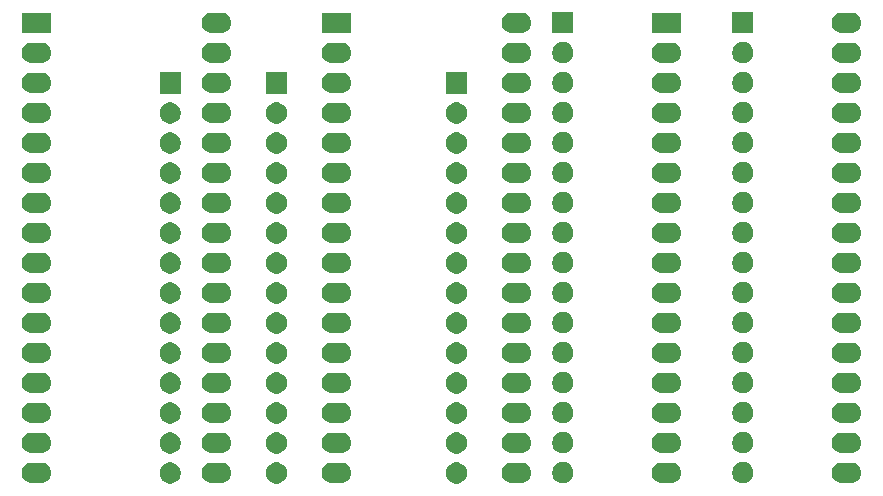
<source format=gbr>
G04 #@! TF.GenerationSoftware,KiCad,Pcbnew,(5.1.5-0-10_14)*
G04 #@! TF.CreationDate,2021-06-27T02:44:24+01:00*
G04 #@! TF.ProjectId,flash-rom-expansion,666c6173-682d-4726-9f6d-2d657870616e,rev?*
G04 #@! TF.SameCoordinates,Original*
G04 #@! TF.FileFunction,Soldermask,Top*
G04 #@! TF.FilePolarity,Negative*
%FSLAX46Y46*%
G04 Gerber Fmt 4.6, Leading zero omitted, Abs format (unit mm)*
G04 Created by KiCad (PCBNEW (5.1.5-0-10_14)) date 2021-06-27 02:44:24*
%MOMM*%
%LPD*%
G04 APERTURE LIST*
%ADD10C,0.100000*%
G04 APERTURE END LIST*
D10*
G36*
X83933512Y-98183927D02*
G01*
X84082812Y-98213624D01*
X84246784Y-98281544D01*
X84394354Y-98380147D01*
X84519853Y-98505646D01*
X84618456Y-98653216D01*
X84686376Y-98817188D01*
X84721000Y-98991259D01*
X84721000Y-99168741D01*
X84686376Y-99342812D01*
X84618456Y-99506784D01*
X84519853Y-99654354D01*
X84394354Y-99779853D01*
X84246784Y-99878456D01*
X84082812Y-99946376D01*
X83933512Y-99976073D01*
X83908742Y-99981000D01*
X83731258Y-99981000D01*
X83706488Y-99976073D01*
X83557188Y-99946376D01*
X83393216Y-99878456D01*
X83245646Y-99779853D01*
X83120147Y-99654354D01*
X83021544Y-99506784D01*
X82953624Y-99342812D01*
X82919000Y-99168741D01*
X82919000Y-98991259D01*
X82953624Y-98817188D01*
X83021544Y-98653216D01*
X83120147Y-98505646D01*
X83245646Y-98380147D01*
X83393216Y-98281544D01*
X83557188Y-98213624D01*
X83706488Y-98183927D01*
X83731258Y-98179000D01*
X83908742Y-98179000D01*
X83933512Y-98183927D01*
G37*
G36*
X68693512Y-98183927D02*
G01*
X68842812Y-98213624D01*
X69006784Y-98281544D01*
X69154354Y-98380147D01*
X69279853Y-98505646D01*
X69378456Y-98653216D01*
X69446376Y-98817188D01*
X69481000Y-98991259D01*
X69481000Y-99168741D01*
X69446376Y-99342812D01*
X69378456Y-99506784D01*
X69279853Y-99654354D01*
X69154354Y-99779853D01*
X69006784Y-99878456D01*
X68842812Y-99946376D01*
X68693512Y-99976073D01*
X68668742Y-99981000D01*
X68491258Y-99981000D01*
X68466488Y-99976073D01*
X68317188Y-99946376D01*
X68153216Y-99878456D01*
X68005646Y-99779853D01*
X67880147Y-99654354D01*
X67781544Y-99506784D01*
X67713624Y-99342812D01*
X67679000Y-99168741D01*
X67679000Y-98991259D01*
X67713624Y-98817188D01*
X67781544Y-98653216D01*
X67880147Y-98505646D01*
X68005646Y-98380147D01*
X68153216Y-98281544D01*
X68317188Y-98213624D01*
X68466488Y-98183927D01*
X68491258Y-98179000D01*
X68668742Y-98179000D01*
X68693512Y-98183927D01*
G37*
G36*
X59693512Y-98183927D02*
G01*
X59842812Y-98213624D01*
X60006784Y-98281544D01*
X60154354Y-98380147D01*
X60279853Y-98505646D01*
X60378456Y-98653216D01*
X60446376Y-98817188D01*
X60481000Y-98991259D01*
X60481000Y-99168741D01*
X60446376Y-99342812D01*
X60378456Y-99506784D01*
X60279853Y-99654354D01*
X60154354Y-99779853D01*
X60006784Y-99878456D01*
X59842812Y-99946376D01*
X59693512Y-99976073D01*
X59668742Y-99981000D01*
X59491258Y-99981000D01*
X59466488Y-99976073D01*
X59317188Y-99946376D01*
X59153216Y-99878456D01*
X59005646Y-99779853D01*
X58880147Y-99654354D01*
X58781544Y-99506784D01*
X58713624Y-99342812D01*
X58679000Y-99168741D01*
X58679000Y-98991259D01*
X58713624Y-98817188D01*
X58781544Y-98653216D01*
X58880147Y-98505646D01*
X59005646Y-98380147D01*
X59153216Y-98281544D01*
X59317188Y-98213624D01*
X59466488Y-98183927D01*
X59491258Y-98179000D01*
X59668742Y-98179000D01*
X59693512Y-98183927D01*
G37*
G36*
X108173512Y-98163927D02*
G01*
X108322812Y-98193624D01*
X108486784Y-98261544D01*
X108634354Y-98360147D01*
X108759853Y-98485646D01*
X108858456Y-98633216D01*
X108926376Y-98797188D01*
X108961000Y-98971259D01*
X108961000Y-99148741D01*
X108926376Y-99322812D01*
X108858456Y-99486784D01*
X108759853Y-99634354D01*
X108634354Y-99759853D01*
X108486784Y-99858456D01*
X108322812Y-99926376D01*
X108173512Y-99956073D01*
X108148742Y-99961000D01*
X107971258Y-99961000D01*
X107946488Y-99956073D01*
X107797188Y-99926376D01*
X107633216Y-99858456D01*
X107485646Y-99759853D01*
X107360147Y-99634354D01*
X107261544Y-99486784D01*
X107193624Y-99322812D01*
X107159000Y-99148741D01*
X107159000Y-98971259D01*
X107193624Y-98797188D01*
X107261544Y-98633216D01*
X107360147Y-98485646D01*
X107485646Y-98360147D01*
X107633216Y-98261544D01*
X107797188Y-98193624D01*
X107946488Y-98163927D01*
X107971258Y-98159000D01*
X108148742Y-98159000D01*
X108173512Y-98163927D01*
G37*
G36*
X92933512Y-98163927D02*
G01*
X93082812Y-98193624D01*
X93246784Y-98261544D01*
X93394354Y-98360147D01*
X93519853Y-98485646D01*
X93618456Y-98633216D01*
X93686376Y-98797188D01*
X93721000Y-98971259D01*
X93721000Y-99148741D01*
X93686376Y-99322812D01*
X93618456Y-99486784D01*
X93519853Y-99634354D01*
X93394354Y-99759853D01*
X93246784Y-99858456D01*
X93082812Y-99926376D01*
X92933512Y-99956073D01*
X92908742Y-99961000D01*
X92731258Y-99961000D01*
X92706488Y-99956073D01*
X92557188Y-99926376D01*
X92393216Y-99858456D01*
X92245646Y-99759853D01*
X92120147Y-99634354D01*
X92021544Y-99486784D01*
X91953624Y-99322812D01*
X91919000Y-99148741D01*
X91919000Y-98971259D01*
X91953624Y-98797188D01*
X92021544Y-98633216D01*
X92120147Y-98485646D01*
X92245646Y-98360147D01*
X92393216Y-98261544D01*
X92557188Y-98193624D01*
X92706488Y-98163927D01*
X92731258Y-98159000D01*
X92908742Y-98159000D01*
X92933512Y-98163927D01*
G37*
G36*
X48826823Y-98221313D02*
G01*
X48987242Y-98269976D01*
X49119906Y-98340886D01*
X49135078Y-98348996D01*
X49264659Y-98455341D01*
X49371004Y-98584922D01*
X49371005Y-98584924D01*
X49450024Y-98732758D01*
X49498687Y-98893177D01*
X49515117Y-99060000D01*
X49498687Y-99226823D01*
X49450024Y-99387242D01*
X49386128Y-99506782D01*
X49371004Y-99535078D01*
X49264659Y-99664659D01*
X49135078Y-99771004D01*
X49135076Y-99771005D01*
X48987242Y-99850024D01*
X48826823Y-99898687D01*
X48701804Y-99911000D01*
X47818196Y-99911000D01*
X47693177Y-99898687D01*
X47532758Y-99850024D01*
X47384924Y-99771005D01*
X47384922Y-99771004D01*
X47255341Y-99664659D01*
X47148996Y-99535078D01*
X47133872Y-99506782D01*
X47069976Y-99387242D01*
X47021313Y-99226823D01*
X47004883Y-99060000D01*
X47021313Y-98893177D01*
X47069976Y-98732758D01*
X47148995Y-98584924D01*
X47148996Y-98584922D01*
X47255341Y-98455341D01*
X47384922Y-98348996D01*
X47400094Y-98340886D01*
X47532758Y-98269976D01*
X47693177Y-98221313D01*
X47818196Y-98209000D01*
X48701804Y-98209000D01*
X48826823Y-98221313D01*
G37*
G36*
X102166823Y-98221313D02*
G01*
X102327242Y-98269976D01*
X102459906Y-98340886D01*
X102475078Y-98348996D01*
X102604659Y-98455341D01*
X102711004Y-98584922D01*
X102711005Y-98584924D01*
X102790024Y-98732758D01*
X102838687Y-98893177D01*
X102855117Y-99060000D01*
X102838687Y-99226823D01*
X102790024Y-99387242D01*
X102726128Y-99506782D01*
X102711004Y-99535078D01*
X102604659Y-99664659D01*
X102475078Y-99771004D01*
X102475076Y-99771005D01*
X102327242Y-99850024D01*
X102166823Y-99898687D01*
X102041804Y-99911000D01*
X101158196Y-99911000D01*
X101033177Y-99898687D01*
X100872758Y-99850024D01*
X100724924Y-99771005D01*
X100724922Y-99771004D01*
X100595341Y-99664659D01*
X100488996Y-99535078D01*
X100473872Y-99506782D01*
X100409976Y-99387242D01*
X100361313Y-99226823D01*
X100344883Y-99060000D01*
X100361313Y-98893177D01*
X100409976Y-98732758D01*
X100488995Y-98584924D01*
X100488996Y-98584922D01*
X100595341Y-98455341D01*
X100724922Y-98348996D01*
X100740094Y-98340886D01*
X100872758Y-98269976D01*
X101033177Y-98221313D01*
X101158196Y-98209000D01*
X102041804Y-98209000D01*
X102166823Y-98221313D01*
G37*
G36*
X89466823Y-98221313D02*
G01*
X89627242Y-98269976D01*
X89759906Y-98340886D01*
X89775078Y-98348996D01*
X89904659Y-98455341D01*
X90011004Y-98584922D01*
X90011005Y-98584924D01*
X90090024Y-98732758D01*
X90138687Y-98893177D01*
X90155117Y-99060000D01*
X90138687Y-99226823D01*
X90090024Y-99387242D01*
X90026128Y-99506782D01*
X90011004Y-99535078D01*
X89904659Y-99664659D01*
X89775078Y-99771004D01*
X89775076Y-99771005D01*
X89627242Y-99850024D01*
X89466823Y-99898687D01*
X89341804Y-99911000D01*
X88458196Y-99911000D01*
X88333177Y-99898687D01*
X88172758Y-99850024D01*
X88024924Y-99771005D01*
X88024922Y-99771004D01*
X87895341Y-99664659D01*
X87788996Y-99535078D01*
X87773872Y-99506782D01*
X87709976Y-99387242D01*
X87661313Y-99226823D01*
X87644883Y-99060000D01*
X87661313Y-98893177D01*
X87709976Y-98732758D01*
X87788995Y-98584924D01*
X87788996Y-98584922D01*
X87895341Y-98455341D01*
X88024922Y-98348996D01*
X88040094Y-98340886D01*
X88172758Y-98269976D01*
X88333177Y-98221313D01*
X88458196Y-98209000D01*
X89341804Y-98209000D01*
X89466823Y-98221313D01*
G37*
G36*
X117406823Y-98221313D02*
G01*
X117567242Y-98269976D01*
X117699906Y-98340886D01*
X117715078Y-98348996D01*
X117844659Y-98455341D01*
X117951004Y-98584922D01*
X117951005Y-98584924D01*
X118030024Y-98732758D01*
X118078687Y-98893177D01*
X118095117Y-99060000D01*
X118078687Y-99226823D01*
X118030024Y-99387242D01*
X117966128Y-99506782D01*
X117951004Y-99535078D01*
X117844659Y-99664659D01*
X117715078Y-99771004D01*
X117715076Y-99771005D01*
X117567242Y-99850024D01*
X117406823Y-99898687D01*
X117281804Y-99911000D01*
X116398196Y-99911000D01*
X116273177Y-99898687D01*
X116112758Y-99850024D01*
X115964924Y-99771005D01*
X115964922Y-99771004D01*
X115835341Y-99664659D01*
X115728996Y-99535078D01*
X115713872Y-99506782D01*
X115649976Y-99387242D01*
X115601313Y-99226823D01*
X115584883Y-99060000D01*
X115601313Y-98893177D01*
X115649976Y-98732758D01*
X115728995Y-98584924D01*
X115728996Y-98584922D01*
X115835341Y-98455341D01*
X115964922Y-98348996D01*
X115980094Y-98340886D01*
X116112758Y-98269976D01*
X116273177Y-98221313D01*
X116398196Y-98209000D01*
X117281804Y-98209000D01*
X117406823Y-98221313D01*
G37*
G36*
X74226823Y-98221313D02*
G01*
X74387242Y-98269976D01*
X74519906Y-98340886D01*
X74535078Y-98348996D01*
X74664659Y-98455341D01*
X74771004Y-98584922D01*
X74771005Y-98584924D01*
X74850024Y-98732758D01*
X74898687Y-98893177D01*
X74915117Y-99060000D01*
X74898687Y-99226823D01*
X74850024Y-99387242D01*
X74786128Y-99506782D01*
X74771004Y-99535078D01*
X74664659Y-99664659D01*
X74535078Y-99771004D01*
X74535076Y-99771005D01*
X74387242Y-99850024D01*
X74226823Y-99898687D01*
X74101804Y-99911000D01*
X73218196Y-99911000D01*
X73093177Y-99898687D01*
X72932758Y-99850024D01*
X72784924Y-99771005D01*
X72784922Y-99771004D01*
X72655341Y-99664659D01*
X72548996Y-99535078D01*
X72533872Y-99506782D01*
X72469976Y-99387242D01*
X72421313Y-99226823D01*
X72404883Y-99060000D01*
X72421313Y-98893177D01*
X72469976Y-98732758D01*
X72548995Y-98584924D01*
X72548996Y-98584922D01*
X72655341Y-98455341D01*
X72784922Y-98348996D01*
X72800094Y-98340886D01*
X72932758Y-98269976D01*
X73093177Y-98221313D01*
X73218196Y-98209000D01*
X74101804Y-98209000D01*
X74226823Y-98221313D01*
G37*
G36*
X64066823Y-98221313D02*
G01*
X64227242Y-98269976D01*
X64359906Y-98340886D01*
X64375078Y-98348996D01*
X64504659Y-98455341D01*
X64611004Y-98584922D01*
X64611005Y-98584924D01*
X64690024Y-98732758D01*
X64738687Y-98893177D01*
X64755117Y-99060000D01*
X64738687Y-99226823D01*
X64690024Y-99387242D01*
X64626128Y-99506782D01*
X64611004Y-99535078D01*
X64504659Y-99664659D01*
X64375078Y-99771004D01*
X64375076Y-99771005D01*
X64227242Y-99850024D01*
X64066823Y-99898687D01*
X63941804Y-99911000D01*
X63058196Y-99911000D01*
X62933177Y-99898687D01*
X62772758Y-99850024D01*
X62624924Y-99771005D01*
X62624922Y-99771004D01*
X62495341Y-99664659D01*
X62388996Y-99535078D01*
X62373872Y-99506782D01*
X62309976Y-99387242D01*
X62261313Y-99226823D01*
X62244883Y-99060000D01*
X62261313Y-98893177D01*
X62309976Y-98732758D01*
X62388995Y-98584924D01*
X62388996Y-98584922D01*
X62495341Y-98455341D01*
X62624922Y-98348996D01*
X62640094Y-98340886D01*
X62772758Y-98269976D01*
X62933177Y-98221313D01*
X63058196Y-98209000D01*
X63941804Y-98209000D01*
X64066823Y-98221313D01*
G37*
G36*
X83933512Y-95643927D02*
G01*
X84082812Y-95673624D01*
X84246784Y-95741544D01*
X84394354Y-95840147D01*
X84519853Y-95965646D01*
X84618456Y-96113216D01*
X84686376Y-96277188D01*
X84721000Y-96451259D01*
X84721000Y-96628741D01*
X84686376Y-96802812D01*
X84618456Y-96966784D01*
X84519853Y-97114354D01*
X84394354Y-97239853D01*
X84246784Y-97338456D01*
X84082812Y-97406376D01*
X83933512Y-97436073D01*
X83908742Y-97441000D01*
X83731258Y-97441000D01*
X83706488Y-97436073D01*
X83557188Y-97406376D01*
X83393216Y-97338456D01*
X83245646Y-97239853D01*
X83120147Y-97114354D01*
X83021544Y-96966784D01*
X82953624Y-96802812D01*
X82919000Y-96628741D01*
X82919000Y-96451259D01*
X82953624Y-96277188D01*
X83021544Y-96113216D01*
X83120147Y-95965646D01*
X83245646Y-95840147D01*
X83393216Y-95741544D01*
X83557188Y-95673624D01*
X83706488Y-95643927D01*
X83731258Y-95639000D01*
X83908742Y-95639000D01*
X83933512Y-95643927D01*
G37*
G36*
X68693512Y-95643927D02*
G01*
X68842812Y-95673624D01*
X69006784Y-95741544D01*
X69154354Y-95840147D01*
X69279853Y-95965646D01*
X69378456Y-96113216D01*
X69446376Y-96277188D01*
X69481000Y-96451259D01*
X69481000Y-96628741D01*
X69446376Y-96802812D01*
X69378456Y-96966784D01*
X69279853Y-97114354D01*
X69154354Y-97239853D01*
X69006784Y-97338456D01*
X68842812Y-97406376D01*
X68693512Y-97436073D01*
X68668742Y-97441000D01*
X68491258Y-97441000D01*
X68466488Y-97436073D01*
X68317188Y-97406376D01*
X68153216Y-97338456D01*
X68005646Y-97239853D01*
X67880147Y-97114354D01*
X67781544Y-96966784D01*
X67713624Y-96802812D01*
X67679000Y-96628741D01*
X67679000Y-96451259D01*
X67713624Y-96277188D01*
X67781544Y-96113216D01*
X67880147Y-95965646D01*
X68005646Y-95840147D01*
X68153216Y-95741544D01*
X68317188Y-95673624D01*
X68466488Y-95643927D01*
X68491258Y-95639000D01*
X68668742Y-95639000D01*
X68693512Y-95643927D01*
G37*
G36*
X59693512Y-95643927D02*
G01*
X59842812Y-95673624D01*
X60006784Y-95741544D01*
X60154354Y-95840147D01*
X60279853Y-95965646D01*
X60378456Y-96113216D01*
X60446376Y-96277188D01*
X60481000Y-96451259D01*
X60481000Y-96628741D01*
X60446376Y-96802812D01*
X60378456Y-96966784D01*
X60279853Y-97114354D01*
X60154354Y-97239853D01*
X60006784Y-97338456D01*
X59842812Y-97406376D01*
X59693512Y-97436073D01*
X59668742Y-97441000D01*
X59491258Y-97441000D01*
X59466488Y-97436073D01*
X59317188Y-97406376D01*
X59153216Y-97338456D01*
X59005646Y-97239853D01*
X58880147Y-97114354D01*
X58781544Y-96966784D01*
X58713624Y-96802812D01*
X58679000Y-96628741D01*
X58679000Y-96451259D01*
X58713624Y-96277188D01*
X58781544Y-96113216D01*
X58880147Y-95965646D01*
X59005646Y-95840147D01*
X59153216Y-95741544D01*
X59317188Y-95673624D01*
X59466488Y-95643927D01*
X59491258Y-95639000D01*
X59668742Y-95639000D01*
X59693512Y-95643927D01*
G37*
G36*
X108173512Y-95623927D02*
G01*
X108322812Y-95653624D01*
X108486784Y-95721544D01*
X108634354Y-95820147D01*
X108759853Y-95945646D01*
X108858456Y-96093216D01*
X108926376Y-96257188D01*
X108961000Y-96431259D01*
X108961000Y-96608741D01*
X108926376Y-96782812D01*
X108858456Y-96946784D01*
X108759853Y-97094354D01*
X108634354Y-97219853D01*
X108486784Y-97318456D01*
X108322812Y-97386376D01*
X108173512Y-97416073D01*
X108148742Y-97421000D01*
X107971258Y-97421000D01*
X107946488Y-97416073D01*
X107797188Y-97386376D01*
X107633216Y-97318456D01*
X107485646Y-97219853D01*
X107360147Y-97094354D01*
X107261544Y-96946784D01*
X107193624Y-96782812D01*
X107159000Y-96608741D01*
X107159000Y-96431259D01*
X107193624Y-96257188D01*
X107261544Y-96093216D01*
X107360147Y-95945646D01*
X107485646Y-95820147D01*
X107633216Y-95721544D01*
X107797188Y-95653624D01*
X107946488Y-95623927D01*
X107971258Y-95619000D01*
X108148742Y-95619000D01*
X108173512Y-95623927D01*
G37*
G36*
X92933512Y-95623927D02*
G01*
X93082812Y-95653624D01*
X93246784Y-95721544D01*
X93394354Y-95820147D01*
X93519853Y-95945646D01*
X93618456Y-96093216D01*
X93686376Y-96257188D01*
X93721000Y-96431259D01*
X93721000Y-96608741D01*
X93686376Y-96782812D01*
X93618456Y-96946784D01*
X93519853Y-97094354D01*
X93394354Y-97219853D01*
X93246784Y-97318456D01*
X93082812Y-97386376D01*
X92933512Y-97416073D01*
X92908742Y-97421000D01*
X92731258Y-97421000D01*
X92706488Y-97416073D01*
X92557188Y-97386376D01*
X92393216Y-97318456D01*
X92245646Y-97219853D01*
X92120147Y-97094354D01*
X92021544Y-96946784D01*
X91953624Y-96782812D01*
X91919000Y-96608741D01*
X91919000Y-96431259D01*
X91953624Y-96257188D01*
X92021544Y-96093216D01*
X92120147Y-95945646D01*
X92245646Y-95820147D01*
X92393216Y-95721544D01*
X92557188Y-95653624D01*
X92706488Y-95623927D01*
X92731258Y-95619000D01*
X92908742Y-95619000D01*
X92933512Y-95623927D01*
G37*
G36*
X89466823Y-95681313D02*
G01*
X89627242Y-95729976D01*
X89759906Y-95800886D01*
X89775078Y-95808996D01*
X89904659Y-95915341D01*
X90011004Y-96044922D01*
X90011005Y-96044924D01*
X90090024Y-96192758D01*
X90138687Y-96353177D01*
X90155117Y-96520000D01*
X90138687Y-96686823D01*
X90090024Y-96847242D01*
X90026128Y-96966782D01*
X90011004Y-96995078D01*
X89904659Y-97124659D01*
X89775078Y-97231004D01*
X89775076Y-97231005D01*
X89627242Y-97310024D01*
X89466823Y-97358687D01*
X89341804Y-97371000D01*
X88458196Y-97371000D01*
X88333177Y-97358687D01*
X88172758Y-97310024D01*
X88024924Y-97231005D01*
X88024922Y-97231004D01*
X87895341Y-97124659D01*
X87788996Y-96995078D01*
X87773872Y-96966782D01*
X87709976Y-96847242D01*
X87661313Y-96686823D01*
X87644883Y-96520000D01*
X87661313Y-96353177D01*
X87709976Y-96192758D01*
X87788995Y-96044924D01*
X87788996Y-96044922D01*
X87895341Y-95915341D01*
X88024922Y-95808996D01*
X88040094Y-95800886D01*
X88172758Y-95729976D01*
X88333177Y-95681313D01*
X88458196Y-95669000D01*
X89341804Y-95669000D01*
X89466823Y-95681313D01*
G37*
G36*
X117406823Y-95681313D02*
G01*
X117567242Y-95729976D01*
X117699906Y-95800886D01*
X117715078Y-95808996D01*
X117844659Y-95915341D01*
X117951004Y-96044922D01*
X117951005Y-96044924D01*
X118030024Y-96192758D01*
X118078687Y-96353177D01*
X118095117Y-96520000D01*
X118078687Y-96686823D01*
X118030024Y-96847242D01*
X117966128Y-96966782D01*
X117951004Y-96995078D01*
X117844659Y-97124659D01*
X117715078Y-97231004D01*
X117715076Y-97231005D01*
X117567242Y-97310024D01*
X117406823Y-97358687D01*
X117281804Y-97371000D01*
X116398196Y-97371000D01*
X116273177Y-97358687D01*
X116112758Y-97310024D01*
X115964924Y-97231005D01*
X115964922Y-97231004D01*
X115835341Y-97124659D01*
X115728996Y-96995078D01*
X115713872Y-96966782D01*
X115649976Y-96847242D01*
X115601313Y-96686823D01*
X115584883Y-96520000D01*
X115601313Y-96353177D01*
X115649976Y-96192758D01*
X115728995Y-96044924D01*
X115728996Y-96044922D01*
X115835341Y-95915341D01*
X115964922Y-95808996D01*
X115980094Y-95800886D01*
X116112758Y-95729976D01*
X116273177Y-95681313D01*
X116398196Y-95669000D01*
X117281804Y-95669000D01*
X117406823Y-95681313D01*
G37*
G36*
X74226823Y-95681313D02*
G01*
X74387242Y-95729976D01*
X74519906Y-95800886D01*
X74535078Y-95808996D01*
X74664659Y-95915341D01*
X74771004Y-96044922D01*
X74771005Y-96044924D01*
X74850024Y-96192758D01*
X74898687Y-96353177D01*
X74915117Y-96520000D01*
X74898687Y-96686823D01*
X74850024Y-96847242D01*
X74786128Y-96966782D01*
X74771004Y-96995078D01*
X74664659Y-97124659D01*
X74535078Y-97231004D01*
X74535076Y-97231005D01*
X74387242Y-97310024D01*
X74226823Y-97358687D01*
X74101804Y-97371000D01*
X73218196Y-97371000D01*
X73093177Y-97358687D01*
X72932758Y-97310024D01*
X72784924Y-97231005D01*
X72784922Y-97231004D01*
X72655341Y-97124659D01*
X72548996Y-96995078D01*
X72533872Y-96966782D01*
X72469976Y-96847242D01*
X72421313Y-96686823D01*
X72404883Y-96520000D01*
X72421313Y-96353177D01*
X72469976Y-96192758D01*
X72548995Y-96044924D01*
X72548996Y-96044922D01*
X72655341Y-95915341D01*
X72784922Y-95808996D01*
X72800094Y-95800886D01*
X72932758Y-95729976D01*
X73093177Y-95681313D01*
X73218196Y-95669000D01*
X74101804Y-95669000D01*
X74226823Y-95681313D01*
G37*
G36*
X48826823Y-95681313D02*
G01*
X48987242Y-95729976D01*
X49119906Y-95800886D01*
X49135078Y-95808996D01*
X49264659Y-95915341D01*
X49371004Y-96044922D01*
X49371005Y-96044924D01*
X49450024Y-96192758D01*
X49498687Y-96353177D01*
X49515117Y-96520000D01*
X49498687Y-96686823D01*
X49450024Y-96847242D01*
X49386128Y-96966782D01*
X49371004Y-96995078D01*
X49264659Y-97124659D01*
X49135078Y-97231004D01*
X49135076Y-97231005D01*
X48987242Y-97310024D01*
X48826823Y-97358687D01*
X48701804Y-97371000D01*
X47818196Y-97371000D01*
X47693177Y-97358687D01*
X47532758Y-97310024D01*
X47384924Y-97231005D01*
X47384922Y-97231004D01*
X47255341Y-97124659D01*
X47148996Y-96995078D01*
X47133872Y-96966782D01*
X47069976Y-96847242D01*
X47021313Y-96686823D01*
X47004883Y-96520000D01*
X47021313Y-96353177D01*
X47069976Y-96192758D01*
X47148995Y-96044924D01*
X47148996Y-96044922D01*
X47255341Y-95915341D01*
X47384922Y-95808996D01*
X47400094Y-95800886D01*
X47532758Y-95729976D01*
X47693177Y-95681313D01*
X47818196Y-95669000D01*
X48701804Y-95669000D01*
X48826823Y-95681313D01*
G37*
G36*
X102166823Y-95681313D02*
G01*
X102327242Y-95729976D01*
X102459906Y-95800886D01*
X102475078Y-95808996D01*
X102604659Y-95915341D01*
X102711004Y-96044922D01*
X102711005Y-96044924D01*
X102790024Y-96192758D01*
X102838687Y-96353177D01*
X102855117Y-96520000D01*
X102838687Y-96686823D01*
X102790024Y-96847242D01*
X102726128Y-96966782D01*
X102711004Y-96995078D01*
X102604659Y-97124659D01*
X102475078Y-97231004D01*
X102475076Y-97231005D01*
X102327242Y-97310024D01*
X102166823Y-97358687D01*
X102041804Y-97371000D01*
X101158196Y-97371000D01*
X101033177Y-97358687D01*
X100872758Y-97310024D01*
X100724924Y-97231005D01*
X100724922Y-97231004D01*
X100595341Y-97124659D01*
X100488996Y-96995078D01*
X100473872Y-96966782D01*
X100409976Y-96847242D01*
X100361313Y-96686823D01*
X100344883Y-96520000D01*
X100361313Y-96353177D01*
X100409976Y-96192758D01*
X100488995Y-96044924D01*
X100488996Y-96044922D01*
X100595341Y-95915341D01*
X100724922Y-95808996D01*
X100740094Y-95800886D01*
X100872758Y-95729976D01*
X101033177Y-95681313D01*
X101158196Y-95669000D01*
X102041804Y-95669000D01*
X102166823Y-95681313D01*
G37*
G36*
X64066823Y-95681313D02*
G01*
X64227242Y-95729976D01*
X64359906Y-95800886D01*
X64375078Y-95808996D01*
X64504659Y-95915341D01*
X64611004Y-96044922D01*
X64611005Y-96044924D01*
X64690024Y-96192758D01*
X64738687Y-96353177D01*
X64755117Y-96520000D01*
X64738687Y-96686823D01*
X64690024Y-96847242D01*
X64626128Y-96966782D01*
X64611004Y-96995078D01*
X64504659Y-97124659D01*
X64375078Y-97231004D01*
X64375076Y-97231005D01*
X64227242Y-97310024D01*
X64066823Y-97358687D01*
X63941804Y-97371000D01*
X63058196Y-97371000D01*
X62933177Y-97358687D01*
X62772758Y-97310024D01*
X62624924Y-97231005D01*
X62624922Y-97231004D01*
X62495341Y-97124659D01*
X62388996Y-96995078D01*
X62373872Y-96966782D01*
X62309976Y-96847242D01*
X62261313Y-96686823D01*
X62244883Y-96520000D01*
X62261313Y-96353177D01*
X62309976Y-96192758D01*
X62388995Y-96044924D01*
X62388996Y-96044922D01*
X62495341Y-95915341D01*
X62624922Y-95808996D01*
X62640094Y-95800886D01*
X62772758Y-95729976D01*
X62933177Y-95681313D01*
X63058196Y-95669000D01*
X63941804Y-95669000D01*
X64066823Y-95681313D01*
G37*
G36*
X68693512Y-93103927D02*
G01*
X68842812Y-93133624D01*
X69006784Y-93201544D01*
X69154354Y-93300147D01*
X69279853Y-93425646D01*
X69378456Y-93573216D01*
X69446376Y-93737188D01*
X69481000Y-93911259D01*
X69481000Y-94088741D01*
X69446376Y-94262812D01*
X69378456Y-94426784D01*
X69279853Y-94574354D01*
X69154354Y-94699853D01*
X69006784Y-94798456D01*
X68842812Y-94866376D01*
X68693512Y-94896073D01*
X68668742Y-94901000D01*
X68491258Y-94901000D01*
X68466488Y-94896073D01*
X68317188Y-94866376D01*
X68153216Y-94798456D01*
X68005646Y-94699853D01*
X67880147Y-94574354D01*
X67781544Y-94426784D01*
X67713624Y-94262812D01*
X67679000Y-94088741D01*
X67679000Y-93911259D01*
X67713624Y-93737188D01*
X67781544Y-93573216D01*
X67880147Y-93425646D01*
X68005646Y-93300147D01*
X68153216Y-93201544D01*
X68317188Y-93133624D01*
X68466488Y-93103927D01*
X68491258Y-93099000D01*
X68668742Y-93099000D01*
X68693512Y-93103927D01*
G37*
G36*
X83933512Y-93103927D02*
G01*
X84082812Y-93133624D01*
X84246784Y-93201544D01*
X84394354Y-93300147D01*
X84519853Y-93425646D01*
X84618456Y-93573216D01*
X84686376Y-93737188D01*
X84721000Y-93911259D01*
X84721000Y-94088741D01*
X84686376Y-94262812D01*
X84618456Y-94426784D01*
X84519853Y-94574354D01*
X84394354Y-94699853D01*
X84246784Y-94798456D01*
X84082812Y-94866376D01*
X83933512Y-94896073D01*
X83908742Y-94901000D01*
X83731258Y-94901000D01*
X83706488Y-94896073D01*
X83557188Y-94866376D01*
X83393216Y-94798456D01*
X83245646Y-94699853D01*
X83120147Y-94574354D01*
X83021544Y-94426784D01*
X82953624Y-94262812D01*
X82919000Y-94088741D01*
X82919000Y-93911259D01*
X82953624Y-93737188D01*
X83021544Y-93573216D01*
X83120147Y-93425646D01*
X83245646Y-93300147D01*
X83393216Y-93201544D01*
X83557188Y-93133624D01*
X83706488Y-93103927D01*
X83731258Y-93099000D01*
X83908742Y-93099000D01*
X83933512Y-93103927D01*
G37*
G36*
X59693512Y-93103927D02*
G01*
X59842812Y-93133624D01*
X60006784Y-93201544D01*
X60154354Y-93300147D01*
X60279853Y-93425646D01*
X60378456Y-93573216D01*
X60446376Y-93737188D01*
X60481000Y-93911259D01*
X60481000Y-94088741D01*
X60446376Y-94262812D01*
X60378456Y-94426784D01*
X60279853Y-94574354D01*
X60154354Y-94699853D01*
X60006784Y-94798456D01*
X59842812Y-94866376D01*
X59693512Y-94896073D01*
X59668742Y-94901000D01*
X59491258Y-94901000D01*
X59466488Y-94896073D01*
X59317188Y-94866376D01*
X59153216Y-94798456D01*
X59005646Y-94699853D01*
X58880147Y-94574354D01*
X58781544Y-94426784D01*
X58713624Y-94262812D01*
X58679000Y-94088741D01*
X58679000Y-93911259D01*
X58713624Y-93737188D01*
X58781544Y-93573216D01*
X58880147Y-93425646D01*
X59005646Y-93300147D01*
X59153216Y-93201544D01*
X59317188Y-93133624D01*
X59466488Y-93103927D01*
X59491258Y-93099000D01*
X59668742Y-93099000D01*
X59693512Y-93103927D01*
G37*
G36*
X92933512Y-93083927D02*
G01*
X93082812Y-93113624D01*
X93246784Y-93181544D01*
X93394354Y-93280147D01*
X93519853Y-93405646D01*
X93618456Y-93553216D01*
X93686376Y-93717188D01*
X93721000Y-93891259D01*
X93721000Y-94068741D01*
X93686376Y-94242812D01*
X93618456Y-94406784D01*
X93519853Y-94554354D01*
X93394354Y-94679853D01*
X93246784Y-94778456D01*
X93082812Y-94846376D01*
X92933512Y-94876073D01*
X92908742Y-94881000D01*
X92731258Y-94881000D01*
X92706488Y-94876073D01*
X92557188Y-94846376D01*
X92393216Y-94778456D01*
X92245646Y-94679853D01*
X92120147Y-94554354D01*
X92021544Y-94406784D01*
X91953624Y-94242812D01*
X91919000Y-94068741D01*
X91919000Y-93891259D01*
X91953624Y-93717188D01*
X92021544Y-93553216D01*
X92120147Y-93405646D01*
X92245646Y-93280147D01*
X92393216Y-93181544D01*
X92557188Y-93113624D01*
X92706488Y-93083927D01*
X92731258Y-93079000D01*
X92908742Y-93079000D01*
X92933512Y-93083927D01*
G37*
G36*
X108173512Y-93083927D02*
G01*
X108322812Y-93113624D01*
X108486784Y-93181544D01*
X108634354Y-93280147D01*
X108759853Y-93405646D01*
X108858456Y-93553216D01*
X108926376Y-93717188D01*
X108961000Y-93891259D01*
X108961000Y-94068741D01*
X108926376Y-94242812D01*
X108858456Y-94406784D01*
X108759853Y-94554354D01*
X108634354Y-94679853D01*
X108486784Y-94778456D01*
X108322812Y-94846376D01*
X108173512Y-94876073D01*
X108148742Y-94881000D01*
X107971258Y-94881000D01*
X107946488Y-94876073D01*
X107797188Y-94846376D01*
X107633216Y-94778456D01*
X107485646Y-94679853D01*
X107360147Y-94554354D01*
X107261544Y-94406784D01*
X107193624Y-94242812D01*
X107159000Y-94068741D01*
X107159000Y-93891259D01*
X107193624Y-93717188D01*
X107261544Y-93553216D01*
X107360147Y-93405646D01*
X107485646Y-93280147D01*
X107633216Y-93181544D01*
X107797188Y-93113624D01*
X107946488Y-93083927D01*
X107971258Y-93079000D01*
X108148742Y-93079000D01*
X108173512Y-93083927D01*
G37*
G36*
X48826823Y-93141313D02*
G01*
X48987242Y-93189976D01*
X49119906Y-93260886D01*
X49135078Y-93268996D01*
X49264659Y-93375341D01*
X49371004Y-93504922D01*
X49371005Y-93504924D01*
X49450024Y-93652758D01*
X49498687Y-93813177D01*
X49515117Y-93980000D01*
X49498687Y-94146823D01*
X49450024Y-94307242D01*
X49386128Y-94426782D01*
X49371004Y-94455078D01*
X49264659Y-94584659D01*
X49135078Y-94691004D01*
X49135076Y-94691005D01*
X48987242Y-94770024D01*
X48826823Y-94818687D01*
X48701804Y-94831000D01*
X47818196Y-94831000D01*
X47693177Y-94818687D01*
X47532758Y-94770024D01*
X47384924Y-94691005D01*
X47384922Y-94691004D01*
X47255341Y-94584659D01*
X47148996Y-94455078D01*
X47133872Y-94426782D01*
X47069976Y-94307242D01*
X47021313Y-94146823D01*
X47004883Y-93980000D01*
X47021313Y-93813177D01*
X47069976Y-93652758D01*
X47148995Y-93504924D01*
X47148996Y-93504922D01*
X47255341Y-93375341D01*
X47384922Y-93268996D01*
X47400094Y-93260886D01*
X47532758Y-93189976D01*
X47693177Y-93141313D01*
X47818196Y-93129000D01*
X48701804Y-93129000D01*
X48826823Y-93141313D01*
G37*
G36*
X64066823Y-93141313D02*
G01*
X64227242Y-93189976D01*
X64359906Y-93260886D01*
X64375078Y-93268996D01*
X64504659Y-93375341D01*
X64611004Y-93504922D01*
X64611005Y-93504924D01*
X64690024Y-93652758D01*
X64738687Y-93813177D01*
X64755117Y-93980000D01*
X64738687Y-94146823D01*
X64690024Y-94307242D01*
X64626128Y-94426782D01*
X64611004Y-94455078D01*
X64504659Y-94584659D01*
X64375078Y-94691004D01*
X64375076Y-94691005D01*
X64227242Y-94770024D01*
X64066823Y-94818687D01*
X63941804Y-94831000D01*
X63058196Y-94831000D01*
X62933177Y-94818687D01*
X62772758Y-94770024D01*
X62624924Y-94691005D01*
X62624922Y-94691004D01*
X62495341Y-94584659D01*
X62388996Y-94455078D01*
X62373872Y-94426782D01*
X62309976Y-94307242D01*
X62261313Y-94146823D01*
X62244883Y-93980000D01*
X62261313Y-93813177D01*
X62309976Y-93652758D01*
X62388995Y-93504924D01*
X62388996Y-93504922D01*
X62495341Y-93375341D01*
X62624922Y-93268996D01*
X62640094Y-93260886D01*
X62772758Y-93189976D01*
X62933177Y-93141313D01*
X63058196Y-93129000D01*
X63941804Y-93129000D01*
X64066823Y-93141313D01*
G37*
G36*
X117406823Y-93141313D02*
G01*
X117567242Y-93189976D01*
X117699906Y-93260886D01*
X117715078Y-93268996D01*
X117844659Y-93375341D01*
X117951004Y-93504922D01*
X117951005Y-93504924D01*
X118030024Y-93652758D01*
X118078687Y-93813177D01*
X118095117Y-93980000D01*
X118078687Y-94146823D01*
X118030024Y-94307242D01*
X117966128Y-94426782D01*
X117951004Y-94455078D01*
X117844659Y-94584659D01*
X117715078Y-94691004D01*
X117715076Y-94691005D01*
X117567242Y-94770024D01*
X117406823Y-94818687D01*
X117281804Y-94831000D01*
X116398196Y-94831000D01*
X116273177Y-94818687D01*
X116112758Y-94770024D01*
X115964924Y-94691005D01*
X115964922Y-94691004D01*
X115835341Y-94584659D01*
X115728996Y-94455078D01*
X115713872Y-94426782D01*
X115649976Y-94307242D01*
X115601313Y-94146823D01*
X115584883Y-93980000D01*
X115601313Y-93813177D01*
X115649976Y-93652758D01*
X115728995Y-93504924D01*
X115728996Y-93504922D01*
X115835341Y-93375341D01*
X115964922Y-93268996D01*
X115980094Y-93260886D01*
X116112758Y-93189976D01*
X116273177Y-93141313D01*
X116398196Y-93129000D01*
X117281804Y-93129000D01*
X117406823Y-93141313D01*
G37*
G36*
X89466823Y-93141313D02*
G01*
X89627242Y-93189976D01*
X89759906Y-93260886D01*
X89775078Y-93268996D01*
X89904659Y-93375341D01*
X90011004Y-93504922D01*
X90011005Y-93504924D01*
X90090024Y-93652758D01*
X90138687Y-93813177D01*
X90155117Y-93980000D01*
X90138687Y-94146823D01*
X90090024Y-94307242D01*
X90026128Y-94426782D01*
X90011004Y-94455078D01*
X89904659Y-94584659D01*
X89775078Y-94691004D01*
X89775076Y-94691005D01*
X89627242Y-94770024D01*
X89466823Y-94818687D01*
X89341804Y-94831000D01*
X88458196Y-94831000D01*
X88333177Y-94818687D01*
X88172758Y-94770024D01*
X88024924Y-94691005D01*
X88024922Y-94691004D01*
X87895341Y-94584659D01*
X87788996Y-94455078D01*
X87773872Y-94426782D01*
X87709976Y-94307242D01*
X87661313Y-94146823D01*
X87644883Y-93980000D01*
X87661313Y-93813177D01*
X87709976Y-93652758D01*
X87788995Y-93504924D01*
X87788996Y-93504922D01*
X87895341Y-93375341D01*
X88024922Y-93268996D01*
X88040094Y-93260886D01*
X88172758Y-93189976D01*
X88333177Y-93141313D01*
X88458196Y-93129000D01*
X89341804Y-93129000D01*
X89466823Y-93141313D01*
G37*
G36*
X74226823Y-93141313D02*
G01*
X74387242Y-93189976D01*
X74519906Y-93260886D01*
X74535078Y-93268996D01*
X74664659Y-93375341D01*
X74771004Y-93504922D01*
X74771005Y-93504924D01*
X74850024Y-93652758D01*
X74898687Y-93813177D01*
X74915117Y-93980000D01*
X74898687Y-94146823D01*
X74850024Y-94307242D01*
X74786128Y-94426782D01*
X74771004Y-94455078D01*
X74664659Y-94584659D01*
X74535078Y-94691004D01*
X74535076Y-94691005D01*
X74387242Y-94770024D01*
X74226823Y-94818687D01*
X74101804Y-94831000D01*
X73218196Y-94831000D01*
X73093177Y-94818687D01*
X72932758Y-94770024D01*
X72784924Y-94691005D01*
X72784922Y-94691004D01*
X72655341Y-94584659D01*
X72548996Y-94455078D01*
X72533872Y-94426782D01*
X72469976Y-94307242D01*
X72421313Y-94146823D01*
X72404883Y-93980000D01*
X72421313Y-93813177D01*
X72469976Y-93652758D01*
X72548995Y-93504924D01*
X72548996Y-93504922D01*
X72655341Y-93375341D01*
X72784922Y-93268996D01*
X72800094Y-93260886D01*
X72932758Y-93189976D01*
X73093177Y-93141313D01*
X73218196Y-93129000D01*
X74101804Y-93129000D01*
X74226823Y-93141313D01*
G37*
G36*
X102166823Y-93141313D02*
G01*
X102327242Y-93189976D01*
X102459906Y-93260886D01*
X102475078Y-93268996D01*
X102604659Y-93375341D01*
X102711004Y-93504922D01*
X102711005Y-93504924D01*
X102790024Y-93652758D01*
X102838687Y-93813177D01*
X102855117Y-93980000D01*
X102838687Y-94146823D01*
X102790024Y-94307242D01*
X102726128Y-94426782D01*
X102711004Y-94455078D01*
X102604659Y-94584659D01*
X102475078Y-94691004D01*
X102475076Y-94691005D01*
X102327242Y-94770024D01*
X102166823Y-94818687D01*
X102041804Y-94831000D01*
X101158196Y-94831000D01*
X101033177Y-94818687D01*
X100872758Y-94770024D01*
X100724924Y-94691005D01*
X100724922Y-94691004D01*
X100595341Y-94584659D01*
X100488996Y-94455078D01*
X100473872Y-94426782D01*
X100409976Y-94307242D01*
X100361313Y-94146823D01*
X100344883Y-93980000D01*
X100361313Y-93813177D01*
X100409976Y-93652758D01*
X100488995Y-93504924D01*
X100488996Y-93504922D01*
X100595341Y-93375341D01*
X100724922Y-93268996D01*
X100740094Y-93260886D01*
X100872758Y-93189976D01*
X101033177Y-93141313D01*
X101158196Y-93129000D01*
X102041804Y-93129000D01*
X102166823Y-93141313D01*
G37*
G36*
X59693512Y-90563927D02*
G01*
X59842812Y-90593624D01*
X60006784Y-90661544D01*
X60154354Y-90760147D01*
X60279853Y-90885646D01*
X60378456Y-91033216D01*
X60446376Y-91197188D01*
X60481000Y-91371259D01*
X60481000Y-91548741D01*
X60446376Y-91722812D01*
X60378456Y-91886784D01*
X60279853Y-92034354D01*
X60154354Y-92159853D01*
X60006784Y-92258456D01*
X59842812Y-92326376D01*
X59693512Y-92356073D01*
X59668742Y-92361000D01*
X59491258Y-92361000D01*
X59466488Y-92356073D01*
X59317188Y-92326376D01*
X59153216Y-92258456D01*
X59005646Y-92159853D01*
X58880147Y-92034354D01*
X58781544Y-91886784D01*
X58713624Y-91722812D01*
X58679000Y-91548741D01*
X58679000Y-91371259D01*
X58713624Y-91197188D01*
X58781544Y-91033216D01*
X58880147Y-90885646D01*
X59005646Y-90760147D01*
X59153216Y-90661544D01*
X59317188Y-90593624D01*
X59466488Y-90563927D01*
X59491258Y-90559000D01*
X59668742Y-90559000D01*
X59693512Y-90563927D01*
G37*
G36*
X68693512Y-90563927D02*
G01*
X68842812Y-90593624D01*
X69006784Y-90661544D01*
X69154354Y-90760147D01*
X69279853Y-90885646D01*
X69378456Y-91033216D01*
X69446376Y-91197188D01*
X69481000Y-91371259D01*
X69481000Y-91548741D01*
X69446376Y-91722812D01*
X69378456Y-91886784D01*
X69279853Y-92034354D01*
X69154354Y-92159853D01*
X69006784Y-92258456D01*
X68842812Y-92326376D01*
X68693512Y-92356073D01*
X68668742Y-92361000D01*
X68491258Y-92361000D01*
X68466488Y-92356073D01*
X68317188Y-92326376D01*
X68153216Y-92258456D01*
X68005646Y-92159853D01*
X67880147Y-92034354D01*
X67781544Y-91886784D01*
X67713624Y-91722812D01*
X67679000Y-91548741D01*
X67679000Y-91371259D01*
X67713624Y-91197188D01*
X67781544Y-91033216D01*
X67880147Y-90885646D01*
X68005646Y-90760147D01*
X68153216Y-90661544D01*
X68317188Y-90593624D01*
X68466488Y-90563927D01*
X68491258Y-90559000D01*
X68668742Y-90559000D01*
X68693512Y-90563927D01*
G37*
G36*
X83933512Y-90563927D02*
G01*
X84082812Y-90593624D01*
X84246784Y-90661544D01*
X84394354Y-90760147D01*
X84519853Y-90885646D01*
X84618456Y-91033216D01*
X84686376Y-91197188D01*
X84721000Y-91371259D01*
X84721000Y-91548741D01*
X84686376Y-91722812D01*
X84618456Y-91886784D01*
X84519853Y-92034354D01*
X84394354Y-92159853D01*
X84246784Y-92258456D01*
X84082812Y-92326376D01*
X83933512Y-92356073D01*
X83908742Y-92361000D01*
X83731258Y-92361000D01*
X83706488Y-92356073D01*
X83557188Y-92326376D01*
X83393216Y-92258456D01*
X83245646Y-92159853D01*
X83120147Y-92034354D01*
X83021544Y-91886784D01*
X82953624Y-91722812D01*
X82919000Y-91548741D01*
X82919000Y-91371259D01*
X82953624Y-91197188D01*
X83021544Y-91033216D01*
X83120147Y-90885646D01*
X83245646Y-90760147D01*
X83393216Y-90661544D01*
X83557188Y-90593624D01*
X83706488Y-90563927D01*
X83731258Y-90559000D01*
X83908742Y-90559000D01*
X83933512Y-90563927D01*
G37*
G36*
X108173512Y-90543927D02*
G01*
X108322812Y-90573624D01*
X108486784Y-90641544D01*
X108634354Y-90740147D01*
X108759853Y-90865646D01*
X108858456Y-91013216D01*
X108926376Y-91177188D01*
X108961000Y-91351259D01*
X108961000Y-91528741D01*
X108926376Y-91702812D01*
X108858456Y-91866784D01*
X108759853Y-92014354D01*
X108634354Y-92139853D01*
X108486784Y-92238456D01*
X108322812Y-92306376D01*
X108173512Y-92336073D01*
X108148742Y-92341000D01*
X107971258Y-92341000D01*
X107946488Y-92336073D01*
X107797188Y-92306376D01*
X107633216Y-92238456D01*
X107485646Y-92139853D01*
X107360147Y-92014354D01*
X107261544Y-91866784D01*
X107193624Y-91702812D01*
X107159000Y-91528741D01*
X107159000Y-91351259D01*
X107193624Y-91177188D01*
X107261544Y-91013216D01*
X107360147Y-90865646D01*
X107485646Y-90740147D01*
X107633216Y-90641544D01*
X107797188Y-90573624D01*
X107946488Y-90543927D01*
X107971258Y-90539000D01*
X108148742Y-90539000D01*
X108173512Y-90543927D01*
G37*
G36*
X92933512Y-90543927D02*
G01*
X93082812Y-90573624D01*
X93246784Y-90641544D01*
X93394354Y-90740147D01*
X93519853Y-90865646D01*
X93618456Y-91013216D01*
X93686376Y-91177188D01*
X93721000Y-91351259D01*
X93721000Y-91528741D01*
X93686376Y-91702812D01*
X93618456Y-91866784D01*
X93519853Y-92014354D01*
X93394354Y-92139853D01*
X93246784Y-92238456D01*
X93082812Y-92306376D01*
X92933512Y-92336073D01*
X92908742Y-92341000D01*
X92731258Y-92341000D01*
X92706488Y-92336073D01*
X92557188Y-92306376D01*
X92393216Y-92238456D01*
X92245646Y-92139853D01*
X92120147Y-92014354D01*
X92021544Y-91866784D01*
X91953624Y-91702812D01*
X91919000Y-91528741D01*
X91919000Y-91351259D01*
X91953624Y-91177188D01*
X92021544Y-91013216D01*
X92120147Y-90865646D01*
X92245646Y-90740147D01*
X92393216Y-90641544D01*
X92557188Y-90573624D01*
X92706488Y-90543927D01*
X92731258Y-90539000D01*
X92908742Y-90539000D01*
X92933512Y-90543927D01*
G37*
G36*
X117406823Y-90601313D02*
G01*
X117567242Y-90649976D01*
X117699906Y-90720886D01*
X117715078Y-90728996D01*
X117844659Y-90835341D01*
X117951004Y-90964922D01*
X117951005Y-90964924D01*
X118030024Y-91112758D01*
X118078687Y-91273177D01*
X118095117Y-91440000D01*
X118078687Y-91606823D01*
X118030024Y-91767242D01*
X117966128Y-91886782D01*
X117951004Y-91915078D01*
X117844659Y-92044659D01*
X117715078Y-92151004D01*
X117715076Y-92151005D01*
X117567242Y-92230024D01*
X117406823Y-92278687D01*
X117281804Y-92291000D01*
X116398196Y-92291000D01*
X116273177Y-92278687D01*
X116112758Y-92230024D01*
X115964924Y-92151005D01*
X115964922Y-92151004D01*
X115835341Y-92044659D01*
X115728996Y-91915078D01*
X115713872Y-91886782D01*
X115649976Y-91767242D01*
X115601313Y-91606823D01*
X115584883Y-91440000D01*
X115601313Y-91273177D01*
X115649976Y-91112758D01*
X115728995Y-90964924D01*
X115728996Y-90964922D01*
X115835341Y-90835341D01*
X115964922Y-90728996D01*
X115980094Y-90720886D01*
X116112758Y-90649976D01*
X116273177Y-90601313D01*
X116398196Y-90589000D01*
X117281804Y-90589000D01*
X117406823Y-90601313D01*
G37*
G36*
X102166823Y-90601313D02*
G01*
X102327242Y-90649976D01*
X102459906Y-90720886D01*
X102475078Y-90728996D01*
X102604659Y-90835341D01*
X102711004Y-90964922D01*
X102711005Y-90964924D01*
X102790024Y-91112758D01*
X102838687Y-91273177D01*
X102855117Y-91440000D01*
X102838687Y-91606823D01*
X102790024Y-91767242D01*
X102726128Y-91886782D01*
X102711004Y-91915078D01*
X102604659Y-92044659D01*
X102475078Y-92151004D01*
X102475076Y-92151005D01*
X102327242Y-92230024D01*
X102166823Y-92278687D01*
X102041804Y-92291000D01*
X101158196Y-92291000D01*
X101033177Y-92278687D01*
X100872758Y-92230024D01*
X100724924Y-92151005D01*
X100724922Y-92151004D01*
X100595341Y-92044659D01*
X100488996Y-91915078D01*
X100473872Y-91886782D01*
X100409976Y-91767242D01*
X100361313Y-91606823D01*
X100344883Y-91440000D01*
X100361313Y-91273177D01*
X100409976Y-91112758D01*
X100488995Y-90964924D01*
X100488996Y-90964922D01*
X100595341Y-90835341D01*
X100724922Y-90728996D01*
X100740094Y-90720886D01*
X100872758Y-90649976D01*
X101033177Y-90601313D01*
X101158196Y-90589000D01*
X102041804Y-90589000D01*
X102166823Y-90601313D01*
G37*
G36*
X89466823Y-90601313D02*
G01*
X89627242Y-90649976D01*
X89759906Y-90720886D01*
X89775078Y-90728996D01*
X89904659Y-90835341D01*
X90011004Y-90964922D01*
X90011005Y-90964924D01*
X90090024Y-91112758D01*
X90138687Y-91273177D01*
X90155117Y-91440000D01*
X90138687Y-91606823D01*
X90090024Y-91767242D01*
X90026128Y-91886782D01*
X90011004Y-91915078D01*
X89904659Y-92044659D01*
X89775078Y-92151004D01*
X89775076Y-92151005D01*
X89627242Y-92230024D01*
X89466823Y-92278687D01*
X89341804Y-92291000D01*
X88458196Y-92291000D01*
X88333177Y-92278687D01*
X88172758Y-92230024D01*
X88024924Y-92151005D01*
X88024922Y-92151004D01*
X87895341Y-92044659D01*
X87788996Y-91915078D01*
X87773872Y-91886782D01*
X87709976Y-91767242D01*
X87661313Y-91606823D01*
X87644883Y-91440000D01*
X87661313Y-91273177D01*
X87709976Y-91112758D01*
X87788995Y-90964924D01*
X87788996Y-90964922D01*
X87895341Y-90835341D01*
X88024922Y-90728996D01*
X88040094Y-90720886D01*
X88172758Y-90649976D01*
X88333177Y-90601313D01*
X88458196Y-90589000D01*
X89341804Y-90589000D01*
X89466823Y-90601313D01*
G37*
G36*
X74226823Y-90601313D02*
G01*
X74387242Y-90649976D01*
X74519906Y-90720886D01*
X74535078Y-90728996D01*
X74664659Y-90835341D01*
X74771004Y-90964922D01*
X74771005Y-90964924D01*
X74850024Y-91112758D01*
X74898687Y-91273177D01*
X74915117Y-91440000D01*
X74898687Y-91606823D01*
X74850024Y-91767242D01*
X74786128Y-91886782D01*
X74771004Y-91915078D01*
X74664659Y-92044659D01*
X74535078Y-92151004D01*
X74535076Y-92151005D01*
X74387242Y-92230024D01*
X74226823Y-92278687D01*
X74101804Y-92291000D01*
X73218196Y-92291000D01*
X73093177Y-92278687D01*
X72932758Y-92230024D01*
X72784924Y-92151005D01*
X72784922Y-92151004D01*
X72655341Y-92044659D01*
X72548996Y-91915078D01*
X72533872Y-91886782D01*
X72469976Y-91767242D01*
X72421313Y-91606823D01*
X72404883Y-91440000D01*
X72421313Y-91273177D01*
X72469976Y-91112758D01*
X72548995Y-90964924D01*
X72548996Y-90964922D01*
X72655341Y-90835341D01*
X72784922Y-90728996D01*
X72800094Y-90720886D01*
X72932758Y-90649976D01*
X73093177Y-90601313D01*
X73218196Y-90589000D01*
X74101804Y-90589000D01*
X74226823Y-90601313D01*
G37*
G36*
X64066823Y-90601313D02*
G01*
X64227242Y-90649976D01*
X64359906Y-90720886D01*
X64375078Y-90728996D01*
X64504659Y-90835341D01*
X64611004Y-90964922D01*
X64611005Y-90964924D01*
X64690024Y-91112758D01*
X64738687Y-91273177D01*
X64755117Y-91440000D01*
X64738687Y-91606823D01*
X64690024Y-91767242D01*
X64626128Y-91886782D01*
X64611004Y-91915078D01*
X64504659Y-92044659D01*
X64375078Y-92151004D01*
X64375076Y-92151005D01*
X64227242Y-92230024D01*
X64066823Y-92278687D01*
X63941804Y-92291000D01*
X63058196Y-92291000D01*
X62933177Y-92278687D01*
X62772758Y-92230024D01*
X62624924Y-92151005D01*
X62624922Y-92151004D01*
X62495341Y-92044659D01*
X62388996Y-91915078D01*
X62373872Y-91886782D01*
X62309976Y-91767242D01*
X62261313Y-91606823D01*
X62244883Y-91440000D01*
X62261313Y-91273177D01*
X62309976Y-91112758D01*
X62388995Y-90964924D01*
X62388996Y-90964922D01*
X62495341Y-90835341D01*
X62624922Y-90728996D01*
X62640094Y-90720886D01*
X62772758Y-90649976D01*
X62933177Y-90601313D01*
X63058196Y-90589000D01*
X63941804Y-90589000D01*
X64066823Y-90601313D01*
G37*
G36*
X48826823Y-90601313D02*
G01*
X48987242Y-90649976D01*
X49119906Y-90720886D01*
X49135078Y-90728996D01*
X49264659Y-90835341D01*
X49371004Y-90964922D01*
X49371005Y-90964924D01*
X49450024Y-91112758D01*
X49498687Y-91273177D01*
X49515117Y-91440000D01*
X49498687Y-91606823D01*
X49450024Y-91767242D01*
X49386128Y-91886782D01*
X49371004Y-91915078D01*
X49264659Y-92044659D01*
X49135078Y-92151004D01*
X49135076Y-92151005D01*
X48987242Y-92230024D01*
X48826823Y-92278687D01*
X48701804Y-92291000D01*
X47818196Y-92291000D01*
X47693177Y-92278687D01*
X47532758Y-92230024D01*
X47384924Y-92151005D01*
X47384922Y-92151004D01*
X47255341Y-92044659D01*
X47148996Y-91915078D01*
X47133872Y-91886782D01*
X47069976Y-91767242D01*
X47021313Y-91606823D01*
X47004883Y-91440000D01*
X47021313Y-91273177D01*
X47069976Y-91112758D01*
X47148995Y-90964924D01*
X47148996Y-90964922D01*
X47255341Y-90835341D01*
X47384922Y-90728996D01*
X47400094Y-90720886D01*
X47532758Y-90649976D01*
X47693177Y-90601313D01*
X47818196Y-90589000D01*
X48701804Y-90589000D01*
X48826823Y-90601313D01*
G37*
G36*
X83933512Y-88023927D02*
G01*
X84082812Y-88053624D01*
X84246784Y-88121544D01*
X84394354Y-88220147D01*
X84519853Y-88345646D01*
X84618456Y-88493216D01*
X84686376Y-88657188D01*
X84721000Y-88831259D01*
X84721000Y-89008741D01*
X84686376Y-89182812D01*
X84618456Y-89346784D01*
X84519853Y-89494354D01*
X84394354Y-89619853D01*
X84246784Y-89718456D01*
X84082812Y-89786376D01*
X83933512Y-89816073D01*
X83908742Y-89821000D01*
X83731258Y-89821000D01*
X83706488Y-89816073D01*
X83557188Y-89786376D01*
X83393216Y-89718456D01*
X83245646Y-89619853D01*
X83120147Y-89494354D01*
X83021544Y-89346784D01*
X82953624Y-89182812D01*
X82919000Y-89008741D01*
X82919000Y-88831259D01*
X82953624Y-88657188D01*
X83021544Y-88493216D01*
X83120147Y-88345646D01*
X83245646Y-88220147D01*
X83393216Y-88121544D01*
X83557188Y-88053624D01*
X83706488Y-88023927D01*
X83731258Y-88019000D01*
X83908742Y-88019000D01*
X83933512Y-88023927D01*
G37*
G36*
X68693512Y-88023927D02*
G01*
X68842812Y-88053624D01*
X69006784Y-88121544D01*
X69154354Y-88220147D01*
X69279853Y-88345646D01*
X69378456Y-88493216D01*
X69446376Y-88657188D01*
X69481000Y-88831259D01*
X69481000Y-89008741D01*
X69446376Y-89182812D01*
X69378456Y-89346784D01*
X69279853Y-89494354D01*
X69154354Y-89619853D01*
X69006784Y-89718456D01*
X68842812Y-89786376D01*
X68693512Y-89816073D01*
X68668742Y-89821000D01*
X68491258Y-89821000D01*
X68466488Y-89816073D01*
X68317188Y-89786376D01*
X68153216Y-89718456D01*
X68005646Y-89619853D01*
X67880147Y-89494354D01*
X67781544Y-89346784D01*
X67713624Y-89182812D01*
X67679000Y-89008741D01*
X67679000Y-88831259D01*
X67713624Y-88657188D01*
X67781544Y-88493216D01*
X67880147Y-88345646D01*
X68005646Y-88220147D01*
X68153216Y-88121544D01*
X68317188Y-88053624D01*
X68466488Y-88023927D01*
X68491258Y-88019000D01*
X68668742Y-88019000D01*
X68693512Y-88023927D01*
G37*
G36*
X59693512Y-88023927D02*
G01*
X59842812Y-88053624D01*
X60006784Y-88121544D01*
X60154354Y-88220147D01*
X60279853Y-88345646D01*
X60378456Y-88493216D01*
X60446376Y-88657188D01*
X60481000Y-88831259D01*
X60481000Y-89008741D01*
X60446376Y-89182812D01*
X60378456Y-89346784D01*
X60279853Y-89494354D01*
X60154354Y-89619853D01*
X60006784Y-89718456D01*
X59842812Y-89786376D01*
X59693512Y-89816073D01*
X59668742Y-89821000D01*
X59491258Y-89821000D01*
X59466488Y-89816073D01*
X59317188Y-89786376D01*
X59153216Y-89718456D01*
X59005646Y-89619853D01*
X58880147Y-89494354D01*
X58781544Y-89346784D01*
X58713624Y-89182812D01*
X58679000Y-89008741D01*
X58679000Y-88831259D01*
X58713624Y-88657188D01*
X58781544Y-88493216D01*
X58880147Y-88345646D01*
X59005646Y-88220147D01*
X59153216Y-88121544D01*
X59317188Y-88053624D01*
X59466488Y-88023927D01*
X59491258Y-88019000D01*
X59668742Y-88019000D01*
X59693512Y-88023927D01*
G37*
G36*
X108173512Y-88003927D02*
G01*
X108322812Y-88033624D01*
X108486784Y-88101544D01*
X108634354Y-88200147D01*
X108759853Y-88325646D01*
X108858456Y-88473216D01*
X108926376Y-88637188D01*
X108961000Y-88811259D01*
X108961000Y-88988741D01*
X108926376Y-89162812D01*
X108858456Y-89326784D01*
X108759853Y-89474354D01*
X108634354Y-89599853D01*
X108486784Y-89698456D01*
X108322812Y-89766376D01*
X108173512Y-89796073D01*
X108148742Y-89801000D01*
X107971258Y-89801000D01*
X107946488Y-89796073D01*
X107797188Y-89766376D01*
X107633216Y-89698456D01*
X107485646Y-89599853D01*
X107360147Y-89474354D01*
X107261544Y-89326784D01*
X107193624Y-89162812D01*
X107159000Y-88988741D01*
X107159000Y-88811259D01*
X107193624Y-88637188D01*
X107261544Y-88473216D01*
X107360147Y-88325646D01*
X107485646Y-88200147D01*
X107633216Y-88101544D01*
X107797188Y-88033624D01*
X107946488Y-88003927D01*
X107971258Y-87999000D01*
X108148742Y-87999000D01*
X108173512Y-88003927D01*
G37*
G36*
X92933512Y-88003927D02*
G01*
X93082812Y-88033624D01*
X93246784Y-88101544D01*
X93394354Y-88200147D01*
X93519853Y-88325646D01*
X93618456Y-88473216D01*
X93686376Y-88637188D01*
X93721000Y-88811259D01*
X93721000Y-88988741D01*
X93686376Y-89162812D01*
X93618456Y-89326784D01*
X93519853Y-89474354D01*
X93394354Y-89599853D01*
X93246784Y-89698456D01*
X93082812Y-89766376D01*
X92933512Y-89796073D01*
X92908742Y-89801000D01*
X92731258Y-89801000D01*
X92706488Y-89796073D01*
X92557188Y-89766376D01*
X92393216Y-89698456D01*
X92245646Y-89599853D01*
X92120147Y-89474354D01*
X92021544Y-89326784D01*
X91953624Y-89162812D01*
X91919000Y-88988741D01*
X91919000Y-88811259D01*
X91953624Y-88637188D01*
X92021544Y-88473216D01*
X92120147Y-88325646D01*
X92245646Y-88200147D01*
X92393216Y-88101544D01*
X92557188Y-88033624D01*
X92706488Y-88003927D01*
X92731258Y-87999000D01*
X92908742Y-87999000D01*
X92933512Y-88003927D01*
G37*
G36*
X48826823Y-88061313D02*
G01*
X48987242Y-88109976D01*
X49119906Y-88180886D01*
X49135078Y-88188996D01*
X49264659Y-88295341D01*
X49371004Y-88424922D01*
X49371005Y-88424924D01*
X49450024Y-88572758D01*
X49498687Y-88733177D01*
X49515117Y-88900000D01*
X49498687Y-89066823D01*
X49450024Y-89227242D01*
X49386128Y-89346782D01*
X49371004Y-89375078D01*
X49264659Y-89504659D01*
X49135078Y-89611004D01*
X49135076Y-89611005D01*
X48987242Y-89690024D01*
X48826823Y-89738687D01*
X48701804Y-89751000D01*
X47818196Y-89751000D01*
X47693177Y-89738687D01*
X47532758Y-89690024D01*
X47384924Y-89611005D01*
X47384922Y-89611004D01*
X47255341Y-89504659D01*
X47148996Y-89375078D01*
X47133872Y-89346782D01*
X47069976Y-89227242D01*
X47021313Y-89066823D01*
X47004883Y-88900000D01*
X47021313Y-88733177D01*
X47069976Y-88572758D01*
X47148995Y-88424924D01*
X47148996Y-88424922D01*
X47255341Y-88295341D01*
X47384922Y-88188996D01*
X47400094Y-88180886D01*
X47532758Y-88109976D01*
X47693177Y-88061313D01*
X47818196Y-88049000D01*
X48701804Y-88049000D01*
X48826823Y-88061313D01*
G37*
G36*
X117406823Y-88061313D02*
G01*
X117567242Y-88109976D01*
X117699906Y-88180886D01*
X117715078Y-88188996D01*
X117844659Y-88295341D01*
X117951004Y-88424922D01*
X117951005Y-88424924D01*
X118030024Y-88572758D01*
X118078687Y-88733177D01*
X118095117Y-88900000D01*
X118078687Y-89066823D01*
X118030024Y-89227242D01*
X117966128Y-89346782D01*
X117951004Y-89375078D01*
X117844659Y-89504659D01*
X117715078Y-89611004D01*
X117715076Y-89611005D01*
X117567242Y-89690024D01*
X117406823Y-89738687D01*
X117281804Y-89751000D01*
X116398196Y-89751000D01*
X116273177Y-89738687D01*
X116112758Y-89690024D01*
X115964924Y-89611005D01*
X115964922Y-89611004D01*
X115835341Y-89504659D01*
X115728996Y-89375078D01*
X115713872Y-89346782D01*
X115649976Y-89227242D01*
X115601313Y-89066823D01*
X115584883Y-88900000D01*
X115601313Y-88733177D01*
X115649976Y-88572758D01*
X115728995Y-88424924D01*
X115728996Y-88424922D01*
X115835341Y-88295341D01*
X115964922Y-88188996D01*
X115980094Y-88180886D01*
X116112758Y-88109976D01*
X116273177Y-88061313D01*
X116398196Y-88049000D01*
X117281804Y-88049000D01*
X117406823Y-88061313D01*
G37*
G36*
X102166823Y-88061313D02*
G01*
X102327242Y-88109976D01*
X102459906Y-88180886D01*
X102475078Y-88188996D01*
X102604659Y-88295341D01*
X102711004Y-88424922D01*
X102711005Y-88424924D01*
X102790024Y-88572758D01*
X102838687Y-88733177D01*
X102855117Y-88900000D01*
X102838687Y-89066823D01*
X102790024Y-89227242D01*
X102726128Y-89346782D01*
X102711004Y-89375078D01*
X102604659Y-89504659D01*
X102475078Y-89611004D01*
X102475076Y-89611005D01*
X102327242Y-89690024D01*
X102166823Y-89738687D01*
X102041804Y-89751000D01*
X101158196Y-89751000D01*
X101033177Y-89738687D01*
X100872758Y-89690024D01*
X100724924Y-89611005D01*
X100724922Y-89611004D01*
X100595341Y-89504659D01*
X100488996Y-89375078D01*
X100473872Y-89346782D01*
X100409976Y-89227242D01*
X100361313Y-89066823D01*
X100344883Y-88900000D01*
X100361313Y-88733177D01*
X100409976Y-88572758D01*
X100488995Y-88424924D01*
X100488996Y-88424922D01*
X100595341Y-88295341D01*
X100724922Y-88188996D01*
X100740094Y-88180886D01*
X100872758Y-88109976D01*
X101033177Y-88061313D01*
X101158196Y-88049000D01*
X102041804Y-88049000D01*
X102166823Y-88061313D01*
G37*
G36*
X89466823Y-88061313D02*
G01*
X89627242Y-88109976D01*
X89759906Y-88180886D01*
X89775078Y-88188996D01*
X89904659Y-88295341D01*
X90011004Y-88424922D01*
X90011005Y-88424924D01*
X90090024Y-88572758D01*
X90138687Y-88733177D01*
X90155117Y-88900000D01*
X90138687Y-89066823D01*
X90090024Y-89227242D01*
X90026128Y-89346782D01*
X90011004Y-89375078D01*
X89904659Y-89504659D01*
X89775078Y-89611004D01*
X89775076Y-89611005D01*
X89627242Y-89690024D01*
X89466823Y-89738687D01*
X89341804Y-89751000D01*
X88458196Y-89751000D01*
X88333177Y-89738687D01*
X88172758Y-89690024D01*
X88024924Y-89611005D01*
X88024922Y-89611004D01*
X87895341Y-89504659D01*
X87788996Y-89375078D01*
X87773872Y-89346782D01*
X87709976Y-89227242D01*
X87661313Y-89066823D01*
X87644883Y-88900000D01*
X87661313Y-88733177D01*
X87709976Y-88572758D01*
X87788995Y-88424924D01*
X87788996Y-88424922D01*
X87895341Y-88295341D01*
X88024922Y-88188996D01*
X88040094Y-88180886D01*
X88172758Y-88109976D01*
X88333177Y-88061313D01*
X88458196Y-88049000D01*
X89341804Y-88049000D01*
X89466823Y-88061313D01*
G37*
G36*
X74226823Y-88061313D02*
G01*
X74387242Y-88109976D01*
X74519906Y-88180886D01*
X74535078Y-88188996D01*
X74664659Y-88295341D01*
X74771004Y-88424922D01*
X74771005Y-88424924D01*
X74850024Y-88572758D01*
X74898687Y-88733177D01*
X74915117Y-88900000D01*
X74898687Y-89066823D01*
X74850024Y-89227242D01*
X74786128Y-89346782D01*
X74771004Y-89375078D01*
X74664659Y-89504659D01*
X74535078Y-89611004D01*
X74535076Y-89611005D01*
X74387242Y-89690024D01*
X74226823Y-89738687D01*
X74101804Y-89751000D01*
X73218196Y-89751000D01*
X73093177Y-89738687D01*
X72932758Y-89690024D01*
X72784924Y-89611005D01*
X72784922Y-89611004D01*
X72655341Y-89504659D01*
X72548996Y-89375078D01*
X72533872Y-89346782D01*
X72469976Y-89227242D01*
X72421313Y-89066823D01*
X72404883Y-88900000D01*
X72421313Y-88733177D01*
X72469976Y-88572758D01*
X72548995Y-88424924D01*
X72548996Y-88424922D01*
X72655341Y-88295341D01*
X72784922Y-88188996D01*
X72800094Y-88180886D01*
X72932758Y-88109976D01*
X73093177Y-88061313D01*
X73218196Y-88049000D01*
X74101804Y-88049000D01*
X74226823Y-88061313D01*
G37*
G36*
X64066823Y-88061313D02*
G01*
X64227242Y-88109976D01*
X64359906Y-88180886D01*
X64375078Y-88188996D01*
X64504659Y-88295341D01*
X64611004Y-88424922D01*
X64611005Y-88424924D01*
X64690024Y-88572758D01*
X64738687Y-88733177D01*
X64755117Y-88900000D01*
X64738687Y-89066823D01*
X64690024Y-89227242D01*
X64626128Y-89346782D01*
X64611004Y-89375078D01*
X64504659Y-89504659D01*
X64375078Y-89611004D01*
X64375076Y-89611005D01*
X64227242Y-89690024D01*
X64066823Y-89738687D01*
X63941804Y-89751000D01*
X63058196Y-89751000D01*
X62933177Y-89738687D01*
X62772758Y-89690024D01*
X62624924Y-89611005D01*
X62624922Y-89611004D01*
X62495341Y-89504659D01*
X62388996Y-89375078D01*
X62373872Y-89346782D01*
X62309976Y-89227242D01*
X62261313Y-89066823D01*
X62244883Y-88900000D01*
X62261313Y-88733177D01*
X62309976Y-88572758D01*
X62388995Y-88424924D01*
X62388996Y-88424922D01*
X62495341Y-88295341D01*
X62624922Y-88188996D01*
X62640094Y-88180886D01*
X62772758Y-88109976D01*
X62933177Y-88061313D01*
X63058196Y-88049000D01*
X63941804Y-88049000D01*
X64066823Y-88061313D01*
G37*
G36*
X83933512Y-85483927D02*
G01*
X84082812Y-85513624D01*
X84246784Y-85581544D01*
X84394354Y-85680147D01*
X84519853Y-85805646D01*
X84618456Y-85953216D01*
X84686376Y-86117188D01*
X84721000Y-86291259D01*
X84721000Y-86468741D01*
X84686376Y-86642812D01*
X84618456Y-86806784D01*
X84519853Y-86954354D01*
X84394354Y-87079853D01*
X84246784Y-87178456D01*
X84082812Y-87246376D01*
X83933512Y-87276073D01*
X83908742Y-87281000D01*
X83731258Y-87281000D01*
X83706488Y-87276073D01*
X83557188Y-87246376D01*
X83393216Y-87178456D01*
X83245646Y-87079853D01*
X83120147Y-86954354D01*
X83021544Y-86806784D01*
X82953624Y-86642812D01*
X82919000Y-86468741D01*
X82919000Y-86291259D01*
X82953624Y-86117188D01*
X83021544Y-85953216D01*
X83120147Y-85805646D01*
X83245646Y-85680147D01*
X83393216Y-85581544D01*
X83557188Y-85513624D01*
X83706488Y-85483927D01*
X83731258Y-85479000D01*
X83908742Y-85479000D01*
X83933512Y-85483927D01*
G37*
G36*
X68693512Y-85483927D02*
G01*
X68842812Y-85513624D01*
X69006784Y-85581544D01*
X69154354Y-85680147D01*
X69279853Y-85805646D01*
X69378456Y-85953216D01*
X69446376Y-86117188D01*
X69481000Y-86291259D01*
X69481000Y-86468741D01*
X69446376Y-86642812D01*
X69378456Y-86806784D01*
X69279853Y-86954354D01*
X69154354Y-87079853D01*
X69006784Y-87178456D01*
X68842812Y-87246376D01*
X68693512Y-87276073D01*
X68668742Y-87281000D01*
X68491258Y-87281000D01*
X68466488Y-87276073D01*
X68317188Y-87246376D01*
X68153216Y-87178456D01*
X68005646Y-87079853D01*
X67880147Y-86954354D01*
X67781544Y-86806784D01*
X67713624Y-86642812D01*
X67679000Y-86468741D01*
X67679000Y-86291259D01*
X67713624Y-86117188D01*
X67781544Y-85953216D01*
X67880147Y-85805646D01*
X68005646Y-85680147D01*
X68153216Y-85581544D01*
X68317188Y-85513624D01*
X68466488Y-85483927D01*
X68491258Y-85479000D01*
X68668742Y-85479000D01*
X68693512Y-85483927D01*
G37*
G36*
X59693512Y-85483927D02*
G01*
X59842812Y-85513624D01*
X60006784Y-85581544D01*
X60154354Y-85680147D01*
X60279853Y-85805646D01*
X60378456Y-85953216D01*
X60446376Y-86117188D01*
X60481000Y-86291259D01*
X60481000Y-86468741D01*
X60446376Y-86642812D01*
X60378456Y-86806784D01*
X60279853Y-86954354D01*
X60154354Y-87079853D01*
X60006784Y-87178456D01*
X59842812Y-87246376D01*
X59693512Y-87276073D01*
X59668742Y-87281000D01*
X59491258Y-87281000D01*
X59466488Y-87276073D01*
X59317188Y-87246376D01*
X59153216Y-87178456D01*
X59005646Y-87079853D01*
X58880147Y-86954354D01*
X58781544Y-86806784D01*
X58713624Y-86642812D01*
X58679000Y-86468741D01*
X58679000Y-86291259D01*
X58713624Y-86117188D01*
X58781544Y-85953216D01*
X58880147Y-85805646D01*
X59005646Y-85680147D01*
X59153216Y-85581544D01*
X59317188Y-85513624D01*
X59466488Y-85483927D01*
X59491258Y-85479000D01*
X59668742Y-85479000D01*
X59693512Y-85483927D01*
G37*
G36*
X108173512Y-85463927D02*
G01*
X108322812Y-85493624D01*
X108486784Y-85561544D01*
X108634354Y-85660147D01*
X108759853Y-85785646D01*
X108858456Y-85933216D01*
X108926376Y-86097188D01*
X108961000Y-86271259D01*
X108961000Y-86448741D01*
X108926376Y-86622812D01*
X108858456Y-86786784D01*
X108759853Y-86934354D01*
X108634354Y-87059853D01*
X108486784Y-87158456D01*
X108322812Y-87226376D01*
X108173512Y-87256073D01*
X108148742Y-87261000D01*
X107971258Y-87261000D01*
X107946488Y-87256073D01*
X107797188Y-87226376D01*
X107633216Y-87158456D01*
X107485646Y-87059853D01*
X107360147Y-86934354D01*
X107261544Y-86786784D01*
X107193624Y-86622812D01*
X107159000Y-86448741D01*
X107159000Y-86271259D01*
X107193624Y-86097188D01*
X107261544Y-85933216D01*
X107360147Y-85785646D01*
X107485646Y-85660147D01*
X107633216Y-85561544D01*
X107797188Y-85493624D01*
X107946488Y-85463927D01*
X107971258Y-85459000D01*
X108148742Y-85459000D01*
X108173512Y-85463927D01*
G37*
G36*
X92933512Y-85463927D02*
G01*
X93082812Y-85493624D01*
X93246784Y-85561544D01*
X93394354Y-85660147D01*
X93519853Y-85785646D01*
X93618456Y-85933216D01*
X93686376Y-86097188D01*
X93721000Y-86271259D01*
X93721000Y-86448741D01*
X93686376Y-86622812D01*
X93618456Y-86786784D01*
X93519853Y-86934354D01*
X93394354Y-87059853D01*
X93246784Y-87158456D01*
X93082812Y-87226376D01*
X92933512Y-87256073D01*
X92908742Y-87261000D01*
X92731258Y-87261000D01*
X92706488Y-87256073D01*
X92557188Y-87226376D01*
X92393216Y-87158456D01*
X92245646Y-87059853D01*
X92120147Y-86934354D01*
X92021544Y-86786784D01*
X91953624Y-86622812D01*
X91919000Y-86448741D01*
X91919000Y-86271259D01*
X91953624Y-86097188D01*
X92021544Y-85933216D01*
X92120147Y-85785646D01*
X92245646Y-85660147D01*
X92393216Y-85561544D01*
X92557188Y-85493624D01*
X92706488Y-85463927D01*
X92731258Y-85459000D01*
X92908742Y-85459000D01*
X92933512Y-85463927D01*
G37*
G36*
X64066823Y-85521313D02*
G01*
X64227242Y-85569976D01*
X64359906Y-85640886D01*
X64375078Y-85648996D01*
X64504659Y-85755341D01*
X64611004Y-85884922D01*
X64611005Y-85884924D01*
X64690024Y-86032758D01*
X64738687Y-86193177D01*
X64755117Y-86360000D01*
X64738687Y-86526823D01*
X64690024Y-86687242D01*
X64626128Y-86806782D01*
X64611004Y-86835078D01*
X64504659Y-86964659D01*
X64375078Y-87071004D01*
X64375076Y-87071005D01*
X64227242Y-87150024D01*
X64066823Y-87198687D01*
X63941804Y-87211000D01*
X63058196Y-87211000D01*
X62933177Y-87198687D01*
X62772758Y-87150024D01*
X62624924Y-87071005D01*
X62624922Y-87071004D01*
X62495341Y-86964659D01*
X62388996Y-86835078D01*
X62373872Y-86806782D01*
X62309976Y-86687242D01*
X62261313Y-86526823D01*
X62244883Y-86360000D01*
X62261313Y-86193177D01*
X62309976Y-86032758D01*
X62388995Y-85884924D01*
X62388996Y-85884922D01*
X62495341Y-85755341D01*
X62624922Y-85648996D01*
X62640094Y-85640886D01*
X62772758Y-85569976D01*
X62933177Y-85521313D01*
X63058196Y-85509000D01*
X63941804Y-85509000D01*
X64066823Y-85521313D01*
G37*
G36*
X74226823Y-85521313D02*
G01*
X74387242Y-85569976D01*
X74519906Y-85640886D01*
X74535078Y-85648996D01*
X74664659Y-85755341D01*
X74771004Y-85884922D01*
X74771005Y-85884924D01*
X74850024Y-86032758D01*
X74898687Y-86193177D01*
X74915117Y-86360000D01*
X74898687Y-86526823D01*
X74850024Y-86687242D01*
X74786128Y-86806782D01*
X74771004Y-86835078D01*
X74664659Y-86964659D01*
X74535078Y-87071004D01*
X74535076Y-87071005D01*
X74387242Y-87150024D01*
X74226823Y-87198687D01*
X74101804Y-87211000D01*
X73218196Y-87211000D01*
X73093177Y-87198687D01*
X72932758Y-87150024D01*
X72784924Y-87071005D01*
X72784922Y-87071004D01*
X72655341Y-86964659D01*
X72548996Y-86835078D01*
X72533872Y-86806782D01*
X72469976Y-86687242D01*
X72421313Y-86526823D01*
X72404883Y-86360000D01*
X72421313Y-86193177D01*
X72469976Y-86032758D01*
X72548995Y-85884924D01*
X72548996Y-85884922D01*
X72655341Y-85755341D01*
X72784922Y-85648996D01*
X72800094Y-85640886D01*
X72932758Y-85569976D01*
X73093177Y-85521313D01*
X73218196Y-85509000D01*
X74101804Y-85509000D01*
X74226823Y-85521313D01*
G37*
G36*
X117406823Y-85521313D02*
G01*
X117567242Y-85569976D01*
X117699906Y-85640886D01*
X117715078Y-85648996D01*
X117844659Y-85755341D01*
X117951004Y-85884922D01*
X117951005Y-85884924D01*
X118030024Y-86032758D01*
X118078687Y-86193177D01*
X118095117Y-86360000D01*
X118078687Y-86526823D01*
X118030024Y-86687242D01*
X117966128Y-86806782D01*
X117951004Y-86835078D01*
X117844659Y-86964659D01*
X117715078Y-87071004D01*
X117715076Y-87071005D01*
X117567242Y-87150024D01*
X117406823Y-87198687D01*
X117281804Y-87211000D01*
X116398196Y-87211000D01*
X116273177Y-87198687D01*
X116112758Y-87150024D01*
X115964924Y-87071005D01*
X115964922Y-87071004D01*
X115835341Y-86964659D01*
X115728996Y-86835078D01*
X115713872Y-86806782D01*
X115649976Y-86687242D01*
X115601313Y-86526823D01*
X115584883Y-86360000D01*
X115601313Y-86193177D01*
X115649976Y-86032758D01*
X115728995Y-85884924D01*
X115728996Y-85884922D01*
X115835341Y-85755341D01*
X115964922Y-85648996D01*
X115980094Y-85640886D01*
X116112758Y-85569976D01*
X116273177Y-85521313D01*
X116398196Y-85509000D01*
X117281804Y-85509000D01*
X117406823Y-85521313D01*
G37*
G36*
X102166823Y-85521313D02*
G01*
X102327242Y-85569976D01*
X102459906Y-85640886D01*
X102475078Y-85648996D01*
X102604659Y-85755341D01*
X102711004Y-85884922D01*
X102711005Y-85884924D01*
X102790024Y-86032758D01*
X102838687Y-86193177D01*
X102855117Y-86360000D01*
X102838687Y-86526823D01*
X102790024Y-86687242D01*
X102726128Y-86806782D01*
X102711004Y-86835078D01*
X102604659Y-86964659D01*
X102475078Y-87071004D01*
X102475076Y-87071005D01*
X102327242Y-87150024D01*
X102166823Y-87198687D01*
X102041804Y-87211000D01*
X101158196Y-87211000D01*
X101033177Y-87198687D01*
X100872758Y-87150024D01*
X100724924Y-87071005D01*
X100724922Y-87071004D01*
X100595341Y-86964659D01*
X100488996Y-86835078D01*
X100473872Y-86806782D01*
X100409976Y-86687242D01*
X100361313Y-86526823D01*
X100344883Y-86360000D01*
X100361313Y-86193177D01*
X100409976Y-86032758D01*
X100488995Y-85884924D01*
X100488996Y-85884922D01*
X100595341Y-85755341D01*
X100724922Y-85648996D01*
X100740094Y-85640886D01*
X100872758Y-85569976D01*
X101033177Y-85521313D01*
X101158196Y-85509000D01*
X102041804Y-85509000D01*
X102166823Y-85521313D01*
G37*
G36*
X89466823Y-85521313D02*
G01*
X89627242Y-85569976D01*
X89759906Y-85640886D01*
X89775078Y-85648996D01*
X89904659Y-85755341D01*
X90011004Y-85884922D01*
X90011005Y-85884924D01*
X90090024Y-86032758D01*
X90138687Y-86193177D01*
X90155117Y-86360000D01*
X90138687Y-86526823D01*
X90090024Y-86687242D01*
X90026128Y-86806782D01*
X90011004Y-86835078D01*
X89904659Y-86964659D01*
X89775078Y-87071004D01*
X89775076Y-87071005D01*
X89627242Y-87150024D01*
X89466823Y-87198687D01*
X89341804Y-87211000D01*
X88458196Y-87211000D01*
X88333177Y-87198687D01*
X88172758Y-87150024D01*
X88024924Y-87071005D01*
X88024922Y-87071004D01*
X87895341Y-86964659D01*
X87788996Y-86835078D01*
X87773872Y-86806782D01*
X87709976Y-86687242D01*
X87661313Y-86526823D01*
X87644883Y-86360000D01*
X87661313Y-86193177D01*
X87709976Y-86032758D01*
X87788995Y-85884924D01*
X87788996Y-85884922D01*
X87895341Y-85755341D01*
X88024922Y-85648996D01*
X88040094Y-85640886D01*
X88172758Y-85569976D01*
X88333177Y-85521313D01*
X88458196Y-85509000D01*
X89341804Y-85509000D01*
X89466823Y-85521313D01*
G37*
G36*
X48826823Y-85521313D02*
G01*
X48987242Y-85569976D01*
X49119906Y-85640886D01*
X49135078Y-85648996D01*
X49264659Y-85755341D01*
X49371004Y-85884922D01*
X49371005Y-85884924D01*
X49450024Y-86032758D01*
X49498687Y-86193177D01*
X49515117Y-86360000D01*
X49498687Y-86526823D01*
X49450024Y-86687242D01*
X49386128Y-86806782D01*
X49371004Y-86835078D01*
X49264659Y-86964659D01*
X49135078Y-87071004D01*
X49135076Y-87071005D01*
X48987242Y-87150024D01*
X48826823Y-87198687D01*
X48701804Y-87211000D01*
X47818196Y-87211000D01*
X47693177Y-87198687D01*
X47532758Y-87150024D01*
X47384924Y-87071005D01*
X47384922Y-87071004D01*
X47255341Y-86964659D01*
X47148996Y-86835078D01*
X47133872Y-86806782D01*
X47069976Y-86687242D01*
X47021313Y-86526823D01*
X47004883Y-86360000D01*
X47021313Y-86193177D01*
X47069976Y-86032758D01*
X47148995Y-85884924D01*
X47148996Y-85884922D01*
X47255341Y-85755341D01*
X47384922Y-85648996D01*
X47400094Y-85640886D01*
X47532758Y-85569976D01*
X47693177Y-85521313D01*
X47818196Y-85509000D01*
X48701804Y-85509000D01*
X48826823Y-85521313D01*
G37*
G36*
X68693512Y-82943927D02*
G01*
X68842812Y-82973624D01*
X69006784Y-83041544D01*
X69154354Y-83140147D01*
X69279853Y-83265646D01*
X69378456Y-83413216D01*
X69446376Y-83577188D01*
X69481000Y-83751259D01*
X69481000Y-83928741D01*
X69446376Y-84102812D01*
X69378456Y-84266784D01*
X69279853Y-84414354D01*
X69154354Y-84539853D01*
X69006784Y-84638456D01*
X68842812Y-84706376D01*
X68693512Y-84736073D01*
X68668742Y-84741000D01*
X68491258Y-84741000D01*
X68466488Y-84736073D01*
X68317188Y-84706376D01*
X68153216Y-84638456D01*
X68005646Y-84539853D01*
X67880147Y-84414354D01*
X67781544Y-84266784D01*
X67713624Y-84102812D01*
X67679000Y-83928741D01*
X67679000Y-83751259D01*
X67713624Y-83577188D01*
X67781544Y-83413216D01*
X67880147Y-83265646D01*
X68005646Y-83140147D01*
X68153216Y-83041544D01*
X68317188Y-82973624D01*
X68466488Y-82943927D01*
X68491258Y-82939000D01*
X68668742Y-82939000D01*
X68693512Y-82943927D01*
G37*
G36*
X59693512Y-82943927D02*
G01*
X59842812Y-82973624D01*
X60006784Y-83041544D01*
X60154354Y-83140147D01*
X60279853Y-83265646D01*
X60378456Y-83413216D01*
X60446376Y-83577188D01*
X60481000Y-83751259D01*
X60481000Y-83928741D01*
X60446376Y-84102812D01*
X60378456Y-84266784D01*
X60279853Y-84414354D01*
X60154354Y-84539853D01*
X60006784Y-84638456D01*
X59842812Y-84706376D01*
X59693512Y-84736073D01*
X59668742Y-84741000D01*
X59491258Y-84741000D01*
X59466488Y-84736073D01*
X59317188Y-84706376D01*
X59153216Y-84638456D01*
X59005646Y-84539853D01*
X58880147Y-84414354D01*
X58781544Y-84266784D01*
X58713624Y-84102812D01*
X58679000Y-83928741D01*
X58679000Y-83751259D01*
X58713624Y-83577188D01*
X58781544Y-83413216D01*
X58880147Y-83265646D01*
X59005646Y-83140147D01*
X59153216Y-83041544D01*
X59317188Y-82973624D01*
X59466488Y-82943927D01*
X59491258Y-82939000D01*
X59668742Y-82939000D01*
X59693512Y-82943927D01*
G37*
G36*
X83933512Y-82943927D02*
G01*
X84082812Y-82973624D01*
X84246784Y-83041544D01*
X84394354Y-83140147D01*
X84519853Y-83265646D01*
X84618456Y-83413216D01*
X84686376Y-83577188D01*
X84721000Y-83751259D01*
X84721000Y-83928741D01*
X84686376Y-84102812D01*
X84618456Y-84266784D01*
X84519853Y-84414354D01*
X84394354Y-84539853D01*
X84246784Y-84638456D01*
X84082812Y-84706376D01*
X83933512Y-84736073D01*
X83908742Y-84741000D01*
X83731258Y-84741000D01*
X83706488Y-84736073D01*
X83557188Y-84706376D01*
X83393216Y-84638456D01*
X83245646Y-84539853D01*
X83120147Y-84414354D01*
X83021544Y-84266784D01*
X82953624Y-84102812D01*
X82919000Y-83928741D01*
X82919000Y-83751259D01*
X82953624Y-83577188D01*
X83021544Y-83413216D01*
X83120147Y-83265646D01*
X83245646Y-83140147D01*
X83393216Y-83041544D01*
X83557188Y-82973624D01*
X83706488Y-82943927D01*
X83731258Y-82939000D01*
X83908742Y-82939000D01*
X83933512Y-82943927D01*
G37*
G36*
X92933512Y-82923927D02*
G01*
X93082812Y-82953624D01*
X93246784Y-83021544D01*
X93394354Y-83120147D01*
X93519853Y-83245646D01*
X93618456Y-83393216D01*
X93686376Y-83557188D01*
X93721000Y-83731259D01*
X93721000Y-83908741D01*
X93686376Y-84082812D01*
X93618456Y-84246784D01*
X93519853Y-84394354D01*
X93394354Y-84519853D01*
X93246784Y-84618456D01*
X93082812Y-84686376D01*
X92933512Y-84716073D01*
X92908742Y-84721000D01*
X92731258Y-84721000D01*
X92706488Y-84716073D01*
X92557188Y-84686376D01*
X92393216Y-84618456D01*
X92245646Y-84519853D01*
X92120147Y-84394354D01*
X92021544Y-84246784D01*
X91953624Y-84082812D01*
X91919000Y-83908741D01*
X91919000Y-83731259D01*
X91953624Y-83557188D01*
X92021544Y-83393216D01*
X92120147Y-83245646D01*
X92245646Y-83120147D01*
X92393216Y-83021544D01*
X92557188Y-82953624D01*
X92706488Y-82923927D01*
X92731258Y-82919000D01*
X92908742Y-82919000D01*
X92933512Y-82923927D01*
G37*
G36*
X108173512Y-82923927D02*
G01*
X108322812Y-82953624D01*
X108486784Y-83021544D01*
X108634354Y-83120147D01*
X108759853Y-83245646D01*
X108858456Y-83393216D01*
X108926376Y-83557188D01*
X108961000Y-83731259D01*
X108961000Y-83908741D01*
X108926376Y-84082812D01*
X108858456Y-84246784D01*
X108759853Y-84394354D01*
X108634354Y-84519853D01*
X108486784Y-84618456D01*
X108322812Y-84686376D01*
X108173512Y-84716073D01*
X108148742Y-84721000D01*
X107971258Y-84721000D01*
X107946488Y-84716073D01*
X107797188Y-84686376D01*
X107633216Y-84618456D01*
X107485646Y-84519853D01*
X107360147Y-84394354D01*
X107261544Y-84246784D01*
X107193624Y-84082812D01*
X107159000Y-83908741D01*
X107159000Y-83731259D01*
X107193624Y-83557188D01*
X107261544Y-83393216D01*
X107360147Y-83245646D01*
X107485646Y-83120147D01*
X107633216Y-83021544D01*
X107797188Y-82953624D01*
X107946488Y-82923927D01*
X107971258Y-82919000D01*
X108148742Y-82919000D01*
X108173512Y-82923927D01*
G37*
G36*
X89466823Y-82981313D02*
G01*
X89627242Y-83029976D01*
X89759906Y-83100886D01*
X89775078Y-83108996D01*
X89904659Y-83215341D01*
X90011004Y-83344922D01*
X90011005Y-83344924D01*
X90090024Y-83492758D01*
X90138687Y-83653177D01*
X90155117Y-83820000D01*
X90138687Y-83986823D01*
X90090024Y-84147242D01*
X90026128Y-84266782D01*
X90011004Y-84295078D01*
X89904659Y-84424659D01*
X89775078Y-84531004D01*
X89775076Y-84531005D01*
X89627242Y-84610024D01*
X89466823Y-84658687D01*
X89341804Y-84671000D01*
X88458196Y-84671000D01*
X88333177Y-84658687D01*
X88172758Y-84610024D01*
X88024924Y-84531005D01*
X88024922Y-84531004D01*
X87895341Y-84424659D01*
X87788996Y-84295078D01*
X87773872Y-84266782D01*
X87709976Y-84147242D01*
X87661313Y-83986823D01*
X87644883Y-83820000D01*
X87661313Y-83653177D01*
X87709976Y-83492758D01*
X87788995Y-83344924D01*
X87788996Y-83344922D01*
X87895341Y-83215341D01*
X88024922Y-83108996D01*
X88040094Y-83100886D01*
X88172758Y-83029976D01*
X88333177Y-82981313D01*
X88458196Y-82969000D01*
X89341804Y-82969000D01*
X89466823Y-82981313D01*
G37*
G36*
X102166823Y-82981313D02*
G01*
X102327242Y-83029976D01*
X102459906Y-83100886D01*
X102475078Y-83108996D01*
X102604659Y-83215341D01*
X102711004Y-83344922D01*
X102711005Y-83344924D01*
X102790024Y-83492758D01*
X102838687Y-83653177D01*
X102855117Y-83820000D01*
X102838687Y-83986823D01*
X102790024Y-84147242D01*
X102726128Y-84266782D01*
X102711004Y-84295078D01*
X102604659Y-84424659D01*
X102475078Y-84531004D01*
X102475076Y-84531005D01*
X102327242Y-84610024D01*
X102166823Y-84658687D01*
X102041804Y-84671000D01*
X101158196Y-84671000D01*
X101033177Y-84658687D01*
X100872758Y-84610024D01*
X100724924Y-84531005D01*
X100724922Y-84531004D01*
X100595341Y-84424659D01*
X100488996Y-84295078D01*
X100473872Y-84266782D01*
X100409976Y-84147242D01*
X100361313Y-83986823D01*
X100344883Y-83820000D01*
X100361313Y-83653177D01*
X100409976Y-83492758D01*
X100488995Y-83344924D01*
X100488996Y-83344922D01*
X100595341Y-83215341D01*
X100724922Y-83108996D01*
X100740094Y-83100886D01*
X100872758Y-83029976D01*
X101033177Y-82981313D01*
X101158196Y-82969000D01*
X102041804Y-82969000D01*
X102166823Y-82981313D01*
G37*
G36*
X74226823Y-82981313D02*
G01*
X74387242Y-83029976D01*
X74519906Y-83100886D01*
X74535078Y-83108996D01*
X74664659Y-83215341D01*
X74771004Y-83344922D01*
X74771005Y-83344924D01*
X74850024Y-83492758D01*
X74898687Y-83653177D01*
X74915117Y-83820000D01*
X74898687Y-83986823D01*
X74850024Y-84147242D01*
X74786128Y-84266782D01*
X74771004Y-84295078D01*
X74664659Y-84424659D01*
X74535078Y-84531004D01*
X74535076Y-84531005D01*
X74387242Y-84610024D01*
X74226823Y-84658687D01*
X74101804Y-84671000D01*
X73218196Y-84671000D01*
X73093177Y-84658687D01*
X72932758Y-84610024D01*
X72784924Y-84531005D01*
X72784922Y-84531004D01*
X72655341Y-84424659D01*
X72548996Y-84295078D01*
X72533872Y-84266782D01*
X72469976Y-84147242D01*
X72421313Y-83986823D01*
X72404883Y-83820000D01*
X72421313Y-83653177D01*
X72469976Y-83492758D01*
X72548995Y-83344924D01*
X72548996Y-83344922D01*
X72655341Y-83215341D01*
X72784922Y-83108996D01*
X72800094Y-83100886D01*
X72932758Y-83029976D01*
X73093177Y-82981313D01*
X73218196Y-82969000D01*
X74101804Y-82969000D01*
X74226823Y-82981313D01*
G37*
G36*
X64066823Y-82981313D02*
G01*
X64227242Y-83029976D01*
X64359906Y-83100886D01*
X64375078Y-83108996D01*
X64504659Y-83215341D01*
X64611004Y-83344922D01*
X64611005Y-83344924D01*
X64690024Y-83492758D01*
X64738687Y-83653177D01*
X64755117Y-83820000D01*
X64738687Y-83986823D01*
X64690024Y-84147242D01*
X64626128Y-84266782D01*
X64611004Y-84295078D01*
X64504659Y-84424659D01*
X64375078Y-84531004D01*
X64375076Y-84531005D01*
X64227242Y-84610024D01*
X64066823Y-84658687D01*
X63941804Y-84671000D01*
X63058196Y-84671000D01*
X62933177Y-84658687D01*
X62772758Y-84610024D01*
X62624924Y-84531005D01*
X62624922Y-84531004D01*
X62495341Y-84424659D01*
X62388996Y-84295078D01*
X62373872Y-84266782D01*
X62309976Y-84147242D01*
X62261313Y-83986823D01*
X62244883Y-83820000D01*
X62261313Y-83653177D01*
X62309976Y-83492758D01*
X62388995Y-83344924D01*
X62388996Y-83344922D01*
X62495341Y-83215341D01*
X62624922Y-83108996D01*
X62640094Y-83100886D01*
X62772758Y-83029976D01*
X62933177Y-82981313D01*
X63058196Y-82969000D01*
X63941804Y-82969000D01*
X64066823Y-82981313D01*
G37*
G36*
X48826823Y-82981313D02*
G01*
X48987242Y-83029976D01*
X49119906Y-83100886D01*
X49135078Y-83108996D01*
X49264659Y-83215341D01*
X49371004Y-83344922D01*
X49371005Y-83344924D01*
X49450024Y-83492758D01*
X49498687Y-83653177D01*
X49515117Y-83820000D01*
X49498687Y-83986823D01*
X49450024Y-84147242D01*
X49386128Y-84266782D01*
X49371004Y-84295078D01*
X49264659Y-84424659D01*
X49135078Y-84531004D01*
X49135076Y-84531005D01*
X48987242Y-84610024D01*
X48826823Y-84658687D01*
X48701804Y-84671000D01*
X47818196Y-84671000D01*
X47693177Y-84658687D01*
X47532758Y-84610024D01*
X47384924Y-84531005D01*
X47384922Y-84531004D01*
X47255341Y-84424659D01*
X47148996Y-84295078D01*
X47133872Y-84266782D01*
X47069976Y-84147242D01*
X47021313Y-83986823D01*
X47004883Y-83820000D01*
X47021313Y-83653177D01*
X47069976Y-83492758D01*
X47148995Y-83344924D01*
X47148996Y-83344922D01*
X47255341Y-83215341D01*
X47384922Y-83108996D01*
X47400094Y-83100886D01*
X47532758Y-83029976D01*
X47693177Y-82981313D01*
X47818196Y-82969000D01*
X48701804Y-82969000D01*
X48826823Y-82981313D01*
G37*
G36*
X117406823Y-82981313D02*
G01*
X117567242Y-83029976D01*
X117699906Y-83100886D01*
X117715078Y-83108996D01*
X117844659Y-83215341D01*
X117951004Y-83344922D01*
X117951005Y-83344924D01*
X118030024Y-83492758D01*
X118078687Y-83653177D01*
X118095117Y-83820000D01*
X118078687Y-83986823D01*
X118030024Y-84147242D01*
X117966128Y-84266782D01*
X117951004Y-84295078D01*
X117844659Y-84424659D01*
X117715078Y-84531004D01*
X117715076Y-84531005D01*
X117567242Y-84610024D01*
X117406823Y-84658687D01*
X117281804Y-84671000D01*
X116398196Y-84671000D01*
X116273177Y-84658687D01*
X116112758Y-84610024D01*
X115964924Y-84531005D01*
X115964922Y-84531004D01*
X115835341Y-84424659D01*
X115728996Y-84295078D01*
X115713872Y-84266782D01*
X115649976Y-84147242D01*
X115601313Y-83986823D01*
X115584883Y-83820000D01*
X115601313Y-83653177D01*
X115649976Y-83492758D01*
X115728995Y-83344924D01*
X115728996Y-83344922D01*
X115835341Y-83215341D01*
X115964922Y-83108996D01*
X115980094Y-83100886D01*
X116112758Y-83029976D01*
X116273177Y-82981313D01*
X116398196Y-82969000D01*
X117281804Y-82969000D01*
X117406823Y-82981313D01*
G37*
G36*
X68693512Y-80403927D02*
G01*
X68842812Y-80433624D01*
X69006784Y-80501544D01*
X69154354Y-80600147D01*
X69279853Y-80725646D01*
X69378456Y-80873216D01*
X69446376Y-81037188D01*
X69481000Y-81211259D01*
X69481000Y-81388741D01*
X69446376Y-81562812D01*
X69378456Y-81726784D01*
X69279853Y-81874354D01*
X69154354Y-81999853D01*
X69006784Y-82098456D01*
X68842812Y-82166376D01*
X68693512Y-82196073D01*
X68668742Y-82201000D01*
X68491258Y-82201000D01*
X68466488Y-82196073D01*
X68317188Y-82166376D01*
X68153216Y-82098456D01*
X68005646Y-81999853D01*
X67880147Y-81874354D01*
X67781544Y-81726784D01*
X67713624Y-81562812D01*
X67679000Y-81388741D01*
X67679000Y-81211259D01*
X67713624Y-81037188D01*
X67781544Y-80873216D01*
X67880147Y-80725646D01*
X68005646Y-80600147D01*
X68153216Y-80501544D01*
X68317188Y-80433624D01*
X68466488Y-80403927D01*
X68491258Y-80399000D01*
X68668742Y-80399000D01*
X68693512Y-80403927D01*
G37*
G36*
X59693512Y-80403927D02*
G01*
X59842812Y-80433624D01*
X60006784Y-80501544D01*
X60154354Y-80600147D01*
X60279853Y-80725646D01*
X60378456Y-80873216D01*
X60446376Y-81037188D01*
X60481000Y-81211259D01*
X60481000Y-81388741D01*
X60446376Y-81562812D01*
X60378456Y-81726784D01*
X60279853Y-81874354D01*
X60154354Y-81999853D01*
X60006784Y-82098456D01*
X59842812Y-82166376D01*
X59693512Y-82196073D01*
X59668742Y-82201000D01*
X59491258Y-82201000D01*
X59466488Y-82196073D01*
X59317188Y-82166376D01*
X59153216Y-82098456D01*
X59005646Y-81999853D01*
X58880147Y-81874354D01*
X58781544Y-81726784D01*
X58713624Y-81562812D01*
X58679000Y-81388741D01*
X58679000Y-81211259D01*
X58713624Y-81037188D01*
X58781544Y-80873216D01*
X58880147Y-80725646D01*
X59005646Y-80600147D01*
X59153216Y-80501544D01*
X59317188Y-80433624D01*
X59466488Y-80403927D01*
X59491258Y-80399000D01*
X59668742Y-80399000D01*
X59693512Y-80403927D01*
G37*
G36*
X83933512Y-80403927D02*
G01*
X84082812Y-80433624D01*
X84246784Y-80501544D01*
X84394354Y-80600147D01*
X84519853Y-80725646D01*
X84618456Y-80873216D01*
X84686376Y-81037188D01*
X84721000Y-81211259D01*
X84721000Y-81388741D01*
X84686376Y-81562812D01*
X84618456Y-81726784D01*
X84519853Y-81874354D01*
X84394354Y-81999853D01*
X84246784Y-82098456D01*
X84082812Y-82166376D01*
X83933512Y-82196073D01*
X83908742Y-82201000D01*
X83731258Y-82201000D01*
X83706488Y-82196073D01*
X83557188Y-82166376D01*
X83393216Y-82098456D01*
X83245646Y-81999853D01*
X83120147Y-81874354D01*
X83021544Y-81726784D01*
X82953624Y-81562812D01*
X82919000Y-81388741D01*
X82919000Y-81211259D01*
X82953624Y-81037188D01*
X83021544Y-80873216D01*
X83120147Y-80725646D01*
X83245646Y-80600147D01*
X83393216Y-80501544D01*
X83557188Y-80433624D01*
X83706488Y-80403927D01*
X83731258Y-80399000D01*
X83908742Y-80399000D01*
X83933512Y-80403927D01*
G37*
G36*
X108173512Y-80383927D02*
G01*
X108322812Y-80413624D01*
X108486784Y-80481544D01*
X108634354Y-80580147D01*
X108759853Y-80705646D01*
X108858456Y-80853216D01*
X108926376Y-81017188D01*
X108961000Y-81191259D01*
X108961000Y-81368741D01*
X108926376Y-81542812D01*
X108858456Y-81706784D01*
X108759853Y-81854354D01*
X108634354Y-81979853D01*
X108486784Y-82078456D01*
X108322812Y-82146376D01*
X108173512Y-82176073D01*
X108148742Y-82181000D01*
X107971258Y-82181000D01*
X107946488Y-82176073D01*
X107797188Y-82146376D01*
X107633216Y-82078456D01*
X107485646Y-81979853D01*
X107360147Y-81854354D01*
X107261544Y-81706784D01*
X107193624Y-81542812D01*
X107159000Y-81368741D01*
X107159000Y-81191259D01*
X107193624Y-81017188D01*
X107261544Y-80853216D01*
X107360147Y-80705646D01*
X107485646Y-80580147D01*
X107633216Y-80481544D01*
X107797188Y-80413624D01*
X107946488Y-80383927D01*
X107971258Y-80379000D01*
X108148742Y-80379000D01*
X108173512Y-80383927D01*
G37*
G36*
X92933512Y-80383927D02*
G01*
X93082812Y-80413624D01*
X93246784Y-80481544D01*
X93394354Y-80580147D01*
X93519853Y-80705646D01*
X93618456Y-80853216D01*
X93686376Y-81017188D01*
X93721000Y-81191259D01*
X93721000Y-81368741D01*
X93686376Y-81542812D01*
X93618456Y-81706784D01*
X93519853Y-81854354D01*
X93394354Y-81979853D01*
X93246784Y-82078456D01*
X93082812Y-82146376D01*
X92933512Y-82176073D01*
X92908742Y-82181000D01*
X92731258Y-82181000D01*
X92706488Y-82176073D01*
X92557188Y-82146376D01*
X92393216Y-82078456D01*
X92245646Y-81979853D01*
X92120147Y-81854354D01*
X92021544Y-81706784D01*
X91953624Y-81542812D01*
X91919000Y-81368741D01*
X91919000Y-81191259D01*
X91953624Y-81017188D01*
X92021544Y-80853216D01*
X92120147Y-80705646D01*
X92245646Y-80580147D01*
X92393216Y-80481544D01*
X92557188Y-80413624D01*
X92706488Y-80383927D01*
X92731258Y-80379000D01*
X92908742Y-80379000D01*
X92933512Y-80383927D01*
G37*
G36*
X64066823Y-80441313D02*
G01*
X64227242Y-80489976D01*
X64359906Y-80560886D01*
X64375078Y-80568996D01*
X64504659Y-80675341D01*
X64611004Y-80804922D01*
X64611005Y-80804924D01*
X64690024Y-80952758D01*
X64738687Y-81113177D01*
X64755117Y-81280000D01*
X64738687Y-81446823D01*
X64690024Y-81607242D01*
X64626128Y-81726782D01*
X64611004Y-81755078D01*
X64504659Y-81884659D01*
X64375078Y-81991004D01*
X64375076Y-81991005D01*
X64227242Y-82070024D01*
X64066823Y-82118687D01*
X63941804Y-82131000D01*
X63058196Y-82131000D01*
X62933177Y-82118687D01*
X62772758Y-82070024D01*
X62624924Y-81991005D01*
X62624922Y-81991004D01*
X62495341Y-81884659D01*
X62388996Y-81755078D01*
X62373872Y-81726782D01*
X62309976Y-81607242D01*
X62261313Y-81446823D01*
X62244883Y-81280000D01*
X62261313Y-81113177D01*
X62309976Y-80952758D01*
X62388995Y-80804924D01*
X62388996Y-80804922D01*
X62495341Y-80675341D01*
X62624922Y-80568996D01*
X62640094Y-80560886D01*
X62772758Y-80489976D01*
X62933177Y-80441313D01*
X63058196Y-80429000D01*
X63941804Y-80429000D01*
X64066823Y-80441313D01*
G37*
G36*
X117406823Y-80441313D02*
G01*
X117567242Y-80489976D01*
X117699906Y-80560886D01*
X117715078Y-80568996D01*
X117844659Y-80675341D01*
X117951004Y-80804922D01*
X117951005Y-80804924D01*
X118030024Y-80952758D01*
X118078687Y-81113177D01*
X118095117Y-81280000D01*
X118078687Y-81446823D01*
X118030024Y-81607242D01*
X117966128Y-81726782D01*
X117951004Y-81755078D01*
X117844659Y-81884659D01*
X117715078Y-81991004D01*
X117715076Y-81991005D01*
X117567242Y-82070024D01*
X117406823Y-82118687D01*
X117281804Y-82131000D01*
X116398196Y-82131000D01*
X116273177Y-82118687D01*
X116112758Y-82070024D01*
X115964924Y-81991005D01*
X115964922Y-81991004D01*
X115835341Y-81884659D01*
X115728996Y-81755078D01*
X115713872Y-81726782D01*
X115649976Y-81607242D01*
X115601313Y-81446823D01*
X115584883Y-81280000D01*
X115601313Y-81113177D01*
X115649976Y-80952758D01*
X115728995Y-80804924D01*
X115728996Y-80804922D01*
X115835341Y-80675341D01*
X115964922Y-80568996D01*
X115980094Y-80560886D01*
X116112758Y-80489976D01*
X116273177Y-80441313D01*
X116398196Y-80429000D01*
X117281804Y-80429000D01*
X117406823Y-80441313D01*
G37*
G36*
X102166823Y-80441313D02*
G01*
X102327242Y-80489976D01*
X102459906Y-80560886D01*
X102475078Y-80568996D01*
X102604659Y-80675341D01*
X102711004Y-80804922D01*
X102711005Y-80804924D01*
X102790024Y-80952758D01*
X102838687Y-81113177D01*
X102855117Y-81280000D01*
X102838687Y-81446823D01*
X102790024Y-81607242D01*
X102726128Y-81726782D01*
X102711004Y-81755078D01*
X102604659Y-81884659D01*
X102475078Y-81991004D01*
X102475076Y-81991005D01*
X102327242Y-82070024D01*
X102166823Y-82118687D01*
X102041804Y-82131000D01*
X101158196Y-82131000D01*
X101033177Y-82118687D01*
X100872758Y-82070024D01*
X100724924Y-81991005D01*
X100724922Y-81991004D01*
X100595341Y-81884659D01*
X100488996Y-81755078D01*
X100473872Y-81726782D01*
X100409976Y-81607242D01*
X100361313Y-81446823D01*
X100344883Y-81280000D01*
X100361313Y-81113177D01*
X100409976Y-80952758D01*
X100488995Y-80804924D01*
X100488996Y-80804922D01*
X100595341Y-80675341D01*
X100724922Y-80568996D01*
X100740094Y-80560886D01*
X100872758Y-80489976D01*
X101033177Y-80441313D01*
X101158196Y-80429000D01*
X102041804Y-80429000D01*
X102166823Y-80441313D01*
G37*
G36*
X48826823Y-80441313D02*
G01*
X48987242Y-80489976D01*
X49119906Y-80560886D01*
X49135078Y-80568996D01*
X49264659Y-80675341D01*
X49371004Y-80804922D01*
X49371005Y-80804924D01*
X49450024Y-80952758D01*
X49498687Y-81113177D01*
X49515117Y-81280000D01*
X49498687Y-81446823D01*
X49450024Y-81607242D01*
X49386128Y-81726782D01*
X49371004Y-81755078D01*
X49264659Y-81884659D01*
X49135078Y-81991004D01*
X49135076Y-81991005D01*
X48987242Y-82070024D01*
X48826823Y-82118687D01*
X48701804Y-82131000D01*
X47818196Y-82131000D01*
X47693177Y-82118687D01*
X47532758Y-82070024D01*
X47384924Y-81991005D01*
X47384922Y-81991004D01*
X47255341Y-81884659D01*
X47148996Y-81755078D01*
X47133872Y-81726782D01*
X47069976Y-81607242D01*
X47021313Y-81446823D01*
X47004883Y-81280000D01*
X47021313Y-81113177D01*
X47069976Y-80952758D01*
X47148995Y-80804924D01*
X47148996Y-80804922D01*
X47255341Y-80675341D01*
X47384922Y-80568996D01*
X47400094Y-80560886D01*
X47532758Y-80489976D01*
X47693177Y-80441313D01*
X47818196Y-80429000D01*
X48701804Y-80429000D01*
X48826823Y-80441313D01*
G37*
G36*
X89466823Y-80441313D02*
G01*
X89627242Y-80489976D01*
X89759906Y-80560886D01*
X89775078Y-80568996D01*
X89904659Y-80675341D01*
X90011004Y-80804922D01*
X90011005Y-80804924D01*
X90090024Y-80952758D01*
X90138687Y-81113177D01*
X90155117Y-81280000D01*
X90138687Y-81446823D01*
X90090024Y-81607242D01*
X90026128Y-81726782D01*
X90011004Y-81755078D01*
X89904659Y-81884659D01*
X89775078Y-81991004D01*
X89775076Y-81991005D01*
X89627242Y-82070024D01*
X89466823Y-82118687D01*
X89341804Y-82131000D01*
X88458196Y-82131000D01*
X88333177Y-82118687D01*
X88172758Y-82070024D01*
X88024924Y-81991005D01*
X88024922Y-81991004D01*
X87895341Y-81884659D01*
X87788996Y-81755078D01*
X87773872Y-81726782D01*
X87709976Y-81607242D01*
X87661313Y-81446823D01*
X87644883Y-81280000D01*
X87661313Y-81113177D01*
X87709976Y-80952758D01*
X87788995Y-80804924D01*
X87788996Y-80804922D01*
X87895341Y-80675341D01*
X88024922Y-80568996D01*
X88040094Y-80560886D01*
X88172758Y-80489976D01*
X88333177Y-80441313D01*
X88458196Y-80429000D01*
X89341804Y-80429000D01*
X89466823Y-80441313D01*
G37*
G36*
X74226823Y-80441313D02*
G01*
X74387242Y-80489976D01*
X74519906Y-80560886D01*
X74535078Y-80568996D01*
X74664659Y-80675341D01*
X74771004Y-80804922D01*
X74771005Y-80804924D01*
X74850024Y-80952758D01*
X74898687Y-81113177D01*
X74915117Y-81280000D01*
X74898687Y-81446823D01*
X74850024Y-81607242D01*
X74786128Y-81726782D01*
X74771004Y-81755078D01*
X74664659Y-81884659D01*
X74535078Y-81991004D01*
X74535076Y-81991005D01*
X74387242Y-82070024D01*
X74226823Y-82118687D01*
X74101804Y-82131000D01*
X73218196Y-82131000D01*
X73093177Y-82118687D01*
X72932758Y-82070024D01*
X72784924Y-81991005D01*
X72784922Y-81991004D01*
X72655341Y-81884659D01*
X72548996Y-81755078D01*
X72533872Y-81726782D01*
X72469976Y-81607242D01*
X72421313Y-81446823D01*
X72404883Y-81280000D01*
X72421313Y-81113177D01*
X72469976Y-80952758D01*
X72548995Y-80804924D01*
X72548996Y-80804922D01*
X72655341Y-80675341D01*
X72784922Y-80568996D01*
X72800094Y-80560886D01*
X72932758Y-80489976D01*
X73093177Y-80441313D01*
X73218196Y-80429000D01*
X74101804Y-80429000D01*
X74226823Y-80441313D01*
G37*
G36*
X68693512Y-77863927D02*
G01*
X68842812Y-77893624D01*
X69006784Y-77961544D01*
X69154354Y-78060147D01*
X69279853Y-78185646D01*
X69378456Y-78333216D01*
X69446376Y-78497188D01*
X69481000Y-78671259D01*
X69481000Y-78848741D01*
X69446376Y-79022812D01*
X69378456Y-79186784D01*
X69279853Y-79334354D01*
X69154354Y-79459853D01*
X69006784Y-79558456D01*
X68842812Y-79626376D01*
X68693512Y-79656073D01*
X68668742Y-79661000D01*
X68491258Y-79661000D01*
X68466488Y-79656073D01*
X68317188Y-79626376D01*
X68153216Y-79558456D01*
X68005646Y-79459853D01*
X67880147Y-79334354D01*
X67781544Y-79186784D01*
X67713624Y-79022812D01*
X67679000Y-78848741D01*
X67679000Y-78671259D01*
X67713624Y-78497188D01*
X67781544Y-78333216D01*
X67880147Y-78185646D01*
X68005646Y-78060147D01*
X68153216Y-77961544D01*
X68317188Y-77893624D01*
X68466488Y-77863927D01*
X68491258Y-77859000D01*
X68668742Y-77859000D01*
X68693512Y-77863927D01*
G37*
G36*
X83933512Y-77863927D02*
G01*
X84082812Y-77893624D01*
X84246784Y-77961544D01*
X84394354Y-78060147D01*
X84519853Y-78185646D01*
X84618456Y-78333216D01*
X84686376Y-78497188D01*
X84721000Y-78671259D01*
X84721000Y-78848741D01*
X84686376Y-79022812D01*
X84618456Y-79186784D01*
X84519853Y-79334354D01*
X84394354Y-79459853D01*
X84246784Y-79558456D01*
X84082812Y-79626376D01*
X83933512Y-79656073D01*
X83908742Y-79661000D01*
X83731258Y-79661000D01*
X83706488Y-79656073D01*
X83557188Y-79626376D01*
X83393216Y-79558456D01*
X83245646Y-79459853D01*
X83120147Y-79334354D01*
X83021544Y-79186784D01*
X82953624Y-79022812D01*
X82919000Y-78848741D01*
X82919000Y-78671259D01*
X82953624Y-78497188D01*
X83021544Y-78333216D01*
X83120147Y-78185646D01*
X83245646Y-78060147D01*
X83393216Y-77961544D01*
X83557188Y-77893624D01*
X83706488Y-77863927D01*
X83731258Y-77859000D01*
X83908742Y-77859000D01*
X83933512Y-77863927D01*
G37*
G36*
X59693512Y-77863927D02*
G01*
X59842812Y-77893624D01*
X60006784Y-77961544D01*
X60154354Y-78060147D01*
X60279853Y-78185646D01*
X60378456Y-78333216D01*
X60446376Y-78497188D01*
X60481000Y-78671259D01*
X60481000Y-78848741D01*
X60446376Y-79022812D01*
X60378456Y-79186784D01*
X60279853Y-79334354D01*
X60154354Y-79459853D01*
X60006784Y-79558456D01*
X59842812Y-79626376D01*
X59693512Y-79656073D01*
X59668742Y-79661000D01*
X59491258Y-79661000D01*
X59466488Y-79656073D01*
X59317188Y-79626376D01*
X59153216Y-79558456D01*
X59005646Y-79459853D01*
X58880147Y-79334354D01*
X58781544Y-79186784D01*
X58713624Y-79022812D01*
X58679000Y-78848741D01*
X58679000Y-78671259D01*
X58713624Y-78497188D01*
X58781544Y-78333216D01*
X58880147Y-78185646D01*
X59005646Y-78060147D01*
X59153216Y-77961544D01*
X59317188Y-77893624D01*
X59466488Y-77863927D01*
X59491258Y-77859000D01*
X59668742Y-77859000D01*
X59693512Y-77863927D01*
G37*
G36*
X92933512Y-77843927D02*
G01*
X93082812Y-77873624D01*
X93246784Y-77941544D01*
X93394354Y-78040147D01*
X93519853Y-78165646D01*
X93618456Y-78313216D01*
X93686376Y-78477188D01*
X93721000Y-78651259D01*
X93721000Y-78828741D01*
X93686376Y-79002812D01*
X93618456Y-79166784D01*
X93519853Y-79314354D01*
X93394354Y-79439853D01*
X93246784Y-79538456D01*
X93082812Y-79606376D01*
X92933512Y-79636073D01*
X92908742Y-79641000D01*
X92731258Y-79641000D01*
X92706488Y-79636073D01*
X92557188Y-79606376D01*
X92393216Y-79538456D01*
X92245646Y-79439853D01*
X92120147Y-79314354D01*
X92021544Y-79166784D01*
X91953624Y-79002812D01*
X91919000Y-78828741D01*
X91919000Y-78651259D01*
X91953624Y-78477188D01*
X92021544Y-78313216D01*
X92120147Y-78165646D01*
X92245646Y-78040147D01*
X92393216Y-77941544D01*
X92557188Y-77873624D01*
X92706488Y-77843927D01*
X92731258Y-77839000D01*
X92908742Y-77839000D01*
X92933512Y-77843927D01*
G37*
G36*
X108173512Y-77843927D02*
G01*
X108322812Y-77873624D01*
X108486784Y-77941544D01*
X108634354Y-78040147D01*
X108759853Y-78165646D01*
X108858456Y-78313216D01*
X108926376Y-78477188D01*
X108961000Y-78651259D01*
X108961000Y-78828741D01*
X108926376Y-79002812D01*
X108858456Y-79166784D01*
X108759853Y-79314354D01*
X108634354Y-79439853D01*
X108486784Y-79538456D01*
X108322812Y-79606376D01*
X108173512Y-79636073D01*
X108148742Y-79641000D01*
X107971258Y-79641000D01*
X107946488Y-79636073D01*
X107797188Y-79606376D01*
X107633216Y-79538456D01*
X107485646Y-79439853D01*
X107360147Y-79314354D01*
X107261544Y-79166784D01*
X107193624Y-79002812D01*
X107159000Y-78828741D01*
X107159000Y-78651259D01*
X107193624Y-78477188D01*
X107261544Y-78313216D01*
X107360147Y-78165646D01*
X107485646Y-78040147D01*
X107633216Y-77941544D01*
X107797188Y-77873624D01*
X107946488Y-77843927D01*
X107971258Y-77839000D01*
X108148742Y-77839000D01*
X108173512Y-77843927D01*
G37*
G36*
X117406823Y-77901313D02*
G01*
X117567242Y-77949976D01*
X117699906Y-78020886D01*
X117715078Y-78028996D01*
X117844659Y-78135341D01*
X117951004Y-78264922D01*
X117951005Y-78264924D01*
X118030024Y-78412758D01*
X118078687Y-78573177D01*
X118095117Y-78740000D01*
X118078687Y-78906823D01*
X118030024Y-79067242D01*
X117966128Y-79186782D01*
X117951004Y-79215078D01*
X117844659Y-79344659D01*
X117715078Y-79451004D01*
X117715076Y-79451005D01*
X117567242Y-79530024D01*
X117406823Y-79578687D01*
X117281804Y-79591000D01*
X116398196Y-79591000D01*
X116273177Y-79578687D01*
X116112758Y-79530024D01*
X115964924Y-79451005D01*
X115964922Y-79451004D01*
X115835341Y-79344659D01*
X115728996Y-79215078D01*
X115713872Y-79186782D01*
X115649976Y-79067242D01*
X115601313Y-78906823D01*
X115584883Y-78740000D01*
X115601313Y-78573177D01*
X115649976Y-78412758D01*
X115728995Y-78264924D01*
X115728996Y-78264922D01*
X115835341Y-78135341D01*
X115964922Y-78028996D01*
X115980094Y-78020886D01*
X116112758Y-77949976D01*
X116273177Y-77901313D01*
X116398196Y-77889000D01*
X117281804Y-77889000D01*
X117406823Y-77901313D01*
G37*
G36*
X64066823Y-77901313D02*
G01*
X64227242Y-77949976D01*
X64359906Y-78020886D01*
X64375078Y-78028996D01*
X64504659Y-78135341D01*
X64611004Y-78264922D01*
X64611005Y-78264924D01*
X64690024Y-78412758D01*
X64738687Y-78573177D01*
X64755117Y-78740000D01*
X64738687Y-78906823D01*
X64690024Y-79067242D01*
X64626128Y-79186782D01*
X64611004Y-79215078D01*
X64504659Y-79344659D01*
X64375078Y-79451004D01*
X64375076Y-79451005D01*
X64227242Y-79530024D01*
X64066823Y-79578687D01*
X63941804Y-79591000D01*
X63058196Y-79591000D01*
X62933177Y-79578687D01*
X62772758Y-79530024D01*
X62624924Y-79451005D01*
X62624922Y-79451004D01*
X62495341Y-79344659D01*
X62388996Y-79215078D01*
X62373872Y-79186782D01*
X62309976Y-79067242D01*
X62261313Y-78906823D01*
X62244883Y-78740000D01*
X62261313Y-78573177D01*
X62309976Y-78412758D01*
X62388995Y-78264924D01*
X62388996Y-78264922D01*
X62495341Y-78135341D01*
X62624922Y-78028996D01*
X62640094Y-78020886D01*
X62772758Y-77949976D01*
X62933177Y-77901313D01*
X63058196Y-77889000D01*
X63941804Y-77889000D01*
X64066823Y-77901313D01*
G37*
G36*
X102166823Y-77901313D02*
G01*
X102327242Y-77949976D01*
X102459906Y-78020886D01*
X102475078Y-78028996D01*
X102604659Y-78135341D01*
X102711004Y-78264922D01*
X102711005Y-78264924D01*
X102790024Y-78412758D01*
X102838687Y-78573177D01*
X102855117Y-78740000D01*
X102838687Y-78906823D01*
X102790024Y-79067242D01*
X102726128Y-79186782D01*
X102711004Y-79215078D01*
X102604659Y-79344659D01*
X102475078Y-79451004D01*
X102475076Y-79451005D01*
X102327242Y-79530024D01*
X102166823Y-79578687D01*
X102041804Y-79591000D01*
X101158196Y-79591000D01*
X101033177Y-79578687D01*
X100872758Y-79530024D01*
X100724924Y-79451005D01*
X100724922Y-79451004D01*
X100595341Y-79344659D01*
X100488996Y-79215078D01*
X100473872Y-79186782D01*
X100409976Y-79067242D01*
X100361313Y-78906823D01*
X100344883Y-78740000D01*
X100361313Y-78573177D01*
X100409976Y-78412758D01*
X100488995Y-78264924D01*
X100488996Y-78264922D01*
X100595341Y-78135341D01*
X100724922Y-78028996D01*
X100740094Y-78020886D01*
X100872758Y-77949976D01*
X101033177Y-77901313D01*
X101158196Y-77889000D01*
X102041804Y-77889000D01*
X102166823Y-77901313D01*
G37*
G36*
X89466823Y-77901313D02*
G01*
X89627242Y-77949976D01*
X89759906Y-78020886D01*
X89775078Y-78028996D01*
X89904659Y-78135341D01*
X90011004Y-78264922D01*
X90011005Y-78264924D01*
X90090024Y-78412758D01*
X90138687Y-78573177D01*
X90155117Y-78740000D01*
X90138687Y-78906823D01*
X90090024Y-79067242D01*
X90026128Y-79186782D01*
X90011004Y-79215078D01*
X89904659Y-79344659D01*
X89775078Y-79451004D01*
X89775076Y-79451005D01*
X89627242Y-79530024D01*
X89466823Y-79578687D01*
X89341804Y-79591000D01*
X88458196Y-79591000D01*
X88333177Y-79578687D01*
X88172758Y-79530024D01*
X88024924Y-79451005D01*
X88024922Y-79451004D01*
X87895341Y-79344659D01*
X87788996Y-79215078D01*
X87773872Y-79186782D01*
X87709976Y-79067242D01*
X87661313Y-78906823D01*
X87644883Y-78740000D01*
X87661313Y-78573177D01*
X87709976Y-78412758D01*
X87788995Y-78264924D01*
X87788996Y-78264922D01*
X87895341Y-78135341D01*
X88024922Y-78028996D01*
X88040094Y-78020886D01*
X88172758Y-77949976D01*
X88333177Y-77901313D01*
X88458196Y-77889000D01*
X89341804Y-77889000D01*
X89466823Y-77901313D01*
G37*
G36*
X74226823Y-77901313D02*
G01*
X74387242Y-77949976D01*
X74519906Y-78020886D01*
X74535078Y-78028996D01*
X74664659Y-78135341D01*
X74771004Y-78264922D01*
X74771005Y-78264924D01*
X74850024Y-78412758D01*
X74898687Y-78573177D01*
X74915117Y-78740000D01*
X74898687Y-78906823D01*
X74850024Y-79067242D01*
X74786128Y-79186782D01*
X74771004Y-79215078D01*
X74664659Y-79344659D01*
X74535078Y-79451004D01*
X74535076Y-79451005D01*
X74387242Y-79530024D01*
X74226823Y-79578687D01*
X74101804Y-79591000D01*
X73218196Y-79591000D01*
X73093177Y-79578687D01*
X72932758Y-79530024D01*
X72784924Y-79451005D01*
X72784922Y-79451004D01*
X72655341Y-79344659D01*
X72548996Y-79215078D01*
X72533872Y-79186782D01*
X72469976Y-79067242D01*
X72421313Y-78906823D01*
X72404883Y-78740000D01*
X72421313Y-78573177D01*
X72469976Y-78412758D01*
X72548995Y-78264924D01*
X72548996Y-78264922D01*
X72655341Y-78135341D01*
X72784922Y-78028996D01*
X72800094Y-78020886D01*
X72932758Y-77949976D01*
X73093177Y-77901313D01*
X73218196Y-77889000D01*
X74101804Y-77889000D01*
X74226823Y-77901313D01*
G37*
G36*
X48826823Y-77901313D02*
G01*
X48987242Y-77949976D01*
X49119906Y-78020886D01*
X49135078Y-78028996D01*
X49264659Y-78135341D01*
X49371004Y-78264922D01*
X49371005Y-78264924D01*
X49450024Y-78412758D01*
X49498687Y-78573177D01*
X49515117Y-78740000D01*
X49498687Y-78906823D01*
X49450024Y-79067242D01*
X49386128Y-79186782D01*
X49371004Y-79215078D01*
X49264659Y-79344659D01*
X49135078Y-79451004D01*
X49135076Y-79451005D01*
X48987242Y-79530024D01*
X48826823Y-79578687D01*
X48701804Y-79591000D01*
X47818196Y-79591000D01*
X47693177Y-79578687D01*
X47532758Y-79530024D01*
X47384924Y-79451005D01*
X47384922Y-79451004D01*
X47255341Y-79344659D01*
X47148996Y-79215078D01*
X47133872Y-79186782D01*
X47069976Y-79067242D01*
X47021313Y-78906823D01*
X47004883Y-78740000D01*
X47021313Y-78573177D01*
X47069976Y-78412758D01*
X47148995Y-78264924D01*
X47148996Y-78264922D01*
X47255341Y-78135341D01*
X47384922Y-78028996D01*
X47400094Y-78020886D01*
X47532758Y-77949976D01*
X47693177Y-77901313D01*
X47818196Y-77889000D01*
X48701804Y-77889000D01*
X48826823Y-77901313D01*
G37*
G36*
X68693512Y-75323927D02*
G01*
X68842812Y-75353624D01*
X69006784Y-75421544D01*
X69154354Y-75520147D01*
X69279853Y-75645646D01*
X69378456Y-75793216D01*
X69446376Y-75957188D01*
X69481000Y-76131259D01*
X69481000Y-76308741D01*
X69446376Y-76482812D01*
X69378456Y-76646784D01*
X69279853Y-76794354D01*
X69154354Y-76919853D01*
X69006784Y-77018456D01*
X68842812Y-77086376D01*
X68693512Y-77116073D01*
X68668742Y-77121000D01*
X68491258Y-77121000D01*
X68466488Y-77116073D01*
X68317188Y-77086376D01*
X68153216Y-77018456D01*
X68005646Y-76919853D01*
X67880147Y-76794354D01*
X67781544Y-76646784D01*
X67713624Y-76482812D01*
X67679000Y-76308741D01*
X67679000Y-76131259D01*
X67713624Y-75957188D01*
X67781544Y-75793216D01*
X67880147Y-75645646D01*
X68005646Y-75520147D01*
X68153216Y-75421544D01*
X68317188Y-75353624D01*
X68466488Y-75323927D01*
X68491258Y-75319000D01*
X68668742Y-75319000D01*
X68693512Y-75323927D01*
G37*
G36*
X59693512Y-75323927D02*
G01*
X59842812Y-75353624D01*
X60006784Y-75421544D01*
X60154354Y-75520147D01*
X60279853Y-75645646D01*
X60378456Y-75793216D01*
X60446376Y-75957188D01*
X60481000Y-76131259D01*
X60481000Y-76308741D01*
X60446376Y-76482812D01*
X60378456Y-76646784D01*
X60279853Y-76794354D01*
X60154354Y-76919853D01*
X60006784Y-77018456D01*
X59842812Y-77086376D01*
X59693512Y-77116073D01*
X59668742Y-77121000D01*
X59491258Y-77121000D01*
X59466488Y-77116073D01*
X59317188Y-77086376D01*
X59153216Y-77018456D01*
X59005646Y-76919853D01*
X58880147Y-76794354D01*
X58781544Y-76646784D01*
X58713624Y-76482812D01*
X58679000Y-76308741D01*
X58679000Y-76131259D01*
X58713624Y-75957188D01*
X58781544Y-75793216D01*
X58880147Y-75645646D01*
X59005646Y-75520147D01*
X59153216Y-75421544D01*
X59317188Y-75353624D01*
X59466488Y-75323927D01*
X59491258Y-75319000D01*
X59668742Y-75319000D01*
X59693512Y-75323927D01*
G37*
G36*
X83933512Y-75323927D02*
G01*
X84082812Y-75353624D01*
X84246784Y-75421544D01*
X84394354Y-75520147D01*
X84519853Y-75645646D01*
X84618456Y-75793216D01*
X84686376Y-75957188D01*
X84721000Y-76131259D01*
X84721000Y-76308741D01*
X84686376Y-76482812D01*
X84618456Y-76646784D01*
X84519853Y-76794354D01*
X84394354Y-76919853D01*
X84246784Y-77018456D01*
X84082812Y-77086376D01*
X83933512Y-77116073D01*
X83908742Y-77121000D01*
X83731258Y-77121000D01*
X83706488Y-77116073D01*
X83557188Y-77086376D01*
X83393216Y-77018456D01*
X83245646Y-76919853D01*
X83120147Y-76794354D01*
X83021544Y-76646784D01*
X82953624Y-76482812D01*
X82919000Y-76308741D01*
X82919000Y-76131259D01*
X82953624Y-75957188D01*
X83021544Y-75793216D01*
X83120147Y-75645646D01*
X83245646Y-75520147D01*
X83393216Y-75421544D01*
X83557188Y-75353624D01*
X83706488Y-75323927D01*
X83731258Y-75319000D01*
X83908742Y-75319000D01*
X83933512Y-75323927D01*
G37*
G36*
X108173512Y-75303927D02*
G01*
X108322812Y-75333624D01*
X108486784Y-75401544D01*
X108634354Y-75500147D01*
X108759853Y-75625646D01*
X108858456Y-75773216D01*
X108926376Y-75937188D01*
X108961000Y-76111259D01*
X108961000Y-76288741D01*
X108926376Y-76462812D01*
X108858456Y-76626784D01*
X108759853Y-76774354D01*
X108634354Y-76899853D01*
X108486784Y-76998456D01*
X108322812Y-77066376D01*
X108173512Y-77096073D01*
X108148742Y-77101000D01*
X107971258Y-77101000D01*
X107946488Y-77096073D01*
X107797188Y-77066376D01*
X107633216Y-76998456D01*
X107485646Y-76899853D01*
X107360147Y-76774354D01*
X107261544Y-76626784D01*
X107193624Y-76462812D01*
X107159000Y-76288741D01*
X107159000Y-76111259D01*
X107193624Y-75937188D01*
X107261544Y-75773216D01*
X107360147Y-75625646D01*
X107485646Y-75500147D01*
X107633216Y-75401544D01*
X107797188Y-75333624D01*
X107946488Y-75303927D01*
X107971258Y-75299000D01*
X108148742Y-75299000D01*
X108173512Y-75303927D01*
G37*
G36*
X92933512Y-75303927D02*
G01*
X93082812Y-75333624D01*
X93246784Y-75401544D01*
X93394354Y-75500147D01*
X93519853Y-75625646D01*
X93618456Y-75773216D01*
X93686376Y-75937188D01*
X93721000Y-76111259D01*
X93721000Y-76288741D01*
X93686376Y-76462812D01*
X93618456Y-76626784D01*
X93519853Y-76774354D01*
X93394354Y-76899853D01*
X93246784Y-76998456D01*
X93082812Y-77066376D01*
X92933512Y-77096073D01*
X92908742Y-77101000D01*
X92731258Y-77101000D01*
X92706488Y-77096073D01*
X92557188Y-77066376D01*
X92393216Y-76998456D01*
X92245646Y-76899853D01*
X92120147Y-76774354D01*
X92021544Y-76626784D01*
X91953624Y-76462812D01*
X91919000Y-76288741D01*
X91919000Y-76111259D01*
X91953624Y-75937188D01*
X92021544Y-75773216D01*
X92120147Y-75625646D01*
X92245646Y-75500147D01*
X92393216Y-75401544D01*
X92557188Y-75333624D01*
X92706488Y-75303927D01*
X92731258Y-75299000D01*
X92908742Y-75299000D01*
X92933512Y-75303927D01*
G37*
G36*
X89466823Y-75361313D02*
G01*
X89627242Y-75409976D01*
X89759906Y-75480886D01*
X89775078Y-75488996D01*
X89904659Y-75595341D01*
X90011004Y-75724922D01*
X90011005Y-75724924D01*
X90090024Y-75872758D01*
X90138687Y-76033177D01*
X90155117Y-76200000D01*
X90138687Y-76366823D01*
X90090024Y-76527242D01*
X90026128Y-76646782D01*
X90011004Y-76675078D01*
X89904659Y-76804659D01*
X89775078Y-76911004D01*
X89775076Y-76911005D01*
X89627242Y-76990024D01*
X89466823Y-77038687D01*
X89341804Y-77051000D01*
X88458196Y-77051000D01*
X88333177Y-77038687D01*
X88172758Y-76990024D01*
X88024924Y-76911005D01*
X88024922Y-76911004D01*
X87895341Y-76804659D01*
X87788996Y-76675078D01*
X87773872Y-76646782D01*
X87709976Y-76527242D01*
X87661313Y-76366823D01*
X87644883Y-76200000D01*
X87661313Y-76033177D01*
X87709976Y-75872758D01*
X87788995Y-75724924D01*
X87788996Y-75724922D01*
X87895341Y-75595341D01*
X88024922Y-75488996D01*
X88040094Y-75480886D01*
X88172758Y-75409976D01*
X88333177Y-75361313D01*
X88458196Y-75349000D01*
X89341804Y-75349000D01*
X89466823Y-75361313D01*
G37*
G36*
X64066823Y-75361313D02*
G01*
X64227242Y-75409976D01*
X64359906Y-75480886D01*
X64375078Y-75488996D01*
X64504659Y-75595341D01*
X64611004Y-75724922D01*
X64611005Y-75724924D01*
X64690024Y-75872758D01*
X64738687Y-76033177D01*
X64755117Y-76200000D01*
X64738687Y-76366823D01*
X64690024Y-76527242D01*
X64626128Y-76646782D01*
X64611004Y-76675078D01*
X64504659Y-76804659D01*
X64375078Y-76911004D01*
X64375076Y-76911005D01*
X64227242Y-76990024D01*
X64066823Y-77038687D01*
X63941804Y-77051000D01*
X63058196Y-77051000D01*
X62933177Y-77038687D01*
X62772758Y-76990024D01*
X62624924Y-76911005D01*
X62624922Y-76911004D01*
X62495341Y-76804659D01*
X62388996Y-76675078D01*
X62373872Y-76646782D01*
X62309976Y-76527242D01*
X62261313Y-76366823D01*
X62244883Y-76200000D01*
X62261313Y-76033177D01*
X62309976Y-75872758D01*
X62388995Y-75724924D01*
X62388996Y-75724922D01*
X62495341Y-75595341D01*
X62624922Y-75488996D01*
X62640094Y-75480886D01*
X62772758Y-75409976D01*
X62933177Y-75361313D01*
X63058196Y-75349000D01*
X63941804Y-75349000D01*
X64066823Y-75361313D01*
G37*
G36*
X48826823Y-75361313D02*
G01*
X48987242Y-75409976D01*
X49119906Y-75480886D01*
X49135078Y-75488996D01*
X49264659Y-75595341D01*
X49371004Y-75724922D01*
X49371005Y-75724924D01*
X49450024Y-75872758D01*
X49498687Y-76033177D01*
X49515117Y-76200000D01*
X49498687Y-76366823D01*
X49450024Y-76527242D01*
X49386128Y-76646782D01*
X49371004Y-76675078D01*
X49264659Y-76804659D01*
X49135078Y-76911004D01*
X49135076Y-76911005D01*
X48987242Y-76990024D01*
X48826823Y-77038687D01*
X48701804Y-77051000D01*
X47818196Y-77051000D01*
X47693177Y-77038687D01*
X47532758Y-76990024D01*
X47384924Y-76911005D01*
X47384922Y-76911004D01*
X47255341Y-76804659D01*
X47148996Y-76675078D01*
X47133872Y-76646782D01*
X47069976Y-76527242D01*
X47021313Y-76366823D01*
X47004883Y-76200000D01*
X47021313Y-76033177D01*
X47069976Y-75872758D01*
X47148995Y-75724924D01*
X47148996Y-75724922D01*
X47255341Y-75595341D01*
X47384922Y-75488996D01*
X47400094Y-75480886D01*
X47532758Y-75409976D01*
X47693177Y-75361313D01*
X47818196Y-75349000D01*
X48701804Y-75349000D01*
X48826823Y-75361313D01*
G37*
G36*
X102166823Y-75361313D02*
G01*
X102327242Y-75409976D01*
X102459906Y-75480886D01*
X102475078Y-75488996D01*
X102604659Y-75595341D01*
X102711004Y-75724922D01*
X102711005Y-75724924D01*
X102790024Y-75872758D01*
X102838687Y-76033177D01*
X102855117Y-76200000D01*
X102838687Y-76366823D01*
X102790024Y-76527242D01*
X102726128Y-76646782D01*
X102711004Y-76675078D01*
X102604659Y-76804659D01*
X102475078Y-76911004D01*
X102475076Y-76911005D01*
X102327242Y-76990024D01*
X102166823Y-77038687D01*
X102041804Y-77051000D01*
X101158196Y-77051000D01*
X101033177Y-77038687D01*
X100872758Y-76990024D01*
X100724924Y-76911005D01*
X100724922Y-76911004D01*
X100595341Y-76804659D01*
X100488996Y-76675078D01*
X100473872Y-76646782D01*
X100409976Y-76527242D01*
X100361313Y-76366823D01*
X100344883Y-76200000D01*
X100361313Y-76033177D01*
X100409976Y-75872758D01*
X100488995Y-75724924D01*
X100488996Y-75724922D01*
X100595341Y-75595341D01*
X100724922Y-75488996D01*
X100740094Y-75480886D01*
X100872758Y-75409976D01*
X101033177Y-75361313D01*
X101158196Y-75349000D01*
X102041804Y-75349000D01*
X102166823Y-75361313D01*
G37*
G36*
X74226823Y-75361313D02*
G01*
X74387242Y-75409976D01*
X74519906Y-75480886D01*
X74535078Y-75488996D01*
X74664659Y-75595341D01*
X74771004Y-75724922D01*
X74771005Y-75724924D01*
X74850024Y-75872758D01*
X74898687Y-76033177D01*
X74915117Y-76200000D01*
X74898687Y-76366823D01*
X74850024Y-76527242D01*
X74786128Y-76646782D01*
X74771004Y-76675078D01*
X74664659Y-76804659D01*
X74535078Y-76911004D01*
X74535076Y-76911005D01*
X74387242Y-76990024D01*
X74226823Y-77038687D01*
X74101804Y-77051000D01*
X73218196Y-77051000D01*
X73093177Y-77038687D01*
X72932758Y-76990024D01*
X72784924Y-76911005D01*
X72784922Y-76911004D01*
X72655341Y-76804659D01*
X72548996Y-76675078D01*
X72533872Y-76646782D01*
X72469976Y-76527242D01*
X72421313Y-76366823D01*
X72404883Y-76200000D01*
X72421313Y-76033177D01*
X72469976Y-75872758D01*
X72548995Y-75724924D01*
X72548996Y-75724922D01*
X72655341Y-75595341D01*
X72784922Y-75488996D01*
X72800094Y-75480886D01*
X72932758Y-75409976D01*
X73093177Y-75361313D01*
X73218196Y-75349000D01*
X74101804Y-75349000D01*
X74226823Y-75361313D01*
G37*
G36*
X117406823Y-75361313D02*
G01*
X117567242Y-75409976D01*
X117699906Y-75480886D01*
X117715078Y-75488996D01*
X117844659Y-75595341D01*
X117951004Y-75724922D01*
X117951005Y-75724924D01*
X118030024Y-75872758D01*
X118078687Y-76033177D01*
X118095117Y-76200000D01*
X118078687Y-76366823D01*
X118030024Y-76527242D01*
X117966128Y-76646782D01*
X117951004Y-76675078D01*
X117844659Y-76804659D01*
X117715078Y-76911004D01*
X117715076Y-76911005D01*
X117567242Y-76990024D01*
X117406823Y-77038687D01*
X117281804Y-77051000D01*
X116398196Y-77051000D01*
X116273177Y-77038687D01*
X116112758Y-76990024D01*
X115964924Y-76911005D01*
X115964922Y-76911004D01*
X115835341Y-76804659D01*
X115728996Y-76675078D01*
X115713872Y-76646782D01*
X115649976Y-76527242D01*
X115601313Y-76366823D01*
X115584883Y-76200000D01*
X115601313Y-76033177D01*
X115649976Y-75872758D01*
X115728995Y-75724924D01*
X115728996Y-75724922D01*
X115835341Y-75595341D01*
X115964922Y-75488996D01*
X115980094Y-75480886D01*
X116112758Y-75409976D01*
X116273177Y-75361313D01*
X116398196Y-75349000D01*
X117281804Y-75349000D01*
X117406823Y-75361313D01*
G37*
G36*
X83933512Y-72783927D02*
G01*
X84082812Y-72813624D01*
X84246784Y-72881544D01*
X84394354Y-72980147D01*
X84519853Y-73105646D01*
X84618456Y-73253216D01*
X84686376Y-73417188D01*
X84721000Y-73591259D01*
X84721000Y-73768741D01*
X84686376Y-73942812D01*
X84618456Y-74106784D01*
X84519853Y-74254354D01*
X84394354Y-74379853D01*
X84246784Y-74478456D01*
X84082812Y-74546376D01*
X83933512Y-74576073D01*
X83908742Y-74581000D01*
X83731258Y-74581000D01*
X83706488Y-74576073D01*
X83557188Y-74546376D01*
X83393216Y-74478456D01*
X83245646Y-74379853D01*
X83120147Y-74254354D01*
X83021544Y-74106784D01*
X82953624Y-73942812D01*
X82919000Y-73768741D01*
X82919000Y-73591259D01*
X82953624Y-73417188D01*
X83021544Y-73253216D01*
X83120147Y-73105646D01*
X83245646Y-72980147D01*
X83393216Y-72881544D01*
X83557188Y-72813624D01*
X83706488Y-72783927D01*
X83731258Y-72779000D01*
X83908742Y-72779000D01*
X83933512Y-72783927D01*
G37*
G36*
X68693512Y-72783927D02*
G01*
X68842812Y-72813624D01*
X69006784Y-72881544D01*
X69154354Y-72980147D01*
X69279853Y-73105646D01*
X69378456Y-73253216D01*
X69446376Y-73417188D01*
X69481000Y-73591259D01*
X69481000Y-73768741D01*
X69446376Y-73942812D01*
X69378456Y-74106784D01*
X69279853Y-74254354D01*
X69154354Y-74379853D01*
X69006784Y-74478456D01*
X68842812Y-74546376D01*
X68693512Y-74576073D01*
X68668742Y-74581000D01*
X68491258Y-74581000D01*
X68466488Y-74576073D01*
X68317188Y-74546376D01*
X68153216Y-74478456D01*
X68005646Y-74379853D01*
X67880147Y-74254354D01*
X67781544Y-74106784D01*
X67713624Y-73942812D01*
X67679000Y-73768741D01*
X67679000Y-73591259D01*
X67713624Y-73417188D01*
X67781544Y-73253216D01*
X67880147Y-73105646D01*
X68005646Y-72980147D01*
X68153216Y-72881544D01*
X68317188Y-72813624D01*
X68466488Y-72783927D01*
X68491258Y-72779000D01*
X68668742Y-72779000D01*
X68693512Y-72783927D01*
G37*
G36*
X59693512Y-72783927D02*
G01*
X59842812Y-72813624D01*
X60006784Y-72881544D01*
X60154354Y-72980147D01*
X60279853Y-73105646D01*
X60378456Y-73253216D01*
X60446376Y-73417188D01*
X60481000Y-73591259D01*
X60481000Y-73768741D01*
X60446376Y-73942812D01*
X60378456Y-74106784D01*
X60279853Y-74254354D01*
X60154354Y-74379853D01*
X60006784Y-74478456D01*
X59842812Y-74546376D01*
X59693512Y-74576073D01*
X59668742Y-74581000D01*
X59491258Y-74581000D01*
X59466488Y-74576073D01*
X59317188Y-74546376D01*
X59153216Y-74478456D01*
X59005646Y-74379853D01*
X58880147Y-74254354D01*
X58781544Y-74106784D01*
X58713624Y-73942812D01*
X58679000Y-73768741D01*
X58679000Y-73591259D01*
X58713624Y-73417188D01*
X58781544Y-73253216D01*
X58880147Y-73105646D01*
X59005646Y-72980147D01*
X59153216Y-72881544D01*
X59317188Y-72813624D01*
X59466488Y-72783927D01*
X59491258Y-72779000D01*
X59668742Y-72779000D01*
X59693512Y-72783927D01*
G37*
G36*
X92933512Y-72763927D02*
G01*
X93082812Y-72793624D01*
X93246784Y-72861544D01*
X93394354Y-72960147D01*
X93519853Y-73085646D01*
X93618456Y-73233216D01*
X93686376Y-73397188D01*
X93721000Y-73571259D01*
X93721000Y-73748741D01*
X93686376Y-73922812D01*
X93618456Y-74086784D01*
X93519853Y-74234354D01*
X93394354Y-74359853D01*
X93246784Y-74458456D01*
X93082812Y-74526376D01*
X92933512Y-74556073D01*
X92908742Y-74561000D01*
X92731258Y-74561000D01*
X92706488Y-74556073D01*
X92557188Y-74526376D01*
X92393216Y-74458456D01*
X92245646Y-74359853D01*
X92120147Y-74234354D01*
X92021544Y-74086784D01*
X91953624Y-73922812D01*
X91919000Y-73748741D01*
X91919000Y-73571259D01*
X91953624Y-73397188D01*
X92021544Y-73233216D01*
X92120147Y-73085646D01*
X92245646Y-72960147D01*
X92393216Y-72861544D01*
X92557188Y-72793624D01*
X92706488Y-72763927D01*
X92731258Y-72759000D01*
X92908742Y-72759000D01*
X92933512Y-72763927D01*
G37*
G36*
X108173512Y-72763927D02*
G01*
X108322812Y-72793624D01*
X108486784Y-72861544D01*
X108634354Y-72960147D01*
X108759853Y-73085646D01*
X108858456Y-73233216D01*
X108926376Y-73397188D01*
X108961000Y-73571259D01*
X108961000Y-73748741D01*
X108926376Y-73922812D01*
X108858456Y-74086784D01*
X108759853Y-74234354D01*
X108634354Y-74359853D01*
X108486784Y-74458456D01*
X108322812Y-74526376D01*
X108173512Y-74556073D01*
X108148742Y-74561000D01*
X107971258Y-74561000D01*
X107946488Y-74556073D01*
X107797188Y-74526376D01*
X107633216Y-74458456D01*
X107485646Y-74359853D01*
X107360147Y-74234354D01*
X107261544Y-74086784D01*
X107193624Y-73922812D01*
X107159000Y-73748741D01*
X107159000Y-73571259D01*
X107193624Y-73397188D01*
X107261544Y-73233216D01*
X107360147Y-73085646D01*
X107485646Y-72960147D01*
X107633216Y-72861544D01*
X107797188Y-72793624D01*
X107946488Y-72763927D01*
X107971258Y-72759000D01*
X108148742Y-72759000D01*
X108173512Y-72763927D01*
G37*
G36*
X64066823Y-72821313D02*
G01*
X64227242Y-72869976D01*
X64359906Y-72940886D01*
X64375078Y-72948996D01*
X64504659Y-73055341D01*
X64611004Y-73184922D01*
X64611005Y-73184924D01*
X64690024Y-73332758D01*
X64738687Y-73493177D01*
X64755117Y-73660000D01*
X64738687Y-73826823D01*
X64690024Y-73987242D01*
X64626128Y-74106782D01*
X64611004Y-74135078D01*
X64504659Y-74264659D01*
X64375078Y-74371004D01*
X64375076Y-74371005D01*
X64227242Y-74450024D01*
X64066823Y-74498687D01*
X63941804Y-74511000D01*
X63058196Y-74511000D01*
X62933177Y-74498687D01*
X62772758Y-74450024D01*
X62624924Y-74371005D01*
X62624922Y-74371004D01*
X62495341Y-74264659D01*
X62388996Y-74135078D01*
X62373872Y-74106782D01*
X62309976Y-73987242D01*
X62261313Y-73826823D01*
X62244883Y-73660000D01*
X62261313Y-73493177D01*
X62309976Y-73332758D01*
X62388995Y-73184924D01*
X62388996Y-73184922D01*
X62495341Y-73055341D01*
X62624922Y-72948996D01*
X62640094Y-72940886D01*
X62772758Y-72869976D01*
X62933177Y-72821313D01*
X63058196Y-72809000D01*
X63941804Y-72809000D01*
X64066823Y-72821313D01*
G37*
G36*
X74226823Y-72821313D02*
G01*
X74387242Y-72869976D01*
X74519906Y-72940886D01*
X74535078Y-72948996D01*
X74664659Y-73055341D01*
X74771004Y-73184922D01*
X74771005Y-73184924D01*
X74850024Y-73332758D01*
X74898687Y-73493177D01*
X74915117Y-73660000D01*
X74898687Y-73826823D01*
X74850024Y-73987242D01*
X74786128Y-74106782D01*
X74771004Y-74135078D01*
X74664659Y-74264659D01*
X74535078Y-74371004D01*
X74535076Y-74371005D01*
X74387242Y-74450024D01*
X74226823Y-74498687D01*
X74101804Y-74511000D01*
X73218196Y-74511000D01*
X73093177Y-74498687D01*
X72932758Y-74450024D01*
X72784924Y-74371005D01*
X72784922Y-74371004D01*
X72655341Y-74264659D01*
X72548996Y-74135078D01*
X72533872Y-74106782D01*
X72469976Y-73987242D01*
X72421313Y-73826823D01*
X72404883Y-73660000D01*
X72421313Y-73493177D01*
X72469976Y-73332758D01*
X72548995Y-73184924D01*
X72548996Y-73184922D01*
X72655341Y-73055341D01*
X72784922Y-72948996D01*
X72800094Y-72940886D01*
X72932758Y-72869976D01*
X73093177Y-72821313D01*
X73218196Y-72809000D01*
X74101804Y-72809000D01*
X74226823Y-72821313D01*
G37*
G36*
X89466823Y-72821313D02*
G01*
X89627242Y-72869976D01*
X89759906Y-72940886D01*
X89775078Y-72948996D01*
X89904659Y-73055341D01*
X90011004Y-73184922D01*
X90011005Y-73184924D01*
X90090024Y-73332758D01*
X90138687Y-73493177D01*
X90155117Y-73660000D01*
X90138687Y-73826823D01*
X90090024Y-73987242D01*
X90026128Y-74106782D01*
X90011004Y-74135078D01*
X89904659Y-74264659D01*
X89775078Y-74371004D01*
X89775076Y-74371005D01*
X89627242Y-74450024D01*
X89466823Y-74498687D01*
X89341804Y-74511000D01*
X88458196Y-74511000D01*
X88333177Y-74498687D01*
X88172758Y-74450024D01*
X88024924Y-74371005D01*
X88024922Y-74371004D01*
X87895341Y-74264659D01*
X87788996Y-74135078D01*
X87773872Y-74106782D01*
X87709976Y-73987242D01*
X87661313Y-73826823D01*
X87644883Y-73660000D01*
X87661313Y-73493177D01*
X87709976Y-73332758D01*
X87788995Y-73184924D01*
X87788996Y-73184922D01*
X87895341Y-73055341D01*
X88024922Y-72948996D01*
X88040094Y-72940886D01*
X88172758Y-72869976D01*
X88333177Y-72821313D01*
X88458196Y-72809000D01*
X89341804Y-72809000D01*
X89466823Y-72821313D01*
G37*
G36*
X48826823Y-72821313D02*
G01*
X48987242Y-72869976D01*
X49119906Y-72940886D01*
X49135078Y-72948996D01*
X49264659Y-73055341D01*
X49371004Y-73184922D01*
X49371005Y-73184924D01*
X49450024Y-73332758D01*
X49498687Y-73493177D01*
X49515117Y-73660000D01*
X49498687Y-73826823D01*
X49450024Y-73987242D01*
X49386128Y-74106782D01*
X49371004Y-74135078D01*
X49264659Y-74264659D01*
X49135078Y-74371004D01*
X49135076Y-74371005D01*
X48987242Y-74450024D01*
X48826823Y-74498687D01*
X48701804Y-74511000D01*
X47818196Y-74511000D01*
X47693177Y-74498687D01*
X47532758Y-74450024D01*
X47384924Y-74371005D01*
X47384922Y-74371004D01*
X47255341Y-74264659D01*
X47148996Y-74135078D01*
X47133872Y-74106782D01*
X47069976Y-73987242D01*
X47021313Y-73826823D01*
X47004883Y-73660000D01*
X47021313Y-73493177D01*
X47069976Y-73332758D01*
X47148995Y-73184924D01*
X47148996Y-73184922D01*
X47255341Y-73055341D01*
X47384922Y-72948996D01*
X47400094Y-72940886D01*
X47532758Y-72869976D01*
X47693177Y-72821313D01*
X47818196Y-72809000D01*
X48701804Y-72809000D01*
X48826823Y-72821313D01*
G37*
G36*
X102166823Y-72821313D02*
G01*
X102327242Y-72869976D01*
X102459906Y-72940886D01*
X102475078Y-72948996D01*
X102604659Y-73055341D01*
X102711004Y-73184922D01*
X102711005Y-73184924D01*
X102790024Y-73332758D01*
X102838687Y-73493177D01*
X102855117Y-73660000D01*
X102838687Y-73826823D01*
X102790024Y-73987242D01*
X102726128Y-74106782D01*
X102711004Y-74135078D01*
X102604659Y-74264659D01*
X102475078Y-74371004D01*
X102475076Y-74371005D01*
X102327242Y-74450024D01*
X102166823Y-74498687D01*
X102041804Y-74511000D01*
X101158196Y-74511000D01*
X101033177Y-74498687D01*
X100872758Y-74450024D01*
X100724924Y-74371005D01*
X100724922Y-74371004D01*
X100595341Y-74264659D01*
X100488996Y-74135078D01*
X100473872Y-74106782D01*
X100409976Y-73987242D01*
X100361313Y-73826823D01*
X100344883Y-73660000D01*
X100361313Y-73493177D01*
X100409976Y-73332758D01*
X100488995Y-73184924D01*
X100488996Y-73184922D01*
X100595341Y-73055341D01*
X100724922Y-72948996D01*
X100740094Y-72940886D01*
X100872758Y-72869976D01*
X101033177Y-72821313D01*
X101158196Y-72809000D01*
X102041804Y-72809000D01*
X102166823Y-72821313D01*
G37*
G36*
X117406823Y-72821313D02*
G01*
X117567242Y-72869976D01*
X117699906Y-72940886D01*
X117715078Y-72948996D01*
X117844659Y-73055341D01*
X117951004Y-73184922D01*
X117951005Y-73184924D01*
X118030024Y-73332758D01*
X118078687Y-73493177D01*
X118095117Y-73660000D01*
X118078687Y-73826823D01*
X118030024Y-73987242D01*
X117966128Y-74106782D01*
X117951004Y-74135078D01*
X117844659Y-74264659D01*
X117715078Y-74371004D01*
X117715076Y-74371005D01*
X117567242Y-74450024D01*
X117406823Y-74498687D01*
X117281804Y-74511000D01*
X116398196Y-74511000D01*
X116273177Y-74498687D01*
X116112758Y-74450024D01*
X115964924Y-74371005D01*
X115964922Y-74371004D01*
X115835341Y-74264659D01*
X115728996Y-74135078D01*
X115713872Y-74106782D01*
X115649976Y-73987242D01*
X115601313Y-73826823D01*
X115584883Y-73660000D01*
X115601313Y-73493177D01*
X115649976Y-73332758D01*
X115728995Y-73184924D01*
X115728996Y-73184922D01*
X115835341Y-73055341D01*
X115964922Y-72948996D01*
X115980094Y-72940886D01*
X116112758Y-72869976D01*
X116273177Y-72821313D01*
X116398196Y-72809000D01*
X117281804Y-72809000D01*
X117406823Y-72821313D01*
G37*
G36*
X59693512Y-70243927D02*
G01*
X59842812Y-70273624D01*
X60006784Y-70341544D01*
X60154354Y-70440147D01*
X60279853Y-70565646D01*
X60378456Y-70713216D01*
X60446376Y-70877188D01*
X60481000Y-71051259D01*
X60481000Y-71228741D01*
X60446376Y-71402812D01*
X60378456Y-71566784D01*
X60279853Y-71714354D01*
X60154354Y-71839853D01*
X60006784Y-71938456D01*
X59842812Y-72006376D01*
X59693512Y-72036073D01*
X59668742Y-72041000D01*
X59491258Y-72041000D01*
X59466488Y-72036073D01*
X59317188Y-72006376D01*
X59153216Y-71938456D01*
X59005646Y-71839853D01*
X58880147Y-71714354D01*
X58781544Y-71566784D01*
X58713624Y-71402812D01*
X58679000Y-71228741D01*
X58679000Y-71051259D01*
X58713624Y-70877188D01*
X58781544Y-70713216D01*
X58880147Y-70565646D01*
X59005646Y-70440147D01*
X59153216Y-70341544D01*
X59317188Y-70273624D01*
X59466488Y-70243927D01*
X59491258Y-70239000D01*
X59668742Y-70239000D01*
X59693512Y-70243927D01*
G37*
G36*
X68693512Y-70243927D02*
G01*
X68842812Y-70273624D01*
X69006784Y-70341544D01*
X69154354Y-70440147D01*
X69279853Y-70565646D01*
X69378456Y-70713216D01*
X69446376Y-70877188D01*
X69481000Y-71051259D01*
X69481000Y-71228741D01*
X69446376Y-71402812D01*
X69378456Y-71566784D01*
X69279853Y-71714354D01*
X69154354Y-71839853D01*
X69006784Y-71938456D01*
X68842812Y-72006376D01*
X68693512Y-72036073D01*
X68668742Y-72041000D01*
X68491258Y-72041000D01*
X68466488Y-72036073D01*
X68317188Y-72006376D01*
X68153216Y-71938456D01*
X68005646Y-71839853D01*
X67880147Y-71714354D01*
X67781544Y-71566784D01*
X67713624Y-71402812D01*
X67679000Y-71228741D01*
X67679000Y-71051259D01*
X67713624Y-70877188D01*
X67781544Y-70713216D01*
X67880147Y-70565646D01*
X68005646Y-70440147D01*
X68153216Y-70341544D01*
X68317188Y-70273624D01*
X68466488Y-70243927D01*
X68491258Y-70239000D01*
X68668742Y-70239000D01*
X68693512Y-70243927D01*
G37*
G36*
X83933512Y-70243927D02*
G01*
X84082812Y-70273624D01*
X84246784Y-70341544D01*
X84394354Y-70440147D01*
X84519853Y-70565646D01*
X84618456Y-70713216D01*
X84686376Y-70877188D01*
X84721000Y-71051259D01*
X84721000Y-71228741D01*
X84686376Y-71402812D01*
X84618456Y-71566784D01*
X84519853Y-71714354D01*
X84394354Y-71839853D01*
X84246784Y-71938456D01*
X84082812Y-72006376D01*
X83933512Y-72036073D01*
X83908742Y-72041000D01*
X83731258Y-72041000D01*
X83706488Y-72036073D01*
X83557188Y-72006376D01*
X83393216Y-71938456D01*
X83245646Y-71839853D01*
X83120147Y-71714354D01*
X83021544Y-71566784D01*
X82953624Y-71402812D01*
X82919000Y-71228741D01*
X82919000Y-71051259D01*
X82953624Y-70877188D01*
X83021544Y-70713216D01*
X83120147Y-70565646D01*
X83245646Y-70440147D01*
X83393216Y-70341544D01*
X83557188Y-70273624D01*
X83706488Y-70243927D01*
X83731258Y-70239000D01*
X83908742Y-70239000D01*
X83933512Y-70243927D01*
G37*
G36*
X108173512Y-70223927D02*
G01*
X108322812Y-70253624D01*
X108486784Y-70321544D01*
X108634354Y-70420147D01*
X108759853Y-70545646D01*
X108858456Y-70693216D01*
X108926376Y-70857188D01*
X108961000Y-71031259D01*
X108961000Y-71208741D01*
X108926376Y-71382812D01*
X108858456Y-71546784D01*
X108759853Y-71694354D01*
X108634354Y-71819853D01*
X108486784Y-71918456D01*
X108322812Y-71986376D01*
X108173512Y-72016073D01*
X108148742Y-72021000D01*
X107971258Y-72021000D01*
X107946488Y-72016073D01*
X107797188Y-71986376D01*
X107633216Y-71918456D01*
X107485646Y-71819853D01*
X107360147Y-71694354D01*
X107261544Y-71546784D01*
X107193624Y-71382812D01*
X107159000Y-71208741D01*
X107159000Y-71031259D01*
X107193624Y-70857188D01*
X107261544Y-70693216D01*
X107360147Y-70545646D01*
X107485646Y-70420147D01*
X107633216Y-70321544D01*
X107797188Y-70253624D01*
X107946488Y-70223927D01*
X107971258Y-70219000D01*
X108148742Y-70219000D01*
X108173512Y-70223927D01*
G37*
G36*
X92933512Y-70223927D02*
G01*
X93082812Y-70253624D01*
X93246784Y-70321544D01*
X93394354Y-70420147D01*
X93519853Y-70545646D01*
X93618456Y-70693216D01*
X93686376Y-70857188D01*
X93721000Y-71031259D01*
X93721000Y-71208741D01*
X93686376Y-71382812D01*
X93618456Y-71546784D01*
X93519853Y-71694354D01*
X93394354Y-71819853D01*
X93246784Y-71918456D01*
X93082812Y-71986376D01*
X92933512Y-72016073D01*
X92908742Y-72021000D01*
X92731258Y-72021000D01*
X92706488Y-72016073D01*
X92557188Y-71986376D01*
X92393216Y-71918456D01*
X92245646Y-71819853D01*
X92120147Y-71694354D01*
X92021544Y-71546784D01*
X91953624Y-71382812D01*
X91919000Y-71208741D01*
X91919000Y-71031259D01*
X91953624Y-70857188D01*
X92021544Y-70693216D01*
X92120147Y-70545646D01*
X92245646Y-70420147D01*
X92393216Y-70321544D01*
X92557188Y-70253624D01*
X92706488Y-70223927D01*
X92731258Y-70219000D01*
X92908742Y-70219000D01*
X92933512Y-70223927D01*
G37*
G36*
X48826823Y-70281313D02*
G01*
X48987242Y-70329976D01*
X49119906Y-70400886D01*
X49135078Y-70408996D01*
X49264659Y-70515341D01*
X49371004Y-70644922D01*
X49371005Y-70644924D01*
X49450024Y-70792758D01*
X49498687Y-70953177D01*
X49515117Y-71120000D01*
X49498687Y-71286823D01*
X49450024Y-71447242D01*
X49386128Y-71566782D01*
X49371004Y-71595078D01*
X49264659Y-71724659D01*
X49135078Y-71831004D01*
X49135076Y-71831005D01*
X48987242Y-71910024D01*
X48826823Y-71958687D01*
X48701804Y-71971000D01*
X47818196Y-71971000D01*
X47693177Y-71958687D01*
X47532758Y-71910024D01*
X47384924Y-71831005D01*
X47384922Y-71831004D01*
X47255341Y-71724659D01*
X47148996Y-71595078D01*
X47133872Y-71566782D01*
X47069976Y-71447242D01*
X47021313Y-71286823D01*
X47004883Y-71120000D01*
X47021313Y-70953177D01*
X47069976Y-70792758D01*
X47148995Y-70644924D01*
X47148996Y-70644922D01*
X47255341Y-70515341D01*
X47384922Y-70408996D01*
X47400094Y-70400886D01*
X47532758Y-70329976D01*
X47693177Y-70281313D01*
X47818196Y-70269000D01*
X48701804Y-70269000D01*
X48826823Y-70281313D01*
G37*
G36*
X64066823Y-70281313D02*
G01*
X64227242Y-70329976D01*
X64359906Y-70400886D01*
X64375078Y-70408996D01*
X64504659Y-70515341D01*
X64611004Y-70644922D01*
X64611005Y-70644924D01*
X64690024Y-70792758D01*
X64738687Y-70953177D01*
X64755117Y-71120000D01*
X64738687Y-71286823D01*
X64690024Y-71447242D01*
X64626128Y-71566782D01*
X64611004Y-71595078D01*
X64504659Y-71724659D01*
X64375078Y-71831004D01*
X64375076Y-71831005D01*
X64227242Y-71910024D01*
X64066823Y-71958687D01*
X63941804Y-71971000D01*
X63058196Y-71971000D01*
X62933177Y-71958687D01*
X62772758Y-71910024D01*
X62624924Y-71831005D01*
X62624922Y-71831004D01*
X62495341Y-71724659D01*
X62388996Y-71595078D01*
X62373872Y-71566782D01*
X62309976Y-71447242D01*
X62261313Y-71286823D01*
X62244883Y-71120000D01*
X62261313Y-70953177D01*
X62309976Y-70792758D01*
X62388995Y-70644924D01*
X62388996Y-70644922D01*
X62495341Y-70515341D01*
X62624922Y-70408996D01*
X62640094Y-70400886D01*
X62772758Y-70329976D01*
X62933177Y-70281313D01*
X63058196Y-70269000D01*
X63941804Y-70269000D01*
X64066823Y-70281313D01*
G37*
G36*
X102166823Y-70281313D02*
G01*
X102327242Y-70329976D01*
X102459906Y-70400886D01*
X102475078Y-70408996D01*
X102604659Y-70515341D01*
X102711004Y-70644922D01*
X102711005Y-70644924D01*
X102790024Y-70792758D01*
X102838687Y-70953177D01*
X102855117Y-71120000D01*
X102838687Y-71286823D01*
X102790024Y-71447242D01*
X102726128Y-71566782D01*
X102711004Y-71595078D01*
X102604659Y-71724659D01*
X102475078Y-71831004D01*
X102475076Y-71831005D01*
X102327242Y-71910024D01*
X102166823Y-71958687D01*
X102041804Y-71971000D01*
X101158196Y-71971000D01*
X101033177Y-71958687D01*
X100872758Y-71910024D01*
X100724924Y-71831005D01*
X100724922Y-71831004D01*
X100595341Y-71724659D01*
X100488996Y-71595078D01*
X100473872Y-71566782D01*
X100409976Y-71447242D01*
X100361313Y-71286823D01*
X100344883Y-71120000D01*
X100361313Y-70953177D01*
X100409976Y-70792758D01*
X100488995Y-70644924D01*
X100488996Y-70644922D01*
X100595341Y-70515341D01*
X100724922Y-70408996D01*
X100740094Y-70400886D01*
X100872758Y-70329976D01*
X101033177Y-70281313D01*
X101158196Y-70269000D01*
X102041804Y-70269000D01*
X102166823Y-70281313D01*
G37*
G36*
X89466823Y-70281313D02*
G01*
X89627242Y-70329976D01*
X89759906Y-70400886D01*
X89775078Y-70408996D01*
X89904659Y-70515341D01*
X90011004Y-70644922D01*
X90011005Y-70644924D01*
X90090024Y-70792758D01*
X90138687Y-70953177D01*
X90155117Y-71120000D01*
X90138687Y-71286823D01*
X90090024Y-71447242D01*
X90026128Y-71566782D01*
X90011004Y-71595078D01*
X89904659Y-71724659D01*
X89775078Y-71831004D01*
X89775076Y-71831005D01*
X89627242Y-71910024D01*
X89466823Y-71958687D01*
X89341804Y-71971000D01*
X88458196Y-71971000D01*
X88333177Y-71958687D01*
X88172758Y-71910024D01*
X88024924Y-71831005D01*
X88024922Y-71831004D01*
X87895341Y-71724659D01*
X87788996Y-71595078D01*
X87773872Y-71566782D01*
X87709976Y-71447242D01*
X87661313Y-71286823D01*
X87644883Y-71120000D01*
X87661313Y-70953177D01*
X87709976Y-70792758D01*
X87788995Y-70644924D01*
X87788996Y-70644922D01*
X87895341Y-70515341D01*
X88024922Y-70408996D01*
X88040094Y-70400886D01*
X88172758Y-70329976D01*
X88333177Y-70281313D01*
X88458196Y-70269000D01*
X89341804Y-70269000D01*
X89466823Y-70281313D01*
G37*
G36*
X117406823Y-70281313D02*
G01*
X117567242Y-70329976D01*
X117699906Y-70400886D01*
X117715078Y-70408996D01*
X117844659Y-70515341D01*
X117951004Y-70644922D01*
X117951005Y-70644924D01*
X118030024Y-70792758D01*
X118078687Y-70953177D01*
X118095117Y-71120000D01*
X118078687Y-71286823D01*
X118030024Y-71447242D01*
X117966128Y-71566782D01*
X117951004Y-71595078D01*
X117844659Y-71724659D01*
X117715078Y-71831004D01*
X117715076Y-71831005D01*
X117567242Y-71910024D01*
X117406823Y-71958687D01*
X117281804Y-71971000D01*
X116398196Y-71971000D01*
X116273177Y-71958687D01*
X116112758Y-71910024D01*
X115964924Y-71831005D01*
X115964922Y-71831004D01*
X115835341Y-71724659D01*
X115728996Y-71595078D01*
X115713872Y-71566782D01*
X115649976Y-71447242D01*
X115601313Y-71286823D01*
X115584883Y-71120000D01*
X115601313Y-70953177D01*
X115649976Y-70792758D01*
X115728995Y-70644924D01*
X115728996Y-70644922D01*
X115835341Y-70515341D01*
X115964922Y-70408996D01*
X115980094Y-70400886D01*
X116112758Y-70329976D01*
X116273177Y-70281313D01*
X116398196Y-70269000D01*
X117281804Y-70269000D01*
X117406823Y-70281313D01*
G37*
G36*
X74226823Y-70281313D02*
G01*
X74387242Y-70329976D01*
X74519906Y-70400886D01*
X74535078Y-70408996D01*
X74664659Y-70515341D01*
X74771004Y-70644922D01*
X74771005Y-70644924D01*
X74850024Y-70792758D01*
X74898687Y-70953177D01*
X74915117Y-71120000D01*
X74898687Y-71286823D01*
X74850024Y-71447242D01*
X74786128Y-71566782D01*
X74771004Y-71595078D01*
X74664659Y-71724659D01*
X74535078Y-71831004D01*
X74535076Y-71831005D01*
X74387242Y-71910024D01*
X74226823Y-71958687D01*
X74101804Y-71971000D01*
X73218196Y-71971000D01*
X73093177Y-71958687D01*
X72932758Y-71910024D01*
X72784924Y-71831005D01*
X72784922Y-71831004D01*
X72655341Y-71724659D01*
X72548996Y-71595078D01*
X72533872Y-71566782D01*
X72469976Y-71447242D01*
X72421313Y-71286823D01*
X72404883Y-71120000D01*
X72421313Y-70953177D01*
X72469976Y-70792758D01*
X72548995Y-70644924D01*
X72548996Y-70644922D01*
X72655341Y-70515341D01*
X72784922Y-70408996D01*
X72800094Y-70400886D01*
X72932758Y-70329976D01*
X73093177Y-70281313D01*
X73218196Y-70269000D01*
X74101804Y-70269000D01*
X74226823Y-70281313D01*
G37*
G36*
X68693512Y-67703927D02*
G01*
X68842812Y-67733624D01*
X69006784Y-67801544D01*
X69154354Y-67900147D01*
X69279853Y-68025646D01*
X69378456Y-68173216D01*
X69446376Y-68337188D01*
X69481000Y-68511259D01*
X69481000Y-68688741D01*
X69446376Y-68862812D01*
X69378456Y-69026784D01*
X69279853Y-69174354D01*
X69154354Y-69299853D01*
X69006784Y-69398456D01*
X68842812Y-69466376D01*
X68693512Y-69496073D01*
X68668742Y-69501000D01*
X68491258Y-69501000D01*
X68466488Y-69496073D01*
X68317188Y-69466376D01*
X68153216Y-69398456D01*
X68005646Y-69299853D01*
X67880147Y-69174354D01*
X67781544Y-69026784D01*
X67713624Y-68862812D01*
X67679000Y-68688741D01*
X67679000Y-68511259D01*
X67713624Y-68337188D01*
X67781544Y-68173216D01*
X67880147Y-68025646D01*
X68005646Y-67900147D01*
X68153216Y-67801544D01*
X68317188Y-67733624D01*
X68466488Y-67703927D01*
X68491258Y-67699000D01*
X68668742Y-67699000D01*
X68693512Y-67703927D01*
G37*
G36*
X83933512Y-67703927D02*
G01*
X84082812Y-67733624D01*
X84246784Y-67801544D01*
X84394354Y-67900147D01*
X84519853Y-68025646D01*
X84618456Y-68173216D01*
X84686376Y-68337188D01*
X84721000Y-68511259D01*
X84721000Y-68688741D01*
X84686376Y-68862812D01*
X84618456Y-69026784D01*
X84519853Y-69174354D01*
X84394354Y-69299853D01*
X84246784Y-69398456D01*
X84082812Y-69466376D01*
X83933512Y-69496073D01*
X83908742Y-69501000D01*
X83731258Y-69501000D01*
X83706488Y-69496073D01*
X83557188Y-69466376D01*
X83393216Y-69398456D01*
X83245646Y-69299853D01*
X83120147Y-69174354D01*
X83021544Y-69026784D01*
X82953624Y-68862812D01*
X82919000Y-68688741D01*
X82919000Y-68511259D01*
X82953624Y-68337188D01*
X83021544Y-68173216D01*
X83120147Y-68025646D01*
X83245646Y-67900147D01*
X83393216Y-67801544D01*
X83557188Y-67733624D01*
X83706488Y-67703927D01*
X83731258Y-67699000D01*
X83908742Y-67699000D01*
X83933512Y-67703927D01*
G37*
G36*
X59693512Y-67703927D02*
G01*
X59842812Y-67733624D01*
X60006784Y-67801544D01*
X60154354Y-67900147D01*
X60279853Y-68025646D01*
X60378456Y-68173216D01*
X60446376Y-68337188D01*
X60481000Y-68511259D01*
X60481000Y-68688741D01*
X60446376Y-68862812D01*
X60378456Y-69026784D01*
X60279853Y-69174354D01*
X60154354Y-69299853D01*
X60006784Y-69398456D01*
X59842812Y-69466376D01*
X59693512Y-69496073D01*
X59668742Y-69501000D01*
X59491258Y-69501000D01*
X59466488Y-69496073D01*
X59317188Y-69466376D01*
X59153216Y-69398456D01*
X59005646Y-69299853D01*
X58880147Y-69174354D01*
X58781544Y-69026784D01*
X58713624Y-68862812D01*
X58679000Y-68688741D01*
X58679000Y-68511259D01*
X58713624Y-68337188D01*
X58781544Y-68173216D01*
X58880147Y-68025646D01*
X59005646Y-67900147D01*
X59153216Y-67801544D01*
X59317188Y-67733624D01*
X59466488Y-67703927D01*
X59491258Y-67699000D01*
X59668742Y-67699000D01*
X59693512Y-67703927D01*
G37*
G36*
X92933512Y-67683927D02*
G01*
X93082812Y-67713624D01*
X93246784Y-67781544D01*
X93394354Y-67880147D01*
X93519853Y-68005646D01*
X93618456Y-68153216D01*
X93686376Y-68317188D01*
X93721000Y-68491259D01*
X93721000Y-68668741D01*
X93686376Y-68842812D01*
X93618456Y-69006784D01*
X93519853Y-69154354D01*
X93394354Y-69279853D01*
X93246784Y-69378456D01*
X93082812Y-69446376D01*
X92933512Y-69476073D01*
X92908742Y-69481000D01*
X92731258Y-69481000D01*
X92706488Y-69476073D01*
X92557188Y-69446376D01*
X92393216Y-69378456D01*
X92245646Y-69279853D01*
X92120147Y-69154354D01*
X92021544Y-69006784D01*
X91953624Y-68842812D01*
X91919000Y-68668741D01*
X91919000Y-68491259D01*
X91953624Y-68317188D01*
X92021544Y-68153216D01*
X92120147Y-68005646D01*
X92245646Y-67880147D01*
X92393216Y-67781544D01*
X92557188Y-67713624D01*
X92706488Y-67683927D01*
X92731258Y-67679000D01*
X92908742Y-67679000D01*
X92933512Y-67683927D01*
G37*
G36*
X108173512Y-67683927D02*
G01*
X108322812Y-67713624D01*
X108486784Y-67781544D01*
X108634354Y-67880147D01*
X108759853Y-68005646D01*
X108858456Y-68153216D01*
X108926376Y-68317188D01*
X108961000Y-68491259D01*
X108961000Y-68668741D01*
X108926376Y-68842812D01*
X108858456Y-69006784D01*
X108759853Y-69154354D01*
X108634354Y-69279853D01*
X108486784Y-69378456D01*
X108322812Y-69446376D01*
X108173512Y-69476073D01*
X108148742Y-69481000D01*
X107971258Y-69481000D01*
X107946488Y-69476073D01*
X107797188Y-69446376D01*
X107633216Y-69378456D01*
X107485646Y-69279853D01*
X107360147Y-69154354D01*
X107261544Y-69006784D01*
X107193624Y-68842812D01*
X107159000Y-68668741D01*
X107159000Y-68491259D01*
X107193624Y-68317188D01*
X107261544Y-68153216D01*
X107360147Y-68005646D01*
X107485646Y-67880147D01*
X107633216Y-67781544D01*
X107797188Y-67713624D01*
X107946488Y-67683927D01*
X107971258Y-67679000D01*
X108148742Y-67679000D01*
X108173512Y-67683927D01*
G37*
G36*
X74226823Y-67741313D02*
G01*
X74387242Y-67789976D01*
X74519906Y-67860886D01*
X74535078Y-67868996D01*
X74664659Y-67975341D01*
X74771004Y-68104922D01*
X74771005Y-68104924D01*
X74850024Y-68252758D01*
X74898687Y-68413177D01*
X74915117Y-68580000D01*
X74898687Y-68746823D01*
X74850024Y-68907242D01*
X74786128Y-69026782D01*
X74771004Y-69055078D01*
X74664659Y-69184659D01*
X74535078Y-69291004D01*
X74535076Y-69291005D01*
X74387242Y-69370024D01*
X74226823Y-69418687D01*
X74101804Y-69431000D01*
X73218196Y-69431000D01*
X73093177Y-69418687D01*
X72932758Y-69370024D01*
X72784924Y-69291005D01*
X72784922Y-69291004D01*
X72655341Y-69184659D01*
X72548996Y-69055078D01*
X72533872Y-69026782D01*
X72469976Y-68907242D01*
X72421313Y-68746823D01*
X72404883Y-68580000D01*
X72421313Y-68413177D01*
X72469976Y-68252758D01*
X72548995Y-68104924D01*
X72548996Y-68104922D01*
X72655341Y-67975341D01*
X72784922Y-67868996D01*
X72800094Y-67860886D01*
X72932758Y-67789976D01*
X73093177Y-67741313D01*
X73218196Y-67729000D01*
X74101804Y-67729000D01*
X74226823Y-67741313D01*
G37*
G36*
X48826823Y-67741313D02*
G01*
X48987242Y-67789976D01*
X49119906Y-67860886D01*
X49135078Y-67868996D01*
X49264659Y-67975341D01*
X49371004Y-68104922D01*
X49371005Y-68104924D01*
X49450024Y-68252758D01*
X49498687Y-68413177D01*
X49515117Y-68580000D01*
X49498687Y-68746823D01*
X49450024Y-68907242D01*
X49386128Y-69026782D01*
X49371004Y-69055078D01*
X49264659Y-69184659D01*
X49135078Y-69291004D01*
X49135076Y-69291005D01*
X48987242Y-69370024D01*
X48826823Y-69418687D01*
X48701804Y-69431000D01*
X47818196Y-69431000D01*
X47693177Y-69418687D01*
X47532758Y-69370024D01*
X47384924Y-69291005D01*
X47384922Y-69291004D01*
X47255341Y-69184659D01*
X47148996Y-69055078D01*
X47133872Y-69026782D01*
X47069976Y-68907242D01*
X47021313Y-68746823D01*
X47004883Y-68580000D01*
X47021313Y-68413177D01*
X47069976Y-68252758D01*
X47148995Y-68104924D01*
X47148996Y-68104922D01*
X47255341Y-67975341D01*
X47384922Y-67868996D01*
X47400094Y-67860886D01*
X47532758Y-67789976D01*
X47693177Y-67741313D01*
X47818196Y-67729000D01*
X48701804Y-67729000D01*
X48826823Y-67741313D01*
G37*
G36*
X117406823Y-67741313D02*
G01*
X117567242Y-67789976D01*
X117699906Y-67860886D01*
X117715078Y-67868996D01*
X117844659Y-67975341D01*
X117951004Y-68104922D01*
X117951005Y-68104924D01*
X118030024Y-68252758D01*
X118078687Y-68413177D01*
X118095117Y-68580000D01*
X118078687Y-68746823D01*
X118030024Y-68907242D01*
X117966128Y-69026782D01*
X117951004Y-69055078D01*
X117844659Y-69184659D01*
X117715078Y-69291004D01*
X117715076Y-69291005D01*
X117567242Y-69370024D01*
X117406823Y-69418687D01*
X117281804Y-69431000D01*
X116398196Y-69431000D01*
X116273177Y-69418687D01*
X116112758Y-69370024D01*
X115964924Y-69291005D01*
X115964922Y-69291004D01*
X115835341Y-69184659D01*
X115728996Y-69055078D01*
X115713872Y-69026782D01*
X115649976Y-68907242D01*
X115601313Y-68746823D01*
X115584883Y-68580000D01*
X115601313Y-68413177D01*
X115649976Y-68252758D01*
X115728995Y-68104924D01*
X115728996Y-68104922D01*
X115835341Y-67975341D01*
X115964922Y-67868996D01*
X115980094Y-67860886D01*
X116112758Y-67789976D01*
X116273177Y-67741313D01*
X116398196Y-67729000D01*
X117281804Y-67729000D01*
X117406823Y-67741313D01*
G37*
G36*
X102166823Y-67741313D02*
G01*
X102327242Y-67789976D01*
X102459906Y-67860886D01*
X102475078Y-67868996D01*
X102604659Y-67975341D01*
X102711004Y-68104922D01*
X102711005Y-68104924D01*
X102790024Y-68252758D01*
X102838687Y-68413177D01*
X102855117Y-68580000D01*
X102838687Y-68746823D01*
X102790024Y-68907242D01*
X102726128Y-69026782D01*
X102711004Y-69055078D01*
X102604659Y-69184659D01*
X102475078Y-69291004D01*
X102475076Y-69291005D01*
X102327242Y-69370024D01*
X102166823Y-69418687D01*
X102041804Y-69431000D01*
X101158196Y-69431000D01*
X101033177Y-69418687D01*
X100872758Y-69370024D01*
X100724924Y-69291005D01*
X100724922Y-69291004D01*
X100595341Y-69184659D01*
X100488996Y-69055078D01*
X100473872Y-69026782D01*
X100409976Y-68907242D01*
X100361313Y-68746823D01*
X100344883Y-68580000D01*
X100361313Y-68413177D01*
X100409976Y-68252758D01*
X100488995Y-68104924D01*
X100488996Y-68104922D01*
X100595341Y-67975341D01*
X100724922Y-67868996D01*
X100740094Y-67860886D01*
X100872758Y-67789976D01*
X101033177Y-67741313D01*
X101158196Y-67729000D01*
X102041804Y-67729000D01*
X102166823Y-67741313D01*
G37*
G36*
X89466823Y-67741313D02*
G01*
X89627242Y-67789976D01*
X89759906Y-67860886D01*
X89775078Y-67868996D01*
X89904659Y-67975341D01*
X90011004Y-68104922D01*
X90011005Y-68104924D01*
X90090024Y-68252758D01*
X90138687Y-68413177D01*
X90155117Y-68580000D01*
X90138687Y-68746823D01*
X90090024Y-68907242D01*
X90026128Y-69026782D01*
X90011004Y-69055078D01*
X89904659Y-69184659D01*
X89775078Y-69291004D01*
X89775076Y-69291005D01*
X89627242Y-69370024D01*
X89466823Y-69418687D01*
X89341804Y-69431000D01*
X88458196Y-69431000D01*
X88333177Y-69418687D01*
X88172758Y-69370024D01*
X88024924Y-69291005D01*
X88024922Y-69291004D01*
X87895341Y-69184659D01*
X87788996Y-69055078D01*
X87773872Y-69026782D01*
X87709976Y-68907242D01*
X87661313Y-68746823D01*
X87644883Y-68580000D01*
X87661313Y-68413177D01*
X87709976Y-68252758D01*
X87788995Y-68104924D01*
X87788996Y-68104922D01*
X87895341Y-67975341D01*
X88024922Y-67868996D01*
X88040094Y-67860886D01*
X88172758Y-67789976D01*
X88333177Y-67741313D01*
X88458196Y-67729000D01*
X89341804Y-67729000D01*
X89466823Y-67741313D01*
G37*
G36*
X64066823Y-67741313D02*
G01*
X64227242Y-67789976D01*
X64359906Y-67860886D01*
X64375078Y-67868996D01*
X64504659Y-67975341D01*
X64611004Y-68104922D01*
X64611005Y-68104924D01*
X64690024Y-68252758D01*
X64738687Y-68413177D01*
X64755117Y-68580000D01*
X64738687Y-68746823D01*
X64690024Y-68907242D01*
X64626128Y-69026782D01*
X64611004Y-69055078D01*
X64504659Y-69184659D01*
X64375078Y-69291004D01*
X64375076Y-69291005D01*
X64227242Y-69370024D01*
X64066823Y-69418687D01*
X63941804Y-69431000D01*
X63058196Y-69431000D01*
X62933177Y-69418687D01*
X62772758Y-69370024D01*
X62624924Y-69291005D01*
X62624922Y-69291004D01*
X62495341Y-69184659D01*
X62388996Y-69055078D01*
X62373872Y-69026782D01*
X62309976Y-68907242D01*
X62261313Y-68746823D01*
X62244883Y-68580000D01*
X62261313Y-68413177D01*
X62309976Y-68252758D01*
X62388995Y-68104924D01*
X62388996Y-68104922D01*
X62495341Y-67975341D01*
X62624922Y-67868996D01*
X62640094Y-67860886D01*
X62772758Y-67789976D01*
X62933177Y-67741313D01*
X63058196Y-67729000D01*
X63941804Y-67729000D01*
X64066823Y-67741313D01*
G37*
G36*
X84721000Y-66961000D02*
G01*
X82919000Y-66961000D01*
X82919000Y-65159000D01*
X84721000Y-65159000D01*
X84721000Y-66961000D01*
G37*
G36*
X69481000Y-66961000D02*
G01*
X67679000Y-66961000D01*
X67679000Y-65159000D01*
X69481000Y-65159000D01*
X69481000Y-66961000D01*
G37*
G36*
X60481000Y-66961000D02*
G01*
X58679000Y-66961000D01*
X58679000Y-65159000D01*
X60481000Y-65159000D01*
X60481000Y-66961000D01*
G37*
G36*
X92933512Y-65143927D02*
G01*
X93082812Y-65173624D01*
X93246784Y-65241544D01*
X93394354Y-65340147D01*
X93519853Y-65465646D01*
X93618456Y-65613216D01*
X93686376Y-65777188D01*
X93721000Y-65951259D01*
X93721000Y-66128741D01*
X93686376Y-66302812D01*
X93618456Y-66466784D01*
X93519853Y-66614354D01*
X93394354Y-66739853D01*
X93246784Y-66838456D01*
X93082812Y-66906376D01*
X92933512Y-66936073D01*
X92908742Y-66941000D01*
X92731258Y-66941000D01*
X92706488Y-66936073D01*
X92557188Y-66906376D01*
X92393216Y-66838456D01*
X92245646Y-66739853D01*
X92120147Y-66614354D01*
X92021544Y-66466784D01*
X91953624Y-66302812D01*
X91919000Y-66128741D01*
X91919000Y-65951259D01*
X91953624Y-65777188D01*
X92021544Y-65613216D01*
X92120147Y-65465646D01*
X92245646Y-65340147D01*
X92393216Y-65241544D01*
X92557188Y-65173624D01*
X92706488Y-65143927D01*
X92731258Y-65139000D01*
X92908742Y-65139000D01*
X92933512Y-65143927D01*
G37*
G36*
X108173512Y-65143927D02*
G01*
X108322812Y-65173624D01*
X108486784Y-65241544D01*
X108634354Y-65340147D01*
X108759853Y-65465646D01*
X108858456Y-65613216D01*
X108926376Y-65777188D01*
X108961000Y-65951259D01*
X108961000Y-66128741D01*
X108926376Y-66302812D01*
X108858456Y-66466784D01*
X108759853Y-66614354D01*
X108634354Y-66739853D01*
X108486784Y-66838456D01*
X108322812Y-66906376D01*
X108173512Y-66936073D01*
X108148742Y-66941000D01*
X107971258Y-66941000D01*
X107946488Y-66936073D01*
X107797188Y-66906376D01*
X107633216Y-66838456D01*
X107485646Y-66739853D01*
X107360147Y-66614354D01*
X107261544Y-66466784D01*
X107193624Y-66302812D01*
X107159000Y-66128741D01*
X107159000Y-65951259D01*
X107193624Y-65777188D01*
X107261544Y-65613216D01*
X107360147Y-65465646D01*
X107485646Y-65340147D01*
X107633216Y-65241544D01*
X107797188Y-65173624D01*
X107946488Y-65143927D01*
X107971258Y-65139000D01*
X108148742Y-65139000D01*
X108173512Y-65143927D01*
G37*
G36*
X64066823Y-65201313D02*
G01*
X64227242Y-65249976D01*
X64359906Y-65320886D01*
X64375078Y-65328996D01*
X64504659Y-65435341D01*
X64611004Y-65564922D01*
X64611005Y-65564924D01*
X64690024Y-65712758D01*
X64738687Y-65873177D01*
X64755117Y-66040000D01*
X64738687Y-66206823D01*
X64690024Y-66367242D01*
X64619114Y-66499906D01*
X64611004Y-66515078D01*
X64504659Y-66644659D01*
X64375078Y-66751004D01*
X64375076Y-66751005D01*
X64227242Y-66830024D01*
X64066823Y-66878687D01*
X63941804Y-66891000D01*
X63058196Y-66891000D01*
X62933177Y-66878687D01*
X62772758Y-66830024D01*
X62624924Y-66751005D01*
X62624922Y-66751004D01*
X62495341Y-66644659D01*
X62388996Y-66515078D01*
X62380886Y-66499906D01*
X62309976Y-66367242D01*
X62261313Y-66206823D01*
X62244883Y-66040000D01*
X62261313Y-65873177D01*
X62309976Y-65712758D01*
X62388995Y-65564924D01*
X62388996Y-65564922D01*
X62495341Y-65435341D01*
X62624922Y-65328996D01*
X62640094Y-65320886D01*
X62772758Y-65249976D01*
X62933177Y-65201313D01*
X63058196Y-65189000D01*
X63941804Y-65189000D01*
X64066823Y-65201313D01*
G37*
G36*
X117406823Y-65201313D02*
G01*
X117567242Y-65249976D01*
X117699906Y-65320886D01*
X117715078Y-65328996D01*
X117844659Y-65435341D01*
X117951004Y-65564922D01*
X117951005Y-65564924D01*
X118030024Y-65712758D01*
X118078687Y-65873177D01*
X118095117Y-66040000D01*
X118078687Y-66206823D01*
X118030024Y-66367242D01*
X117959114Y-66499906D01*
X117951004Y-66515078D01*
X117844659Y-66644659D01*
X117715078Y-66751004D01*
X117715076Y-66751005D01*
X117567242Y-66830024D01*
X117406823Y-66878687D01*
X117281804Y-66891000D01*
X116398196Y-66891000D01*
X116273177Y-66878687D01*
X116112758Y-66830024D01*
X115964924Y-66751005D01*
X115964922Y-66751004D01*
X115835341Y-66644659D01*
X115728996Y-66515078D01*
X115720886Y-66499906D01*
X115649976Y-66367242D01*
X115601313Y-66206823D01*
X115584883Y-66040000D01*
X115601313Y-65873177D01*
X115649976Y-65712758D01*
X115728995Y-65564924D01*
X115728996Y-65564922D01*
X115835341Y-65435341D01*
X115964922Y-65328996D01*
X115980094Y-65320886D01*
X116112758Y-65249976D01*
X116273177Y-65201313D01*
X116398196Y-65189000D01*
X117281804Y-65189000D01*
X117406823Y-65201313D01*
G37*
G36*
X89466823Y-65201313D02*
G01*
X89627242Y-65249976D01*
X89759906Y-65320886D01*
X89775078Y-65328996D01*
X89904659Y-65435341D01*
X90011004Y-65564922D01*
X90011005Y-65564924D01*
X90090024Y-65712758D01*
X90138687Y-65873177D01*
X90155117Y-66040000D01*
X90138687Y-66206823D01*
X90090024Y-66367242D01*
X90019114Y-66499906D01*
X90011004Y-66515078D01*
X89904659Y-66644659D01*
X89775078Y-66751004D01*
X89775076Y-66751005D01*
X89627242Y-66830024D01*
X89466823Y-66878687D01*
X89341804Y-66891000D01*
X88458196Y-66891000D01*
X88333177Y-66878687D01*
X88172758Y-66830024D01*
X88024924Y-66751005D01*
X88024922Y-66751004D01*
X87895341Y-66644659D01*
X87788996Y-66515078D01*
X87780886Y-66499906D01*
X87709976Y-66367242D01*
X87661313Y-66206823D01*
X87644883Y-66040000D01*
X87661313Y-65873177D01*
X87709976Y-65712758D01*
X87788995Y-65564924D01*
X87788996Y-65564922D01*
X87895341Y-65435341D01*
X88024922Y-65328996D01*
X88040094Y-65320886D01*
X88172758Y-65249976D01*
X88333177Y-65201313D01*
X88458196Y-65189000D01*
X89341804Y-65189000D01*
X89466823Y-65201313D01*
G37*
G36*
X74226823Y-65201313D02*
G01*
X74387242Y-65249976D01*
X74519906Y-65320886D01*
X74535078Y-65328996D01*
X74664659Y-65435341D01*
X74771004Y-65564922D01*
X74771005Y-65564924D01*
X74850024Y-65712758D01*
X74898687Y-65873177D01*
X74915117Y-66040000D01*
X74898687Y-66206823D01*
X74850024Y-66367242D01*
X74779114Y-66499906D01*
X74771004Y-66515078D01*
X74664659Y-66644659D01*
X74535078Y-66751004D01*
X74535076Y-66751005D01*
X74387242Y-66830024D01*
X74226823Y-66878687D01*
X74101804Y-66891000D01*
X73218196Y-66891000D01*
X73093177Y-66878687D01*
X72932758Y-66830024D01*
X72784924Y-66751005D01*
X72784922Y-66751004D01*
X72655341Y-66644659D01*
X72548996Y-66515078D01*
X72540886Y-66499906D01*
X72469976Y-66367242D01*
X72421313Y-66206823D01*
X72404883Y-66040000D01*
X72421313Y-65873177D01*
X72469976Y-65712758D01*
X72548995Y-65564924D01*
X72548996Y-65564922D01*
X72655341Y-65435341D01*
X72784922Y-65328996D01*
X72800094Y-65320886D01*
X72932758Y-65249976D01*
X73093177Y-65201313D01*
X73218196Y-65189000D01*
X74101804Y-65189000D01*
X74226823Y-65201313D01*
G37*
G36*
X48826823Y-65201313D02*
G01*
X48987242Y-65249976D01*
X49119906Y-65320886D01*
X49135078Y-65328996D01*
X49264659Y-65435341D01*
X49371004Y-65564922D01*
X49371005Y-65564924D01*
X49450024Y-65712758D01*
X49498687Y-65873177D01*
X49515117Y-66040000D01*
X49498687Y-66206823D01*
X49450024Y-66367242D01*
X49379114Y-66499906D01*
X49371004Y-66515078D01*
X49264659Y-66644659D01*
X49135078Y-66751004D01*
X49135076Y-66751005D01*
X48987242Y-66830024D01*
X48826823Y-66878687D01*
X48701804Y-66891000D01*
X47818196Y-66891000D01*
X47693177Y-66878687D01*
X47532758Y-66830024D01*
X47384924Y-66751005D01*
X47384922Y-66751004D01*
X47255341Y-66644659D01*
X47148996Y-66515078D01*
X47140886Y-66499906D01*
X47069976Y-66367242D01*
X47021313Y-66206823D01*
X47004883Y-66040000D01*
X47021313Y-65873177D01*
X47069976Y-65712758D01*
X47148995Y-65564924D01*
X47148996Y-65564922D01*
X47255341Y-65435341D01*
X47384922Y-65328996D01*
X47400094Y-65320886D01*
X47532758Y-65249976D01*
X47693177Y-65201313D01*
X47818196Y-65189000D01*
X48701804Y-65189000D01*
X48826823Y-65201313D01*
G37*
G36*
X102166823Y-65201313D02*
G01*
X102327242Y-65249976D01*
X102459906Y-65320886D01*
X102475078Y-65328996D01*
X102604659Y-65435341D01*
X102711004Y-65564922D01*
X102711005Y-65564924D01*
X102790024Y-65712758D01*
X102838687Y-65873177D01*
X102855117Y-66040000D01*
X102838687Y-66206823D01*
X102790024Y-66367242D01*
X102719114Y-66499906D01*
X102711004Y-66515078D01*
X102604659Y-66644659D01*
X102475078Y-66751004D01*
X102475076Y-66751005D01*
X102327242Y-66830024D01*
X102166823Y-66878687D01*
X102041804Y-66891000D01*
X101158196Y-66891000D01*
X101033177Y-66878687D01*
X100872758Y-66830024D01*
X100724924Y-66751005D01*
X100724922Y-66751004D01*
X100595341Y-66644659D01*
X100488996Y-66515078D01*
X100480886Y-66499906D01*
X100409976Y-66367242D01*
X100361313Y-66206823D01*
X100344883Y-66040000D01*
X100361313Y-65873177D01*
X100409976Y-65712758D01*
X100488995Y-65564924D01*
X100488996Y-65564922D01*
X100595341Y-65435341D01*
X100724922Y-65328996D01*
X100740094Y-65320886D01*
X100872758Y-65249976D01*
X101033177Y-65201313D01*
X101158196Y-65189000D01*
X102041804Y-65189000D01*
X102166823Y-65201313D01*
G37*
G36*
X108173512Y-62603927D02*
G01*
X108322812Y-62633624D01*
X108486784Y-62701544D01*
X108634354Y-62800147D01*
X108759853Y-62925646D01*
X108858456Y-63073216D01*
X108926376Y-63237188D01*
X108961000Y-63411259D01*
X108961000Y-63588741D01*
X108926376Y-63762812D01*
X108858456Y-63926784D01*
X108759853Y-64074354D01*
X108634354Y-64199853D01*
X108486784Y-64298456D01*
X108322812Y-64366376D01*
X108173512Y-64396073D01*
X108148742Y-64401000D01*
X107971258Y-64401000D01*
X107946488Y-64396073D01*
X107797188Y-64366376D01*
X107633216Y-64298456D01*
X107485646Y-64199853D01*
X107360147Y-64074354D01*
X107261544Y-63926784D01*
X107193624Y-63762812D01*
X107159000Y-63588741D01*
X107159000Y-63411259D01*
X107193624Y-63237188D01*
X107261544Y-63073216D01*
X107360147Y-62925646D01*
X107485646Y-62800147D01*
X107633216Y-62701544D01*
X107797188Y-62633624D01*
X107946488Y-62603927D01*
X107971258Y-62599000D01*
X108148742Y-62599000D01*
X108173512Y-62603927D01*
G37*
G36*
X92933512Y-62603927D02*
G01*
X93082812Y-62633624D01*
X93246784Y-62701544D01*
X93394354Y-62800147D01*
X93519853Y-62925646D01*
X93618456Y-63073216D01*
X93686376Y-63237188D01*
X93721000Y-63411259D01*
X93721000Y-63588741D01*
X93686376Y-63762812D01*
X93618456Y-63926784D01*
X93519853Y-64074354D01*
X93394354Y-64199853D01*
X93246784Y-64298456D01*
X93082812Y-64366376D01*
X92933512Y-64396073D01*
X92908742Y-64401000D01*
X92731258Y-64401000D01*
X92706488Y-64396073D01*
X92557188Y-64366376D01*
X92393216Y-64298456D01*
X92245646Y-64199853D01*
X92120147Y-64074354D01*
X92021544Y-63926784D01*
X91953624Y-63762812D01*
X91919000Y-63588741D01*
X91919000Y-63411259D01*
X91953624Y-63237188D01*
X92021544Y-63073216D01*
X92120147Y-62925646D01*
X92245646Y-62800147D01*
X92393216Y-62701544D01*
X92557188Y-62633624D01*
X92706488Y-62603927D01*
X92731258Y-62599000D01*
X92908742Y-62599000D01*
X92933512Y-62603927D01*
G37*
G36*
X89466823Y-62661313D02*
G01*
X89627242Y-62709976D01*
X89759906Y-62780886D01*
X89775078Y-62788996D01*
X89904659Y-62895341D01*
X90011004Y-63024922D01*
X90011005Y-63024924D01*
X90090024Y-63172758D01*
X90138687Y-63333177D01*
X90155117Y-63500000D01*
X90138687Y-63666823D01*
X90090024Y-63827242D01*
X90019114Y-63959906D01*
X90011004Y-63975078D01*
X89904659Y-64104659D01*
X89775078Y-64211004D01*
X89775076Y-64211005D01*
X89627242Y-64290024D01*
X89466823Y-64338687D01*
X89341804Y-64351000D01*
X88458196Y-64351000D01*
X88333177Y-64338687D01*
X88172758Y-64290024D01*
X88024924Y-64211005D01*
X88024922Y-64211004D01*
X87895341Y-64104659D01*
X87788996Y-63975078D01*
X87780886Y-63959906D01*
X87709976Y-63827242D01*
X87661313Y-63666823D01*
X87644883Y-63500000D01*
X87661313Y-63333177D01*
X87709976Y-63172758D01*
X87788995Y-63024924D01*
X87788996Y-63024922D01*
X87895341Y-62895341D01*
X88024922Y-62788996D01*
X88040094Y-62780886D01*
X88172758Y-62709976D01*
X88333177Y-62661313D01*
X88458196Y-62649000D01*
X89341804Y-62649000D01*
X89466823Y-62661313D01*
G37*
G36*
X117406823Y-62661313D02*
G01*
X117567242Y-62709976D01*
X117699906Y-62780886D01*
X117715078Y-62788996D01*
X117844659Y-62895341D01*
X117951004Y-63024922D01*
X117951005Y-63024924D01*
X118030024Y-63172758D01*
X118078687Y-63333177D01*
X118095117Y-63500000D01*
X118078687Y-63666823D01*
X118030024Y-63827242D01*
X117959114Y-63959906D01*
X117951004Y-63975078D01*
X117844659Y-64104659D01*
X117715078Y-64211004D01*
X117715076Y-64211005D01*
X117567242Y-64290024D01*
X117406823Y-64338687D01*
X117281804Y-64351000D01*
X116398196Y-64351000D01*
X116273177Y-64338687D01*
X116112758Y-64290024D01*
X115964924Y-64211005D01*
X115964922Y-64211004D01*
X115835341Y-64104659D01*
X115728996Y-63975078D01*
X115720886Y-63959906D01*
X115649976Y-63827242D01*
X115601313Y-63666823D01*
X115584883Y-63500000D01*
X115601313Y-63333177D01*
X115649976Y-63172758D01*
X115728995Y-63024924D01*
X115728996Y-63024922D01*
X115835341Y-62895341D01*
X115964922Y-62788996D01*
X115980094Y-62780886D01*
X116112758Y-62709976D01*
X116273177Y-62661313D01*
X116398196Y-62649000D01*
X117281804Y-62649000D01*
X117406823Y-62661313D01*
G37*
G36*
X102166823Y-62661313D02*
G01*
X102327242Y-62709976D01*
X102459906Y-62780886D01*
X102475078Y-62788996D01*
X102604659Y-62895341D01*
X102711004Y-63024922D01*
X102711005Y-63024924D01*
X102790024Y-63172758D01*
X102838687Y-63333177D01*
X102855117Y-63500000D01*
X102838687Y-63666823D01*
X102790024Y-63827242D01*
X102719114Y-63959906D01*
X102711004Y-63975078D01*
X102604659Y-64104659D01*
X102475078Y-64211004D01*
X102475076Y-64211005D01*
X102327242Y-64290024D01*
X102166823Y-64338687D01*
X102041804Y-64351000D01*
X101158196Y-64351000D01*
X101033177Y-64338687D01*
X100872758Y-64290024D01*
X100724924Y-64211005D01*
X100724922Y-64211004D01*
X100595341Y-64104659D01*
X100488996Y-63975078D01*
X100480886Y-63959906D01*
X100409976Y-63827242D01*
X100361313Y-63666823D01*
X100344883Y-63500000D01*
X100361313Y-63333177D01*
X100409976Y-63172758D01*
X100488995Y-63024924D01*
X100488996Y-63024922D01*
X100595341Y-62895341D01*
X100724922Y-62788996D01*
X100740094Y-62780886D01*
X100872758Y-62709976D01*
X101033177Y-62661313D01*
X101158196Y-62649000D01*
X102041804Y-62649000D01*
X102166823Y-62661313D01*
G37*
G36*
X74226823Y-62661313D02*
G01*
X74387242Y-62709976D01*
X74519906Y-62780886D01*
X74535078Y-62788996D01*
X74664659Y-62895341D01*
X74771004Y-63024922D01*
X74771005Y-63024924D01*
X74850024Y-63172758D01*
X74898687Y-63333177D01*
X74915117Y-63500000D01*
X74898687Y-63666823D01*
X74850024Y-63827242D01*
X74779114Y-63959906D01*
X74771004Y-63975078D01*
X74664659Y-64104659D01*
X74535078Y-64211004D01*
X74535076Y-64211005D01*
X74387242Y-64290024D01*
X74226823Y-64338687D01*
X74101804Y-64351000D01*
X73218196Y-64351000D01*
X73093177Y-64338687D01*
X72932758Y-64290024D01*
X72784924Y-64211005D01*
X72784922Y-64211004D01*
X72655341Y-64104659D01*
X72548996Y-63975078D01*
X72540886Y-63959906D01*
X72469976Y-63827242D01*
X72421313Y-63666823D01*
X72404883Y-63500000D01*
X72421313Y-63333177D01*
X72469976Y-63172758D01*
X72548995Y-63024924D01*
X72548996Y-63024922D01*
X72655341Y-62895341D01*
X72784922Y-62788996D01*
X72800094Y-62780886D01*
X72932758Y-62709976D01*
X73093177Y-62661313D01*
X73218196Y-62649000D01*
X74101804Y-62649000D01*
X74226823Y-62661313D01*
G37*
G36*
X48826823Y-62661313D02*
G01*
X48987242Y-62709976D01*
X49119906Y-62780886D01*
X49135078Y-62788996D01*
X49264659Y-62895341D01*
X49371004Y-63024922D01*
X49371005Y-63024924D01*
X49450024Y-63172758D01*
X49498687Y-63333177D01*
X49515117Y-63500000D01*
X49498687Y-63666823D01*
X49450024Y-63827242D01*
X49379114Y-63959906D01*
X49371004Y-63975078D01*
X49264659Y-64104659D01*
X49135078Y-64211004D01*
X49135076Y-64211005D01*
X48987242Y-64290024D01*
X48826823Y-64338687D01*
X48701804Y-64351000D01*
X47818196Y-64351000D01*
X47693177Y-64338687D01*
X47532758Y-64290024D01*
X47384924Y-64211005D01*
X47384922Y-64211004D01*
X47255341Y-64104659D01*
X47148996Y-63975078D01*
X47140886Y-63959906D01*
X47069976Y-63827242D01*
X47021313Y-63666823D01*
X47004883Y-63500000D01*
X47021313Y-63333177D01*
X47069976Y-63172758D01*
X47148995Y-63024924D01*
X47148996Y-63024922D01*
X47255341Y-62895341D01*
X47384922Y-62788996D01*
X47400094Y-62780886D01*
X47532758Y-62709976D01*
X47693177Y-62661313D01*
X47818196Y-62649000D01*
X48701804Y-62649000D01*
X48826823Y-62661313D01*
G37*
G36*
X64066823Y-62661313D02*
G01*
X64227242Y-62709976D01*
X64359906Y-62780886D01*
X64375078Y-62788996D01*
X64504659Y-62895341D01*
X64611004Y-63024922D01*
X64611005Y-63024924D01*
X64690024Y-63172758D01*
X64738687Y-63333177D01*
X64755117Y-63500000D01*
X64738687Y-63666823D01*
X64690024Y-63827242D01*
X64619114Y-63959906D01*
X64611004Y-63975078D01*
X64504659Y-64104659D01*
X64375078Y-64211004D01*
X64375076Y-64211005D01*
X64227242Y-64290024D01*
X64066823Y-64338687D01*
X63941804Y-64351000D01*
X63058196Y-64351000D01*
X62933177Y-64338687D01*
X62772758Y-64290024D01*
X62624924Y-64211005D01*
X62624922Y-64211004D01*
X62495341Y-64104659D01*
X62388996Y-63975078D01*
X62380886Y-63959906D01*
X62309976Y-63827242D01*
X62261313Y-63666823D01*
X62244883Y-63500000D01*
X62261313Y-63333177D01*
X62309976Y-63172758D01*
X62388995Y-63024924D01*
X62388996Y-63024922D01*
X62495341Y-62895341D01*
X62624922Y-62788996D01*
X62640094Y-62780886D01*
X62772758Y-62709976D01*
X62933177Y-62661313D01*
X63058196Y-62649000D01*
X63941804Y-62649000D01*
X64066823Y-62661313D01*
G37*
G36*
X93721000Y-61861000D02*
G01*
X91919000Y-61861000D01*
X91919000Y-60059000D01*
X93721000Y-60059000D01*
X93721000Y-61861000D01*
G37*
G36*
X108961000Y-61861000D02*
G01*
X107159000Y-61861000D01*
X107159000Y-60059000D01*
X108961000Y-60059000D01*
X108961000Y-61861000D01*
G37*
G36*
X117406823Y-60121313D02*
G01*
X117567242Y-60169976D01*
X117699906Y-60240886D01*
X117715078Y-60248996D01*
X117844659Y-60355341D01*
X117951004Y-60484922D01*
X117951005Y-60484924D01*
X118030024Y-60632758D01*
X118078687Y-60793177D01*
X118095117Y-60960000D01*
X118078687Y-61126823D01*
X118030024Y-61287242D01*
X117959114Y-61419906D01*
X117951004Y-61435078D01*
X117844659Y-61564659D01*
X117715078Y-61671004D01*
X117715076Y-61671005D01*
X117567242Y-61750024D01*
X117406823Y-61798687D01*
X117281804Y-61811000D01*
X116398196Y-61811000D01*
X116273177Y-61798687D01*
X116112758Y-61750024D01*
X115964924Y-61671005D01*
X115964922Y-61671004D01*
X115835341Y-61564659D01*
X115728996Y-61435078D01*
X115720886Y-61419906D01*
X115649976Y-61287242D01*
X115601313Y-61126823D01*
X115584883Y-60960000D01*
X115601313Y-60793177D01*
X115649976Y-60632758D01*
X115728995Y-60484924D01*
X115728996Y-60484922D01*
X115835341Y-60355341D01*
X115964922Y-60248996D01*
X115980094Y-60240886D01*
X116112758Y-60169976D01*
X116273177Y-60121313D01*
X116398196Y-60109000D01*
X117281804Y-60109000D01*
X117406823Y-60121313D01*
G37*
G36*
X102851000Y-61811000D02*
G01*
X100349000Y-61811000D01*
X100349000Y-60109000D01*
X102851000Y-60109000D01*
X102851000Y-61811000D01*
G37*
G36*
X89466823Y-60121313D02*
G01*
X89627242Y-60169976D01*
X89759906Y-60240886D01*
X89775078Y-60248996D01*
X89904659Y-60355341D01*
X90011004Y-60484922D01*
X90011005Y-60484924D01*
X90090024Y-60632758D01*
X90138687Y-60793177D01*
X90155117Y-60960000D01*
X90138687Y-61126823D01*
X90090024Y-61287242D01*
X90019114Y-61419906D01*
X90011004Y-61435078D01*
X89904659Y-61564659D01*
X89775078Y-61671004D01*
X89775076Y-61671005D01*
X89627242Y-61750024D01*
X89466823Y-61798687D01*
X89341804Y-61811000D01*
X88458196Y-61811000D01*
X88333177Y-61798687D01*
X88172758Y-61750024D01*
X88024924Y-61671005D01*
X88024922Y-61671004D01*
X87895341Y-61564659D01*
X87788996Y-61435078D01*
X87780886Y-61419906D01*
X87709976Y-61287242D01*
X87661313Y-61126823D01*
X87644883Y-60960000D01*
X87661313Y-60793177D01*
X87709976Y-60632758D01*
X87788995Y-60484924D01*
X87788996Y-60484922D01*
X87895341Y-60355341D01*
X88024922Y-60248996D01*
X88040094Y-60240886D01*
X88172758Y-60169976D01*
X88333177Y-60121313D01*
X88458196Y-60109000D01*
X89341804Y-60109000D01*
X89466823Y-60121313D01*
G37*
G36*
X74911000Y-61811000D02*
G01*
X72409000Y-61811000D01*
X72409000Y-60109000D01*
X74911000Y-60109000D01*
X74911000Y-61811000D01*
G37*
G36*
X64066823Y-60121313D02*
G01*
X64227242Y-60169976D01*
X64359906Y-60240886D01*
X64375078Y-60248996D01*
X64504659Y-60355341D01*
X64611004Y-60484922D01*
X64611005Y-60484924D01*
X64690024Y-60632758D01*
X64738687Y-60793177D01*
X64755117Y-60960000D01*
X64738687Y-61126823D01*
X64690024Y-61287242D01*
X64619114Y-61419906D01*
X64611004Y-61435078D01*
X64504659Y-61564659D01*
X64375078Y-61671004D01*
X64375076Y-61671005D01*
X64227242Y-61750024D01*
X64066823Y-61798687D01*
X63941804Y-61811000D01*
X63058196Y-61811000D01*
X62933177Y-61798687D01*
X62772758Y-61750024D01*
X62624924Y-61671005D01*
X62624922Y-61671004D01*
X62495341Y-61564659D01*
X62388996Y-61435078D01*
X62380886Y-61419906D01*
X62309976Y-61287242D01*
X62261313Y-61126823D01*
X62244883Y-60960000D01*
X62261313Y-60793177D01*
X62309976Y-60632758D01*
X62388995Y-60484924D01*
X62388996Y-60484922D01*
X62495341Y-60355341D01*
X62624922Y-60248996D01*
X62640094Y-60240886D01*
X62772758Y-60169976D01*
X62933177Y-60121313D01*
X63058196Y-60109000D01*
X63941804Y-60109000D01*
X64066823Y-60121313D01*
G37*
G36*
X49511000Y-61811000D02*
G01*
X47009000Y-61811000D01*
X47009000Y-60109000D01*
X49511000Y-60109000D01*
X49511000Y-61811000D01*
G37*
M02*

</source>
